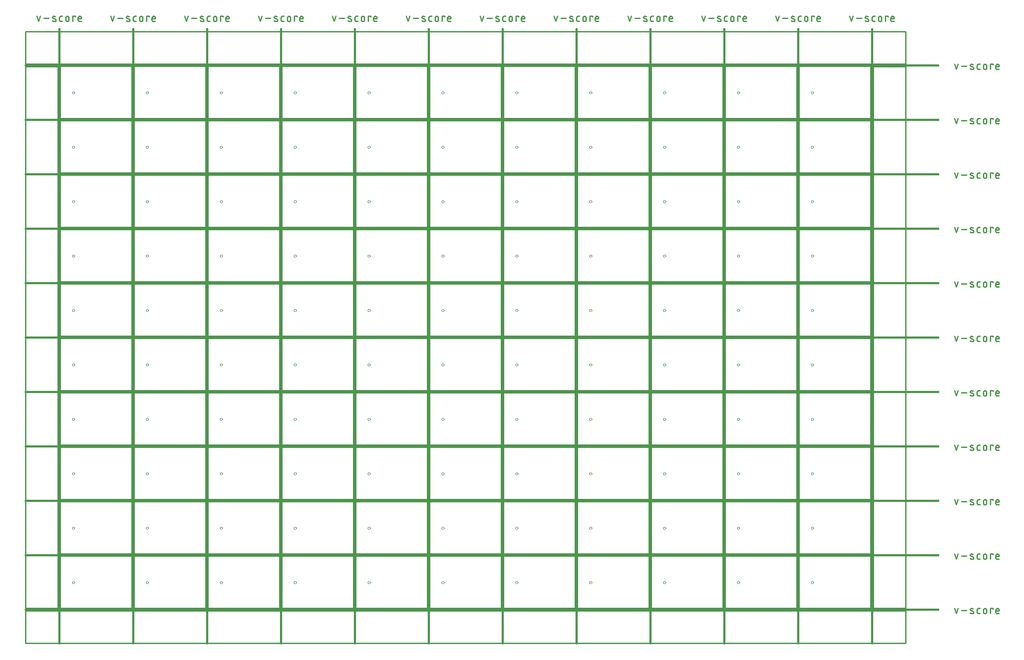
<source format=gko>
G04 EAGLE Gerber RS-274X export*
G75*
%MOMM*%
%FSLAX34Y34*%
%LPD*%
%IN*%
%IPPOS*%
%AMOC8*
5,1,8,0,0,1.08239X$1,22.5*%
G01*
%ADD10C,0.203200*%
%ADD11C,0.381000*%
%ADD12C,0.279400*%
%ADD13C,0.254000*%
%ADD14C,0.000000*%


D10*
X0Y0D02*
X139700Y0D01*
X139700Y101600D01*
X0Y101600D01*
X0Y0D01*
X144780Y0D02*
X284480Y0D01*
X284480Y101600D01*
X144780Y101600D01*
X144780Y0D01*
X289560Y0D02*
X429260Y0D01*
X429260Y101600D01*
X289560Y101600D01*
X289560Y0D01*
X434340Y0D02*
X574040Y0D01*
X574040Y101600D01*
X434340Y101600D01*
X434340Y0D01*
X579120Y0D02*
X718820Y0D01*
X718820Y101600D01*
X579120Y101600D01*
X579120Y0D01*
X723900Y0D02*
X863600Y0D01*
X863600Y101600D01*
X723900Y101600D01*
X723900Y0D01*
X868680Y0D02*
X1008380Y0D01*
X1008380Y101600D01*
X868680Y101600D01*
X868680Y0D01*
X1013460Y0D02*
X1153160Y0D01*
X1153160Y101600D01*
X1013460Y101600D01*
X1013460Y0D01*
X1158240Y0D02*
X1297940Y0D01*
X1297940Y101600D01*
X1158240Y101600D01*
X1158240Y0D01*
X1303020Y0D02*
X1442720Y0D01*
X1442720Y101600D01*
X1303020Y101600D01*
X1303020Y0D01*
X1447800Y0D02*
X1587500Y0D01*
X1587500Y101600D01*
X1447800Y101600D01*
X1447800Y0D01*
X139700Y106680D02*
X0Y106680D01*
X139700Y106680D02*
X139700Y208280D01*
X0Y208280D01*
X0Y106680D01*
X144780Y106680D02*
X284480Y106680D01*
X284480Y208280D01*
X144780Y208280D01*
X144780Y106680D01*
X289560Y106680D02*
X429260Y106680D01*
X429260Y208280D01*
X289560Y208280D01*
X289560Y106680D01*
X434340Y106680D02*
X574040Y106680D01*
X574040Y208280D01*
X434340Y208280D01*
X434340Y106680D01*
X579120Y106680D02*
X718820Y106680D01*
X718820Y208280D01*
X579120Y208280D01*
X579120Y106680D01*
X723900Y106680D02*
X863600Y106680D01*
X863600Y208280D01*
X723900Y208280D01*
X723900Y106680D01*
X868680Y106680D02*
X1008380Y106680D01*
X1008380Y208280D01*
X868680Y208280D01*
X868680Y106680D01*
X1013460Y106680D02*
X1153160Y106680D01*
X1153160Y208280D01*
X1013460Y208280D01*
X1013460Y106680D01*
X1158240Y106680D02*
X1297940Y106680D01*
X1297940Y208280D01*
X1158240Y208280D01*
X1158240Y106680D01*
X1303020Y106680D02*
X1442720Y106680D01*
X1442720Y208280D01*
X1303020Y208280D01*
X1303020Y106680D01*
X1447800Y106680D02*
X1587500Y106680D01*
X1587500Y208280D01*
X1447800Y208280D01*
X1447800Y106680D01*
X139700Y213360D02*
X0Y213360D01*
X139700Y213360D02*
X139700Y314960D01*
X0Y314960D01*
X0Y213360D01*
X144780Y213360D02*
X284480Y213360D01*
X284480Y314960D01*
X144780Y314960D01*
X144780Y213360D01*
X289560Y213360D02*
X429260Y213360D01*
X429260Y314960D01*
X289560Y314960D01*
X289560Y213360D01*
X434340Y213360D02*
X574040Y213360D01*
X574040Y314960D01*
X434340Y314960D01*
X434340Y213360D01*
X579120Y213360D02*
X718820Y213360D01*
X718820Y314960D01*
X579120Y314960D01*
X579120Y213360D01*
X723900Y213360D02*
X863600Y213360D01*
X863600Y314960D01*
X723900Y314960D01*
X723900Y213360D01*
X868680Y213360D02*
X1008380Y213360D01*
X1008380Y314960D01*
X868680Y314960D01*
X868680Y213360D01*
X1013460Y213360D02*
X1153160Y213360D01*
X1153160Y314960D01*
X1013460Y314960D01*
X1013460Y213360D01*
X1158240Y213360D02*
X1297940Y213360D01*
X1297940Y314960D01*
X1158240Y314960D01*
X1158240Y213360D01*
X1303020Y213360D02*
X1442720Y213360D01*
X1442720Y314960D01*
X1303020Y314960D01*
X1303020Y213360D01*
X1447800Y213360D02*
X1587500Y213360D01*
X1587500Y314960D01*
X1447800Y314960D01*
X1447800Y213360D01*
X139700Y320040D02*
X0Y320040D01*
X139700Y320040D02*
X139700Y421640D01*
X0Y421640D01*
X0Y320040D01*
X144780Y320040D02*
X284480Y320040D01*
X284480Y421640D01*
X144780Y421640D01*
X144780Y320040D01*
X289560Y320040D02*
X429260Y320040D01*
X429260Y421640D01*
X289560Y421640D01*
X289560Y320040D01*
X434340Y320040D02*
X574040Y320040D01*
X574040Y421640D01*
X434340Y421640D01*
X434340Y320040D01*
X579120Y320040D02*
X718820Y320040D01*
X718820Y421640D01*
X579120Y421640D01*
X579120Y320040D01*
X723900Y320040D02*
X863600Y320040D01*
X863600Y421640D01*
X723900Y421640D01*
X723900Y320040D01*
X868680Y320040D02*
X1008380Y320040D01*
X1008380Y421640D01*
X868680Y421640D01*
X868680Y320040D01*
X1013460Y320040D02*
X1153160Y320040D01*
X1153160Y421640D01*
X1013460Y421640D01*
X1013460Y320040D01*
X1158240Y320040D02*
X1297940Y320040D01*
X1297940Y421640D01*
X1158240Y421640D01*
X1158240Y320040D01*
X1303020Y320040D02*
X1442720Y320040D01*
X1442720Y421640D01*
X1303020Y421640D01*
X1303020Y320040D01*
X1447800Y320040D02*
X1587500Y320040D01*
X1587500Y421640D01*
X1447800Y421640D01*
X1447800Y320040D01*
X139700Y426720D02*
X0Y426720D01*
X139700Y426720D02*
X139700Y528320D01*
X0Y528320D01*
X0Y426720D01*
X144780Y426720D02*
X284480Y426720D01*
X284480Y528320D01*
X144780Y528320D01*
X144780Y426720D01*
X289560Y426720D02*
X429260Y426720D01*
X429260Y528320D01*
X289560Y528320D01*
X289560Y426720D01*
X434340Y426720D02*
X574040Y426720D01*
X574040Y528320D01*
X434340Y528320D01*
X434340Y426720D01*
X579120Y426720D02*
X718820Y426720D01*
X718820Y528320D01*
X579120Y528320D01*
X579120Y426720D01*
X723900Y426720D02*
X863600Y426720D01*
X863600Y528320D01*
X723900Y528320D01*
X723900Y426720D01*
X868680Y426720D02*
X1008380Y426720D01*
X1008380Y528320D01*
X868680Y528320D01*
X868680Y426720D01*
X1013460Y426720D02*
X1153160Y426720D01*
X1153160Y528320D01*
X1013460Y528320D01*
X1013460Y426720D01*
X1158240Y426720D02*
X1297940Y426720D01*
X1297940Y528320D01*
X1158240Y528320D01*
X1158240Y426720D01*
X1303020Y426720D02*
X1442720Y426720D01*
X1442720Y528320D01*
X1303020Y528320D01*
X1303020Y426720D01*
X1447800Y426720D02*
X1587500Y426720D01*
X1587500Y528320D01*
X1447800Y528320D01*
X1447800Y426720D01*
X139700Y533400D02*
X0Y533400D01*
X139700Y533400D02*
X139700Y635000D01*
X0Y635000D01*
X0Y533400D01*
X144780Y533400D02*
X284480Y533400D01*
X284480Y635000D01*
X144780Y635000D01*
X144780Y533400D01*
X289560Y533400D02*
X429260Y533400D01*
X429260Y635000D01*
X289560Y635000D01*
X289560Y533400D01*
X434340Y533400D02*
X574040Y533400D01*
X574040Y635000D01*
X434340Y635000D01*
X434340Y533400D01*
X579120Y533400D02*
X718820Y533400D01*
X718820Y635000D01*
X579120Y635000D01*
X579120Y533400D01*
X723900Y533400D02*
X863600Y533400D01*
X863600Y635000D01*
X723900Y635000D01*
X723900Y533400D01*
X868680Y533400D02*
X1008380Y533400D01*
X1008380Y635000D01*
X868680Y635000D01*
X868680Y533400D01*
X1013460Y533400D02*
X1153160Y533400D01*
X1153160Y635000D01*
X1013460Y635000D01*
X1013460Y533400D01*
X1158240Y533400D02*
X1297940Y533400D01*
X1297940Y635000D01*
X1158240Y635000D01*
X1158240Y533400D01*
X1303020Y533400D02*
X1442720Y533400D01*
X1442720Y635000D01*
X1303020Y635000D01*
X1303020Y533400D01*
X1447800Y533400D02*
X1587500Y533400D01*
X1587500Y635000D01*
X1447800Y635000D01*
X1447800Y533400D01*
X139700Y640080D02*
X0Y640080D01*
X139700Y640080D02*
X139700Y741680D01*
X0Y741680D01*
X0Y640080D01*
X144780Y640080D02*
X284480Y640080D01*
X284480Y741680D01*
X144780Y741680D01*
X144780Y640080D01*
X289560Y640080D02*
X429260Y640080D01*
X429260Y741680D01*
X289560Y741680D01*
X289560Y640080D01*
X434340Y640080D02*
X574040Y640080D01*
X574040Y741680D01*
X434340Y741680D01*
X434340Y640080D01*
X579120Y640080D02*
X718820Y640080D01*
X718820Y741680D01*
X579120Y741680D01*
X579120Y640080D01*
X723900Y640080D02*
X863600Y640080D01*
X863600Y741680D01*
X723900Y741680D01*
X723900Y640080D01*
X868680Y640080D02*
X1008380Y640080D01*
X1008380Y741680D01*
X868680Y741680D01*
X868680Y640080D01*
X1013460Y640080D02*
X1153160Y640080D01*
X1153160Y741680D01*
X1013460Y741680D01*
X1013460Y640080D01*
X1158240Y640080D02*
X1297940Y640080D01*
X1297940Y741680D01*
X1158240Y741680D01*
X1158240Y640080D01*
X1303020Y640080D02*
X1442720Y640080D01*
X1442720Y741680D01*
X1303020Y741680D01*
X1303020Y640080D01*
X1447800Y640080D02*
X1587500Y640080D01*
X1587500Y741680D01*
X1447800Y741680D01*
X1447800Y640080D01*
X139700Y746760D02*
X0Y746760D01*
X139700Y746760D02*
X139700Y848360D01*
X0Y848360D01*
X0Y746760D01*
X144780Y746760D02*
X284480Y746760D01*
X284480Y848360D01*
X144780Y848360D01*
X144780Y746760D01*
X289560Y746760D02*
X429260Y746760D01*
X429260Y848360D01*
X289560Y848360D01*
X289560Y746760D01*
X434340Y746760D02*
X574040Y746760D01*
X574040Y848360D01*
X434340Y848360D01*
X434340Y746760D01*
X579120Y746760D02*
X718820Y746760D01*
X718820Y848360D01*
X579120Y848360D01*
X579120Y746760D01*
X723900Y746760D02*
X863600Y746760D01*
X863600Y848360D01*
X723900Y848360D01*
X723900Y746760D01*
X868680Y746760D02*
X1008380Y746760D01*
X1008380Y848360D01*
X868680Y848360D01*
X868680Y746760D01*
X1013460Y746760D02*
X1153160Y746760D01*
X1153160Y848360D01*
X1013460Y848360D01*
X1013460Y746760D01*
X1158240Y746760D02*
X1297940Y746760D01*
X1297940Y848360D01*
X1158240Y848360D01*
X1158240Y746760D01*
X1303020Y746760D02*
X1442720Y746760D01*
X1442720Y848360D01*
X1303020Y848360D01*
X1303020Y746760D01*
X1447800Y746760D02*
X1587500Y746760D01*
X1587500Y848360D01*
X1447800Y848360D01*
X1447800Y746760D01*
X139700Y853440D02*
X0Y853440D01*
X139700Y853440D02*
X139700Y955040D01*
X0Y955040D01*
X0Y853440D01*
X144780Y853440D02*
X284480Y853440D01*
X284480Y955040D01*
X144780Y955040D01*
X144780Y853440D01*
X289560Y853440D02*
X429260Y853440D01*
X429260Y955040D01*
X289560Y955040D01*
X289560Y853440D01*
X434340Y853440D02*
X574040Y853440D01*
X574040Y955040D01*
X434340Y955040D01*
X434340Y853440D01*
X579120Y853440D02*
X718820Y853440D01*
X718820Y955040D01*
X579120Y955040D01*
X579120Y853440D01*
X723900Y853440D02*
X863600Y853440D01*
X863600Y955040D01*
X723900Y955040D01*
X723900Y853440D01*
X868680Y853440D02*
X1008380Y853440D01*
X1008380Y955040D01*
X868680Y955040D01*
X868680Y853440D01*
X1013460Y853440D02*
X1153160Y853440D01*
X1153160Y955040D01*
X1013460Y955040D01*
X1013460Y853440D01*
X1158240Y853440D02*
X1297940Y853440D01*
X1297940Y955040D01*
X1158240Y955040D01*
X1158240Y853440D01*
X1303020Y853440D02*
X1442720Y853440D01*
X1442720Y955040D01*
X1303020Y955040D01*
X1303020Y853440D01*
X1447800Y853440D02*
X1587500Y853440D01*
X1587500Y955040D01*
X1447800Y955040D01*
X1447800Y853440D01*
X139700Y960120D02*
X0Y960120D01*
X139700Y960120D02*
X139700Y1061720D01*
X0Y1061720D01*
X0Y960120D01*
X144780Y960120D02*
X284480Y960120D01*
X284480Y1061720D01*
X144780Y1061720D01*
X144780Y960120D01*
X289560Y960120D02*
X429260Y960120D01*
X429260Y1061720D01*
X289560Y1061720D01*
X289560Y960120D01*
X434340Y960120D02*
X574040Y960120D01*
X574040Y1061720D01*
X434340Y1061720D01*
X434340Y960120D01*
X579120Y960120D02*
X718820Y960120D01*
X718820Y1061720D01*
X579120Y1061720D01*
X579120Y960120D01*
X723900Y960120D02*
X863600Y960120D01*
X863600Y1061720D01*
X723900Y1061720D01*
X723900Y960120D01*
X868680Y960120D02*
X1008380Y960120D01*
X1008380Y1061720D01*
X868680Y1061720D01*
X868680Y960120D01*
X1013460Y960120D02*
X1153160Y960120D01*
X1153160Y1061720D01*
X1013460Y1061720D01*
X1013460Y960120D01*
X1158240Y960120D02*
X1297940Y960120D01*
X1297940Y1061720D01*
X1158240Y1061720D01*
X1158240Y960120D01*
X1303020Y960120D02*
X1442720Y960120D01*
X1442720Y1061720D01*
X1303020Y1061720D01*
X1303020Y960120D01*
X1447800Y960120D02*
X1587500Y960120D01*
X1587500Y1061720D01*
X1447800Y1061720D01*
X1447800Y960120D01*
D11*
X-2540Y1135380D02*
X-2540Y-68580D01*
D12*
X-42921Y1150747D02*
X-46251Y1160738D01*
X-39590Y1160738D02*
X-42921Y1150747D01*
X-32806Y1156575D02*
X-22815Y1156575D01*
X-14261Y1156575D02*
X-10098Y1154910D01*
X-14261Y1156574D02*
X-14346Y1156610D01*
X-14429Y1156650D01*
X-14510Y1156693D01*
X-14590Y1156740D01*
X-14667Y1156790D01*
X-14743Y1156843D01*
X-14816Y1156899D01*
X-14886Y1156959D01*
X-14954Y1157021D01*
X-15019Y1157086D01*
X-15081Y1157154D01*
X-15141Y1157225D01*
X-15197Y1157298D01*
X-15250Y1157373D01*
X-15300Y1157451D01*
X-15346Y1157530D01*
X-15389Y1157612D01*
X-15429Y1157695D01*
X-15465Y1157780D01*
X-15497Y1157866D01*
X-15526Y1157954D01*
X-15550Y1158043D01*
X-15571Y1158133D01*
X-15588Y1158223D01*
X-15602Y1158314D01*
X-15611Y1158406D01*
X-15616Y1158498D01*
X-15618Y1158590D01*
X-15616Y1158682D01*
X-15609Y1158774D01*
X-15599Y1158866D01*
X-15585Y1158957D01*
X-15567Y1159048D01*
X-15545Y1159137D01*
X-15519Y1159226D01*
X-15489Y1159313D01*
X-15456Y1159399D01*
X-15419Y1159483D01*
X-15379Y1159566D01*
X-15335Y1159647D01*
X-15288Y1159726D01*
X-15237Y1159803D01*
X-15183Y1159878D01*
X-15126Y1159951D01*
X-15066Y1160021D01*
X-15003Y1160088D01*
X-14937Y1160152D01*
X-14869Y1160214D01*
X-14798Y1160273D01*
X-14724Y1160328D01*
X-14648Y1160381D01*
X-14570Y1160430D01*
X-14490Y1160476D01*
X-14409Y1160518D01*
X-14325Y1160557D01*
X-14240Y1160592D01*
X-14153Y1160623D01*
X-14065Y1160651D01*
X-13976Y1160675D01*
X-13886Y1160695D01*
X-13796Y1160712D01*
X-13704Y1160724D01*
X-13612Y1160733D01*
X-13520Y1160737D01*
X-13428Y1160738D01*
X-13201Y1160732D01*
X-12974Y1160721D01*
X-12747Y1160704D01*
X-12521Y1160681D01*
X-12295Y1160654D01*
X-12070Y1160620D01*
X-11846Y1160582D01*
X-11623Y1160538D01*
X-11401Y1160489D01*
X-11180Y1160434D01*
X-10961Y1160374D01*
X-10743Y1160309D01*
X-10527Y1160238D01*
X-10313Y1160163D01*
X-10100Y1160082D01*
X-9890Y1159996D01*
X-9681Y1159905D01*
X-10098Y1154910D02*
X-10013Y1154874D01*
X-9930Y1154834D01*
X-9849Y1154791D01*
X-9769Y1154744D01*
X-9692Y1154694D01*
X-9616Y1154641D01*
X-9543Y1154585D01*
X-9473Y1154525D01*
X-9405Y1154463D01*
X-9340Y1154398D01*
X-9278Y1154330D01*
X-9218Y1154259D01*
X-9162Y1154186D01*
X-9109Y1154111D01*
X-9059Y1154033D01*
X-9013Y1153954D01*
X-8970Y1153872D01*
X-8930Y1153789D01*
X-8894Y1153704D01*
X-8862Y1153618D01*
X-8833Y1153530D01*
X-8809Y1153441D01*
X-8788Y1153351D01*
X-8771Y1153261D01*
X-8757Y1153170D01*
X-8748Y1153078D01*
X-8743Y1152986D01*
X-8741Y1152894D01*
X-8743Y1152802D01*
X-8750Y1152710D01*
X-8760Y1152618D01*
X-8774Y1152527D01*
X-8792Y1152436D01*
X-8814Y1152347D01*
X-8840Y1152258D01*
X-8870Y1152171D01*
X-8903Y1152085D01*
X-8940Y1152001D01*
X-8980Y1151918D01*
X-9024Y1151837D01*
X-9071Y1151758D01*
X-9122Y1151681D01*
X-9176Y1151606D01*
X-9233Y1151533D01*
X-9293Y1151463D01*
X-9356Y1151396D01*
X-9422Y1151332D01*
X-9490Y1151270D01*
X-9561Y1151211D01*
X-9635Y1151156D01*
X-9711Y1151103D01*
X-9789Y1151054D01*
X-9869Y1151008D01*
X-9950Y1150966D01*
X-10034Y1150927D01*
X-10119Y1150892D01*
X-10206Y1150861D01*
X-10294Y1150833D01*
X-10383Y1150809D01*
X-10473Y1150789D01*
X-10563Y1150772D01*
X-10655Y1150760D01*
X-10747Y1150751D01*
X-10839Y1150747D01*
X-10931Y1150746D01*
X-10931Y1150747D02*
X-11265Y1150756D01*
X-11598Y1150773D01*
X-11931Y1150797D01*
X-12264Y1150830D01*
X-12595Y1150870D01*
X-12926Y1150918D01*
X-13255Y1150974D01*
X-13583Y1151037D01*
X-13909Y1151109D01*
X-14233Y1151188D01*
X-14556Y1151274D01*
X-14876Y1151369D01*
X-15194Y1151471D01*
X-15510Y1151580D01*
X562Y1150747D02*
X3892Y1150747D01*
X562Y1150747D02*
X464Y1150749D01*
X366Y1150755D01*
X268Y1150764D01*
X171Y1150778D01*
X75Y1150795D01*
X-21Y1150816D01*
X-116Y1150841D01*
X-210Y1150869D01*
X-303Y1150901D01*
X-394Y1150937D01*
X-484Y1150976D01*
X-572Y1151019D01*
X-659Y1151066D01*
X-743Y1151115D01*
X-826Y1151168D01*
X-906Y1151224D01*
X-985Y1151283D01*
X-1060Y1151346D01*
X-1134Y1151411D01*
X-1204Y1151479D01*
X-1272Y1151549D01*
X-1338Y1151623D01*
X-1400Y1151699D01*
X-1459Y1151777D01*
X-1515Y1151857D01*
X-1568Y1151940D01*
X-1618Y1152024D01*
X-1664Y1152111D01*
X-1707Y1152199D01*
X-1746Y1152289D01*
X-1782Y1152380D01*
X-1814Y1152473D01*
X-1842Y1152567D01*
X-1867Y1152662D01*
X-1888Y1152758D01*
X-1905Y1152854D01*
X-1919Y1152951D01*
X-1928Y1153049D01*
X-1934Y1153147D01*
X-1936Y1153245D01*
X-1936Y1158240D01*
X-1934Y1158338D01*
X-1928Y1158436D01*
X-1919Y1158534D01*
X-1905Y1158631D01*
X-1888Y1158727D01*
X-1867Y1158823D01*
X-1842Y1158918D01*
X-1814Y1159012D01*
X-1782Y1159105D01*
X-1746Y1159196D01*
X-1707Y1159286D01*
X-1664Y1159374D01*
X-1617Y1159461D01*
X-1568Y1159545D01*
X-1515Y1159628D01*
X-1459Y1159708D01*
X-1400Y1159786D01*
X-1337Y1159862D01*
X-1272Y1159936D01*
X-1204Y1160006D01*
X-1134Y1160074D01*
X-1060Y1160139D01*
X-984Y1160202D01*
X-906Y1160261D01*
X-826Y1160317D01*
X-743Y1160370D01*
X-659Y1160419D01*
X-572Y1160466D01*
X-484Y1160509D01*
X-394Y1160548D01*
X-303Y1160584D01*
X-210Y1160616D01*
X-116Y1160644D01*
X-21Y1160669D01*
X75Y1160690D01*
X171Y1160707D01*
X268Y1160721D01*
X366Y1160730D01*
X464Y1160736D01*
X562Y1160738D01*
X3892Y1160738D01*
X10022Y1157407D02*
X10022Y1154077D01*
X10022Y1157407D02*
X10024Y1157521D01*
X10030Y1157634D01*
X10039Y1157748D01*
X10053Y1157860D01*
X10070Y1157973D01*
X10092Y1158085D01*
X10117Y1158195D01*
X10145Y1158305D01*
X10178Y1158414D01*
X10214Y1158522D01*
X10254Y1158629D01*
X10298Y1158734D01*
X10345Y1158837D01*
X10395Y1158939D01*
X10449Y1159039D01*
X10507Y1159137D01*
X10568Y1159233D01*
X10631Y1159327D01*
X10699Y1159419D01*
X10769Y1159509D01*
X10842Y1159595D01*
X10918Y1159680D01*
X10997Y1159762D01*
X11079Y1159841D01*
X11164Y1159917D01*
X11250Y1159990D01*
X11340Y1160060D01*
X11432Y1160128D01*
X11526Y1160191D01*
X11622Y1160252D01*
X11720Y1160310D01*
X11820Y1160364D01*
X11922Y1160414D01*
X12025Y1160461D01*
X12130Y1160505D01*
X12237Y1160545D01*
X12345Y1160581D01*
X12454Y1160614D01*
X12564Y1160642D01*
X12674Y1160667D01*
X12786Y1160689D01*
X12899Y1160706D01*
X13011Y1160720D01*
X13125Y1160729D01*
X13238Y1160735D01*
X13352Y1160737D01*
X13466Y1160735D01*
X13579Y1160729D01*
X13693Y1160720D01*
X13805Y1160706D01*
X13918Y1160689D01*
X14030Y1160667D01*
X14140Y1160642D01*
X14250Y1160614D01*
X14359Y1160581D01*
X14467Y1160545D01*
X14574Y1160505D01*
X14679Y1160461D01*
X14782Y1160414D01*
X14884Y1160364D01*
X14984Y1160310D01*
X15082Y1160252D01*
X15178Y1160191D01*
X15272Y1160128D01*
X15364Y1160060D01*
X15454Y1159990D01*
X15540Y1159917D01*
X15625Y1159841D01*
X15707Y1159762D01*
X15786Y1159680D01*
X15862Y1159595D01*
X15935Y1159509D01*
X16005Y1159419D01*
X16073Y1159327D01*
X16136Y1159233D01*
X16197Y1159137D01*
X16255Y1159039D01*
X16309Y1158939D01*
X16359Y1158837D01*
X16406Y1158734D01*
X16450Y1158629D01*
X16490Y1158522D01*
X16526Y1158414D01*
X16559Y1158305D01*
X16587Y1158195D01*
X16612Y1158085D01*
X16634Y1157973D01*
X16651Y1157860D01*
X16665Y1157748D01*
X16674Y1157634D01*
X16680Y1157521D01*
X16682Y1157407D01*
X16682Y1154077D01*
X16680Y1153963D01*
X16674Y1153850D01*
X16665Y1153736D01*
X16651Y1153624D01*
X16634Y1153511D01*
X16612Y1153399D01*
X16587Y1153289D01*
X16559Y1153179D01*
X16526Y1153070D01*
X16490Y1152962D01*
X16450Y1152855D01*
X16406Y1152750D01*
X16359Y1152647D01*
X16309Y1152545D01*
X16255Y1152445D01*
X16197Y1152347D01*
X16136Y1152251D01*
X16073Y1152157D01*
X16005Y1152065D01*
X15935Y1151975D01*
X15862Y1151889D01*
X15786Y1151804D01*
X15707Y1151722D01*
X15625Y1151643D01*
X15540Y1151567D01*
X15454Y1151494D01*
X15364Y1151424D01*
X15272Y1151356D01*
X15178Y1151293D01*
X15082Y1151232D01*
X14984Y1151174D01*
X14884Y1151120D01*
X14782Y1151070D01*
X14679Y1151023D01*
X14574Y1150979D01*
X14467Y1150939D01*
X14359Y1150903D01*
X14250Y1150870D01*
X14140Y1150842D01*
X14030Y1150817D01*
X13918Y1150795D01*
X13805Y1150778D01*
X13693Y1150764D01*
X13579Y1150755D01*
X13466Y1150749D01*
X13352Y1150747D01*
X13238Y1150749D01*
X13125Y1150755D01*
X13011Y1150764D01*
X12899Y1150778D01*
X12786Y1150795D01*
X12674Y1150817D01*
X12564Y1150842D01*
X12454Y1150870D01*
X12345Y1150903D01*
X12237Y1150939D01*
X12130Y1150979D01*
X12025Y1151023D01*
X11922Y1151070D01*
X11820Y1151120D01*
X11720Y1151174D01*
X11622Y1151232D01*
X11526Y1151293D01*
X11432Y1151356D01*
X11340Y1151424D01*
X11250Y1151494D01*
X11164Y1151567D01*
X11079Y1151643D01*
X10997Y1151722D01*
X10918Y1151804D01*
X10842Y1151889D01*
X10769Y1151975D01*
X10699Y1152065D01*
X10631Y1152157D01*
X10568Y1152251D01*
X10507Y1152347D01*
X10449Y1152445D01*
X10395Y1152545D01*
X10345Y1152647D01*
X10298Y1152750D01*
X10254Y1152855D01*
X10214Y1152962D01*
X10178Y1153070D01*
X10145Y1153179D01*
X10117Y1153289D01*
X10092Y1153399D01*
X10070Y1153511D01*
X10053Y1153624D01*
X10039Y1153736D01*
X10030Y1153850D01*
X10024Y1153963D01*
X10022Y1154077D01*
X24218Y1150747D02*
X24218Y1160738D01*
X29213Y1160738D01*
X29213Y1159073D01*
X37008Y1150747D02*
X41171Y1150747D01*
X37008Y1150747D02*
X36910Y1150749D01*
X36812Y1150755D01*
X36714Y1150764D01*
X36617Y1150778D01*
X36521Y1150795D01*
X36425Y1150816D01*
X36330Y1150841D01*
X36236Y1150869D01*
X36143Y1150901D01*
X36052Y1150937D01*
X35962Y1150976D01*
X35874Y1151019D01*
X35787Y1151066D01*
X35703Y1151115D01*
X35620Y1151168D01*
X35540Y1151224D01*
X35462Y1151283D01*
X35386Y1151346D01*
X35312Y1151411D01*
X35242Y1151479D01*
X35174Y1151549D01*
X35109Y1151623D01*
X35046Y1151699D01*
X34987Y1151777D01*
X34931Y1151857D01*
X34878Y1151940D01*
X34829Y1152024D01*
X34782Y1152111D01*
X34739Y1152199D01*
X34700Y1152289D01*
X34664Y1152380D01*
X34632Y1152473D01*
X34604Y1152567D01*
X34579Y1152662D01*
X34558Y1152758D01*
X34541Y1152854D01*
X34527Y1152951D01*
X34518Y1153049D01*
X34512Y1153147D01*
X34510Y1153245D01*
X34510Y1157407D01*
X34511Y1157407D02*
X34513Y1157521D01*
X34519Y1157634D01*
X34528Y1157748D01*
X34542Y1157860D01*
X34559Y1157973D01*
X34581Y1158085D01*
X34606Y1158195D01*
X34634Y1158305D01*
X34667Y1158414D01*
X34703Y1158522D01*
X34743Y1158629D01*
X34787Y1158734D01*
X34834Y1158837D01*
X34884Y1158939D01*
X34938Y1159039D01*
X34996Y1159137D01*
X35057Y1159233D01*
X35120Y1159327D01*
X35188Y1159419D01*
X35258Y1159509D01*
X35331Y1159595D01*
X35407Y1159680D01*
X35486Y1159762D01*
X35568Y1159841D01*
X35653Y1159917D01*
X35739Y1159990D01*
X35829Y1160060D01*
X35921Y1160128D01*
X36015Y1160191D01*
X36111Y1160252D01*
X36209Y1160310D01*
X36309Y1160364D01*
X36411Y1160414D01*
X36514Y1160461D01*
X36619Y1160505D01*
X36726Y1160545D01*
X36834Y1160581D01*
X36943Y1160614D01*
X37053Y1160642D01*
X37163Y1160667D01*
X37275Y1160689D01*
X37388Y1160706D01*
X37500Y1160720D01*
X37614Y1160729D01*
X37727Y1160735D01*
X37841Y1160737D01*
X37955Y1160735D01*
X38068Y1160729D01*
X38182Y1160720D01*
X38294Y1160706D01*
X38407Y1160689D01*
X38519Y1160667D01*
X38629Y1160642D01*
X38739Y1160614D01*
X38848Y1160581D01*
X38956Y1160545D01*
X39063Y1160505D01*
X39168Y1160461D01*
X39271Y1160414D01*
X39373Y1160364D01*
X39473Y1160310D01*
X39571Y1160252D01*
X39667Y1160191D01*
X39761Y1160128D01*
X39853Y1160060D01*
X39943Y1159990D01*
X40029Y1159917D01*
X40114Y1159841D01*
X40196Y1159762D01*
X40275Y1159680D01*
X40351Y1159595D01*
X40424Y1159509D01*
X40494Y1159419D01*
X40562Y1159327D01*
X40625Y1159233D01*
X40686Y1159137D01*
X40744Y1159039D01*
X40798Y1158939D01*
X40848Y1158837D01*
X40895Y1158734D01*
X40939Y1158629D01*
X40979Y1158522D01*
X41015Y1158414D01*
X41048Y1158305D01*
X41076Y1158195D01*
X41101Y1158085D01*
X41123Y1157973D01*
X41140Y1157860D01*
X41154Y1157748D01*
X41163Y1157634D01*
X41169Y1157521D01*
X41171Y1157407D01*
X41171Y1155742D01*
X34510Y1155742D01*
D11*
X142240Y1135380D02*
X142240Y-68580D01*
D12*
X101859Y1150747D02*
X98529Y1160738D01*
X105190Y1160738D02*
X101859Y1150747D01*
X111974Y1156575D02*
X121965Y1156575D01*
X130519Y1156575D02*
X134682Y1154910D01*
X130519Y1156574D02*
X130434Y1156610D01*
X130351Y1156650D01*
X130270Y1156693D01*
X130190Y1156740D01*
X130113Y1156790D01*
X130037Y1156843D01*
X129964Y1156899D01*
X129894Y1156959D01*
X129826Y1157021D01*
X129761Y1157086D01*
X129699Y1157154D01*
X129639Y1157225D01*
X129583Y1157298D01*
X129530Y1157373D01*
X129480Y1157451D01*
X129434Y1157530D01*
X129391Y1157612D01*
X129351Y1157695D01*
X129315Y1157780D01*
X129283Y1157866D01*
X129254Y1157954D01*
X129230Y1158043D01*
X129209Y1158133D01*
X129192Y1158223D01*
X129178Y1158314D01*
X129169Y1158406D01*
X129164Y1158498D01*
X129162Y1158590D01*
X129164Y1158682D01*
X129171Y1158774D01*
X129181Y1158866D01*
X129195Y1158957D01*
X129213Y1159048D01*
X129235Y1159137D01*
X129261Y1159226D01*
X129291Y1159313D01*
X129324Y1159399D01*
X129361Y1159483D01*
X129401Y1159566D01*
X129445Y1159647D01*
X129492Y1159726D01*
X129543Y1159803D01*
X129597Y1159878D01*
X129654Y1159951D01*
X129714Y1160021D01*
X129777Y1160088D01*
X129843Y1160152D01*
X129911Y1160214D01*
X129982Y1160273D01*
X130056Y1160328D01*
X130132Y1160381D01*
X130210Y1160430D01*
X130290Y1160476D01*
X130371Y1160518D01*
X130455Y1160557D01*
X130540Y1160592D01*
X130627Y1160623D01*
X130715Y1160651D01*
X130804Y1160675D01*
X130894Y1160695D01*
X130984Y1160712D01*
X131076Y1160724D01*
X131168Y1160733D01*
X131260Y1160737D01*
X131352Y1160738D01*
X131579Y1160732D01*
X131806Y1160721D01*
X132033Y1160704D01*
X132259Y1160681D01*
X132485Y1160654D01*
X132710Y1160620D01*
X132934Y1160582D01*
X133157Y1160538D01*
X133379Y1160489D01*
X133600Y1160434D01*
X133819Y1160374D01*
X134037Y1160309D01*
X134253Y1160238D01*
X134467Y1160163D01*
X134680Y1160082D01*
X134890Y1159996D01*
X135099Y1159905D01*
X134682Y1154910D02*
X134767Y1154874D01*
X134850Y1154834D01*
X134931Y1154791D01*
X135011Y1154744D01*
X135088Y1154694D01*
X135164Y1154641D01*
X135237Y1154585D01*
X135307Y1154525D01*
X135375Y1154463D01*
X135440Y1154398D01*
X135502Y1154330D01*
X135562Y1154259D01*
X135618Y1154186D01*
X135671Y1154111D01*
X135721Y1154033D01*
X135767Y1153954D01*
X135810Y1153872D01*
X135850Y1153789D01*
X135886Y1153704D01*
X135918Y1153618D01*
X135947Y1153530D01*
X135971Y1153441D01*
X135992Y1153351D01*
X136009Y1153261D01*
X136023Y1153170D01*
X136032Y1153078D01*
X136037Y1152986D01*
X136039Y1152894D01*
X136037Y1152802D01*
X136030Y1152710D01*
X136020Y1152618D01*
X136006Y1152527D01*
X135988Y1152436D01*
X135966Y1152347D01*
X135940Y1152258D01*
X135910Y1152171D01*
X135877Y1152085D01*
X135840Y1152001D01*
X135800Y1151918D01*
X135756Y1151837D01*
X135709Y1151758D01*
X135658Y1151681D01*
X135604Y1151606D01*
X135547Y1151533D01*
X135487Y1151463D01*
X135424Y1151396D01*
X135358Y1151332D01*
X135290Y1151270D01*
X135219Y1151211D01*
X135145Y1151156D01*
X135069Y1151103D01*
X134991Y1151054D01*
X134911Y1151008D01*
X134830Y1150966D01*
X134746Y1150927D01*
X134661Y1150892D01*
X134574Y1150861D01*
X134486Y1150833D01*
X134397Y1150809D01*
X134307Y1150789D01*
X134217Y1150772D01*
X134125Y1150760D01*
X134033Y1150751D01*
X133941Y1150747D01*
X133849Y1150746D01*
X133849Y1150747D02*
X133515Y1150756D01*
X133182Y1150773D01*
X132849Y1150797D01*
X132516Y1150830D01*
X132185Y1150870D01*
X131854Y1150918D01*
X131525Y1150974D01*
X131197Y1151037D01*
X130871Y1151109D01*
X130547Y1151188D01*
X130224Y1151274D01*
X129904Y1151369D01*
X129586Y1151471D01*
X129270Y1151580D01*
X145342Y1150747D02*
X148672Y1150747D01*
X145342Y1150747D02*
X145244Y1150749D01*
X145146Y1150755D01*
X145048Y1150764D01*
X144951Y1150778D01*
X144855Y1150795D01*
X144759Y1150816D01*
X144664Y1150841D01*
X144570Y1150869D01*
X144477Y1150901D01*
X144386Y1150937D01*
X144296Y1150976D01*
X144208Y1151019D01*
X144121Y1151066D01*
X144037Y1151115D01*
X143954Y1151168D01*
X143874Y1151224D01*
X143796Y1151283D01*
X143720Y1151346D01*
X143646Y1151411D01*
X143576Y1151479D01*
X143508Y1151549D01*
X143443Y1151623D01*
X143380Y1151699D01*
X143321Y1151777D01*
X143265Y1151857D01*
X143212Y1151940D01*
X143163Y1152024D01*
X143116Y1152111D01*
X143073Y1152199D01*
X143034Y1152289D01*
X142998Y1152380D01*
X142966Y1152473D01*
X142938Y1152567D01*
X142913Y1152662D01*
X142892Y1152758D01*
X142875Y1152854D01*
X142861Y1152951D01*
X142852Y1153049D01*
X142846Y1153147D01*
X142844Y1153245D01*
X142844Y1158240D01*
X142846Y1158338D01*
X142852Y1158436D01*
X142861Y1158534D01*
X142875Y1158631D01*
X142892Y1158727D01*
X142913Y1158823D01*
X142938Y1158918D01*
X142966Y1159012D01*
X142998Y1159105D01*
X143034Y1159196D01*
X143073Y1159286D01*
X143116Y1159374D01*
X143163Y1159461D01*
X143212Y1159545D01*
X143265Y1159628D01*
X143321Y1159708D01*
X143380Y1159787D01*
X143443Y1159862D01*
X143508Y1159936D01*
X143576Y1160006D01*
X143646Y1160074D01*
X143720Y1160140D01*
X143796Y1160202D01*
X143874Y1160261D01*
X143954Y1160317D01*
X144037Y1160370D01*
X144121Y1160420D01*
X144208Y1160466D01*
X144296Y1160509D01*
X144386Y1160548D01*
X144477Y1160584D01*
X144570Y1160616D01*
X144664Y1160644D01*
X144759Y1160669D01*
X144855Y1160690D01*
X144951Y1160707D01*
X145048Y1160721D01*
X145146Y1160730D01*
X145244Y1160736D01*
X145342Y1160738D01*
X148672Y1160738D01*
X154802Y1157407D02*
X154802Y1154077D01*
X154802Y1157407D02*
X154804Y1157521D01*
X154810Y1157634D01*
X154819Y1157748D01*
X154833Y1157860D01*
X154850Y1157973D01*
X154872Y1158085D01*
X154897Y1158195D01*
X154925Y1158305D01*
X154958Y1158414D01*
X154994Y1158522D01*
X155034Y1158629D01*
X155078Y1158734D01*
X155125Y1158837D01*
X155175Y1158939D01*
X155229Y1159039D01*
X155287Y1159137D01*
X155348Y1159233D01*
X155411Y1159327D01*
X155479Y1159419D01*
X155549Y1159509D01*
X155622Y1159595D01*
X155698Y1159680D01*
X155777Y1159762D01*
X155859Y1159841D01*
X155944Y1159917D01*
X156030Y1159990D01*
X156120Y1160060D01*
X156212Y1160128D01*
X156306Y1160191D01*
X156402Y1160252D01*
X156500Y1160310D01*
X156600Y1160364D01*
X156702Y1160414D01*
X156805Y1160461D01*
X156910Y1160505D01*
X157017Y1160545D01*
X157125Y1160581D01*
X157234Y1160614D01*
X157344Y1160642D01*
X157454Y1160667D01*
X157566Y1160689D01*
X157679Y1160706D01*
X157791Y1160720D01*
X157905Y1160729D01*
X158018Y1160735D01*
X158132Y1160737D01*
X158246Y1160735D01*
X158359Y1160729D01*
X158473Y1160720D01*
X158585Y1160706D01*
X158698Y1160689D01*
X158810Y1160667D01*
X158920Y1160642D01*
X159030Y1160614D01*
X159139Y1160581D01*
X159247Y1160545D01*
X159354Y1160505D01*
X159459Y1160461D01*
X159562Y1160414D01*
X159664Y1160364D01*
X159764Y1160310D01*
X159862Y1160252D01*
X159958Y1160191D01*
X160052Y1160128D01*
X160144Y1160060D01*
X160234Y1159990D01*
X160320Y1159917D01*
X160405Y1159841D01*
X160487Y1159762D01*
X160566Y1159680D01*
X160642Y1159595D01*
X160715Y1159509D01*
X160785Y1159419D01*
X160853Y1159327D01*
X160916Y1159233D01*
X160977Y1159137D01*
X161035Y1159039D01*
X161089Y1158939D01*
X161139Y1158837D01*
X161186Y1158734D01*
X161230Y1158629D01*
X161270Y1158522D01*
X161306Y1158414D01*
X161339Y1158305D01*
X161367Y1158195D01*
X161392Y1158085D01*
X161414Y1157973D01*
X161431Y1157860D01*
X161445Y1157748D01*
X161454Y1157634D01*
X161460Y1157521D01*
X161462Y1157407D01*
X161462Y1154077D01*
X161460Y1153963D01*
X161454Y1153850D01*
X161445Y1153736D01*
X161431Y1153624D01*
X161414Y1153511D01*
X161392Y1153399D01*
X161367Y1153289D01*
X161339Y1153179D01*
X161306Y1153070D01*
X161270Y1152962D01*
X161230Y1152855D01*
X161186Y1152750D01*
X161139Y1152647D01*
X161089Y1152545D01*
X161035Y1152445D01*
X160977Y1152347D01*
X160916Y1152251D01*
X160853Y1152157D01*
X160785Y1152065D01*
X160715Y1151975D01*
X160642Y1151889D01*
X160566Y1151804D01*
X160487Y1151722D01*
X160405Y1151643D01*
X160320Y1151567D01*
X160234Y1151494D01*
X160144Y1151424D01*
X160052Y1151356D01*
X159958Y1151293D01*
X159862Y1151232D01*
X159764Y1151174D01*
X159664Y1151120D01*
X159562Y1151070D01*
X159459Y1151023D01*
X159354Y1150979D01*
X159247Y1150939D01*
X159139Y1150903D01*
X159030Y1150870D01*
X158920Y1150842D01*
X158810Y1150817D01*
X158698Y1150795D01*
X158585Y1150778D01*
X158473Y1150764D01*
X158359Y1150755D01*
X158246Y1150749D01*
X158132Y1150747D01*
X158018Y1150749D01*
X157905Y1150755D01*
X157791Y1150764D01*
X157679Y1150778D01*
X157566Y1150795D01*
X157454Y1150817D01*
X157344Y1150842D01*
X157234Y1150870D01*
X157125Y1150903D01*
X157017Y1150939D01*
X156910Y1150979D01*
X156805Y1151023D01*
X156702Y1151070D01*
X156600Y1151120D01*
X156500Y1151174D01*
X156402Y1151232D01*
X156306Y1151293D01*
X156212Y1151356D01*
X156120Y1151424D01*
X156030Y1151494D01*
X155944Y1151567D01*
X155859Y1151643D01*
X155777Y1151722D01*
X155698Y1151804D01*
X155622Y1151889D01*
X155549Y1151975D01*
X155479Y1152065D01*
X155411Y1152157D01*
X155348Y1152251D01*
X155287Y1152347D01*
X155229Y1152445D01*
X155175Y1152545D01*
X155125Y1152647D01*
X155078Y1152750D01*
X155034Y1152855D01*
X154994Y1152962D01*
X154958Y1153070D01*
X154925Y1153179D01*
X154897Y1153289D01*
X154872Y1153399D01*
X154850Y1153511D01*
X154833Y1153624D01*
X154819Y1153736D01*
X154810Y1153850D01*
X154804Y1153963D01*
X154802Y1154077D01*
X168998Y1150747D02*
X168998Y1160738D01*
X173993Y1160738D01*
X173993Y1159073D01*
X181788Y1150747D02*
X185951Y1150747D01*
X181788Y1150747D02*
X181690Y1150749D01*
X181592Y1150755D01*
X181494Y1150764D01*
X181397Y1150778D01*
X181301Y1150795D01*
X181205Y1150816D01*
X181110Y1150841D01*
X181016Y1150869D01*
X180923Y1150901D01*
X180832Y1150937D01*
X180742Y1150976D01*
X180654Y1151019D01*
X180567Y1151066D01*
X180483Y1151115D01*
X180400Y1151168D01*
X180320Y1151224D01*
X180242Y1151283D01*
X180166Y1151346D01*
X180092Y1151411D01*
X180022Y1151479D01*
X179954Y1151549D01*
X179889Y1151623D01*
X179826Y1151699D01*
X179767Y1151777D01*
X179711Y1151857D01*
X179658Y1151940D01*
X179609Y1152024D01*
X179562Y1152111D01*
X179519Y1152199D01*
X179480Y1152289D01*
X179444Y1152380D01*
X179412Y1152473D01*
X179384Y1152567D01*
X179359Y1152662D01*
X179338Y1152758D01*
X179321Y1152854D01*
X179307Y1152951D01*
X179298Y1153049D01*
X179292Y1153147D01*
X179290Y1153245D01*
X179290Y1157407D01*
X179291Y1157407D02*
X179293Y1157521D01*
X179299Y1157634D01*
X179308Y1157748D01*
X179322Y1157860D01*
X179339Y1157973D01*
X179361Y1158085D01*
X179386Y1158195D01*
X179414Y1158305D01*
X179447Y1158414D01*
X179483Y1158522D01*
X179523Y1158629D01*
X179567Y1158734D01*
X179614Y1158837D01*
X179664Y1158939D01*
X179718Y1159039D01*
X179776Y1159137D01*
X179837Y1159233D01*
X179900Y1159327D01*
X179968Y1159419D01*
X180038Y1159509D01*
X180111Y1159595D01*
X180187Y1159680D01*
X180266Y1159762D01*
X180348Y1159841D01*
X180433Y1159917D01*
X180519Y1159990D01*
X180609Y1160060D01*
X180701Y1160128D01*
X180795Y1160191D01*
X180891Y1160252D01*
X180989Y1160310D01*
X181089Y1160364D01*
X181191Y1160414D01*
X181294Y1160461D01*
X181399Y1160505D01*
X181506Y1160545D01*
X181614Y1160581D01*
X181723Y1160614D01*
X181833Y1160642D01*
X181943Y1160667D01*
X182055Y1160689D01*
X182168Y1160706D01*
X182280Y1160720D01*
X182394Y1160729D01*
X182507Y1160735D01*
X182621Y1160737D01*
X182735Y1160735D01*
X182848Y1160729D01*
X182962Y1160720D01*
X183074Y1160706D01*
X183187Y1160689D01*
X183299Y1160667D01*
X183409Y1160642D01*
X183519Y1160614D01*
X183628Y1160581D01*
X183736Y1160545D01*
X183843Y1160505D01*
X183948Y1160461D01*
X184051Y1160414D01*
X184153Y1160364D01*
X184253Y1160310D01*
X184351Y1160252D01*
X184447Y1160191D01*
X184541Y1160128D01*
X184633Y1160060D01*
X184723Y1159990D01*
X184809Y1159917D01*
X184894Y1159841D01*
X184976Y1159762D01*
X185055Y1159680D01*
X185131Y1159595D01*
X185204Y1159509D01*
X185274Y1159419D01*
X185342Y1159327D01*
X185405Y1159233D01*
X185466Y1159137D01*
X185524Y1159039D01*
X185578Y1158939D01*
X185628Y1158837D01*
X185675Y1158734D01*
X185719Y1158629D01*
X185759Y1158522D01*
X185795Y1158414D01*
X185828Y1158305D01*
X185856Y1158195D01*
X185881Y1158085D01*
X185903Y1157973D01*
X185920Y1157860D01*
X185934Y1157748D01*
X185943Y1157634D01*
X185949Y1157521D01*
X185951Y1157407D01*
X185951Y1155742D01*
X179290Y1155742D01*
D11*
X287020Y1135380D02*
X287020Y-68580D01*
D12*
X246639Y1150747D02*
X243309Y1160738D01*
X249970Y1160738D02*
X246639Y1150747D01*
X256754Y1156575D02*
X266745Y1156575D01*
X275299Y1156575D02*
X279462Y1154910D01*
X275299Y1156574D02*
X275214Y1156610D01*
X275131Y1156650D01*
X275050Y1156693D01*
X274970Y1156740D01*
X274893Y1156790D01*
X274817Y1156843D01*
X274744Y1156899D01*
X274674Y1156959D01*
X274606Y1157021D01*
X274541Y1157086D01*
X274479Y1157154D01*
X274419Y1157225D01*
X274363Y1157298D01*
X274310Y1157373D01*
X274260Y1157451D01*
X274214Y1157530D01*
X274171Y1157612D01*
X274131Y1157695D01*
X274095Y1157780D01*
X274063Y1157866D01*
X274034Y1157954D01*
X274010Y1158043D01*
X273989Y1158133D01*
X273972Y1158223D01*
X273958Y1158314D01*
X273949Y1158406D01*
X273944Y1158498D01*
X273942Y1158590D01*
X273944Y1158682D01*
X273951Y1158774D01*
X273961Y1158866D01*
X273975Y1158957D01*
X273993Y1159048D01*
X274015Y1159137D01*
X274041Y1159226D01*
X274071Y1159313D01*
X274104Y1159399D01*
X274141Y1159483D01*
X274181Y1159566D01*
X274225Y1159647D01*
X274272Y1159726D01*
X274323Y1159803D01*
X274377Y1159878D01*
X274434Y1159951D01*
X274494Y1160021D01*
X274557Y1160088D01*
X274623Y1160152D01*
X274691Y1160214D01*
X274762Y1160273D01*
X274836Y1160328D01*
X274912Y1160381D01*
X274990Y1160430D01*
X275070Y1160476D01*
X275151Y1160518D01*
X275235Y1160557D01*
X275320Y1160592D01*
X275407Y1160623D01*
X275495Y1160651D01*
X275584Y1160675D01*
X275674Y1160695D01*
X275764Y1160712D01*
X275856Y1160724D01*
X275948Y1160733D01*
X276040Y1160737D01*
X276132Y1160738D01*
X276359Y1160732D01*
X276586Y1160721D01*
X276813Y1160704D01*
X277039Y1160681D01*
X277265Y1160654D01*
X277490Y1160620D01*
X277714Y1160582D01*
X277937Y1160538D01*
X278159Y1160489D01*
X278380Y1160434D01*
X278599Y1160374D01*
X278817Y1160309D01*
X279033Y1160238D01*
X279247Y1160163D01*
X279460Y1160082D01*
X279670Y1159996D01*
X279879Y1159905D01*
X279462Y1154910D02*
X279547Y1154874D01*
X279630Y1154834D01*
X279711Y1154791D01*
X279791Y1154744D01*
X279868Y1154694D01*
X279944Y1154641D01*
X280017Y1154585D01*
X280087Y1154525D01*
X280155Y1154463D01*
X280220Y1154398D01*
X280282Y1154330D01*
X280342Y1154259D01*
X280398Y1154186D01*
X280451Y1154111D01*
X280501Y1154033D01*
X280547Y1153954D01*
X280590Y1153872D01*
X280630Y1153789D01*
X280666Y1153704D01*
X280698Y1153618D01*
X280727Y1153530D01*
X280751Y1153441D01*
X280772Y1153351D01*
X280789Y1153261D01*
X280803Y1153170D01*
X280812Y1153078D01*
X280817Y1152986D01*
X280819Y1152894D01*
X280817Y1152802D01*
X280810Y1152710D01*
X280800Y1152618D01*
X280786Y1152527D01*
X280768Y1152436D01*
X280746Y1152347D01*
X280720Y1152258D01*
X280690Y1152171D01*
X280657Y1152085D01*
X280620Y1152001D01*
X280580Y1151918D01*
X280536Y1151837D01*
X280489Y1151758D01*
X280438Y1151681D01*
X280384Y1151606D01*
X280327Y1151533D01*
X280267Y1151463D01*
X280204Y1151396D01*
X280138Y1151332D01*
X280070Y1151270D01*
X279999Y1151211D01*
X279925Y1151156D01*
X279849Y1151103D01*
X279771Y1151054D01*
X279691Y1151008D01*
X279610Y1150966D01*
X279526Y1150927D01*
X279441Y1150892D01*
X279354Y1150861D01*
X279266Y1150833D01*
X279177Y1150809D01*
X279087Y1150789D01*
X278997Y1150772D01*
X278905Y1150760D01*
X278813Y1150751D01*
X278721Y1150747D01*
X278629Y1150746D01*
X278629Y1150747D02*
X278295Y1150756D01*
X277962Y1150773D01*
X277629Y1150797D01*
X277296Y1150830D01*
X276965Y1150870D01*
X276634Y1150918D01*
X276305Y1150974D01*
X275977Y1151037D01*
X275651Y1151109D01*
X275327Y1151188D01*
X275004Y1151274D01*
X274684Y1151369D01*
X274366Y1151471D01*
X274050Y1151580D01*
X290122Y1150747D02*
X293452Y1150747D01*
X290122Y1150747D02*
X290024Y1150749D01*
X289926Y1150755D01*
X289828Y1150764D01*
X289731Y1150778D01*
X289635Y1150795D01*
X289539Y1150816D01*
X289444Y1150841D01*
X289350Y1150869D01*
X289257Y1150901D01*
X289166Y1150937D01*
X289076Y1150976D01*
X288988Y1151019D01*
X288901Y1151066D01*
X288817Y1151115D01*
X288734Y1151168D01*
X288654Y1151224D01*
X288576Y1151283D01*
X288500Y1151346D01*
X288426Y1151411D01*
X288356Y1151479D01*
X288288Y1151549D01*
X288223Y1151623D01*
X288160Y1151699D01*
X288101Y1151777D01*
X288045Y1151857D01*
X287992Y1151940D01*
X287943Y1152024D01*
X287896Y1152111D01*
X287853Y1152199D01*
X287814Y1152289D01*
X287778Y1152380D01*
X287746Y1152473D01*
X287718Y1152567D01*
X287693Y1152662D01*
X287672Y1152758D01*
X287655Y1152854D01*
X287641Y1152951D01*
X287632Y1153049D01*
X287626Y1153147D01*
X287624Y1153245D01*
X287624Y1158240D01*
X287626Y1158338D01*
X287632Y1158436D01*
X287641Y1158534D01*
X287655Y1158631D01*
X287672Y1158727D01*
X287693Y1158823D01*
X287718Y1158918D01*
X287746Y1159012D01*
X287778Y1159105D01*
X287814Y1159196D01*
X287853Y1159286D01*
X287896Y1159374D01*
X287943Y1159461D01*
X287992Y1159545D01*
X288045Y1159628D01*
X288101Y1159708D01*
X288160Y1159787D01*
X288223Y1159862D01*
X288288Y1159936D01*
X288356Y1160006D01*
X288426Y1160074D01*
X288500Y1160140D01*
X288576Y1160202D01*
X288654Y1160261D01*
X288734Y1160317D01*
X288817Y1160370D01*
X288901Y1160420D01*
X288988Y1160466D01*
X289076Y1160509D01*
X289166Y1160548D01*
X289257Y1160584D01*
X289350Y1160616D01*
X289444Y1160644D01*
X289539Y1160669D01*
X289635Y1160690D01*
X289731Y1160707D01*
X289828Y1160721D01*
X289926Y1160730D01*
X290024Y1160736D01*
X290122Y1160738D01*
X293452Y1160738D01*
X299582Y1157407D02*
X299582Y1154077D01*
X299582Y1157407D02*
X299584Y1157521D01*
X299590Y1157634D01*
X299599Y1157748D01*
X299613Y1157860D01*
X299630Y1157973D01*
X299652Y1158085D01*
X299677Y1158195D01*
X299705Y1158305D01*
X299738Y1158414D01*
X299774Y1158522D01*
X299814Y1158629D01*
X299858Y1158734D01*
X299905Y1158837D01*
X299955Y1158939D01*
X300009Y1159039D01*
X300067Y1159137D01*
X300128Y1159233D01*
X300191Y1159327D01*
X300259Y1159419D01*
X300329Y1159509D01*
X300402Y1159595D01*
X300478Y1159680D01*
X300557Y1159762D01*
X300639Y1159841D01*
X300724Y1159917D01*
X300810Y1159990D01*
X300900Y1160060D01*
X300992Y1160128D01*
X301086Y1160191D01*
X301182Y1160252D01*
X301280Y1160310D01*
X301380Y1160364D01*
X301482Y1160414D01*
X301585Y1160461D01*
X301690Y1160505D01*
X301797Y1160545D01*
X301905Y1160581D01*
X302014Y1160614D01*
X302124Y1160642D01*
X302234Y1160667D01*
X302346Y1160689D01*
X302459Y1160706D01*
X302571Y1160720D01*
X302685Y1160729D01*
X302798Y1160735D01*
X302912Y1160737D01*
X303026Y1160735D01*
X303139Y1160729D01*
X303253Y1160720D01*
X303365Y1160706D01*
X303478Y1160689D01*
X303590Y1160667D01*
X303700Y1160642D01*
X303810Y1160614D01*
X303919Y1160581D01*
X304027Y1160545D01*
X304134Y1160505D01*
X304239Y1160461D01*
X304342Y1160414D01*
X304444Y1160364D01*
X304544Y1160310D01*
X304642Y1160252D01*
X304738Y1160191D01*
X304832Y1160128D01*
X304924Y1160060D01*
X305014Y1159990D01*
X305100Y1159917D01*
X305185Y1159841D01*
X305267Y1159762D01*
X305346Y1159680D01*
X305422Y1159595D01*
X305495Y1159509D01*
X305565Y1159419D01*
X305633Y1159327D01*
X305696Y1159233D01*
X305757Y1159137D01*
X305815Y1159039D01*
X305869Y1158939D01*
X305919Y1158837D01*
X305966Y1158734D01*
X306010Y1158629D01*
X306050Y1158522D01*
X306086Y1158414D01*
X306119Y1158305D01*
X306147Y1158195D01*
X306172Y1158085D01*
X306194Y1157973D01*
X306211Y1157860D01*
X306225Y1157748D01*
X306234Y1157634D01*
X306240Y1157521D01*
X306242Y1157407D01*
X306242Y1154077D01*
X306240Y1153963D01*
X306234Y1153850D01*
X306225Y1153736D01*
X306211Y1153624D01*
X306194Y1153511D01*
X306172Y1153399D01*
X306147Y1153289D01*
X306119Y1153179D01*
X306086Y1153070D01*
X306050Y1152962D01*
X306010Y1152855D01*
X305966Y1152750D01*
X305919Y1152647D01*
X305869Y1152545D01*
X305815Y1152445D01*
X305757Y1152347D01*
X305696Y1152251D01*
X305633Y1152157D01*
X305565Y1152065D01*
X305495Y1151975D01*
X305422Y1151889D01*
X305346Y1151804D01*
X305267Y1151722D01*
X305185Y1151643D01*
X305100Y1151567D01*
X305014Y1151494D01*
X304924Y1151424D01*
X304832Y1151356D01*
X304738Y1151293D01*
X304642Y1151232D01*
X304544Y1151174D01*
X304444Y1151120D01*
X304342Y1151070D01*
X304239Y1151023D01*
X304134Y1150979D01*
X304027Y1150939D01*
X303919Y1150903D01*
X303810Y1150870D01*
X303700Y1150842D01*
X303590Y1150817D01*
X303478Y1150795D01*
X303365Y1150778D01*
X303253Y1150764D01*
X303139Y1150755D01*
X303026Y1150749D01*
X302912Y1150747D01*
X302798Y1150749D01*
X302685Y1150755D01*
X302571Y1150764D01*
X302459Y1150778D01*
X302346Y1150795D01*
X302234Y1150817D01*
X302124Y1150842D01*
X302014Y1150870D01*
X301905Y1150903D01*
X301797Y1150939D01*
X301690Y1150979D01*
X301585Y1151023D01*
X301482Y1151070D01*
X301380Y1151120D01*
X301280Y1151174D01*
X301182Y1151232D01*
X301086Y1151293D01*
X300992Y1151356D01*
X300900Y1151424D01*
X300810Y1151494D01*
X300724Y1151567D01*
X300639Y1151643D01*
X300557Y1151722D01*
X300478Y1151804D01*
X300402Y1151889D01*
X300329Y1151975D01*
X300259Y1152065D01*
X300191Y1152157D01*
X300128Y1152251D01*
X300067Y1152347D01*
X300009Y1152445D01*
X299955Y1152545D01*
X299905Y1152647D01*
X299858Y1152750D01*
X299814Y1152855D01*
X299774Y1152962D01*
X299738Y1153070D01*
X299705Y1153179D01*
X299677Y1153289D01*
X299652Y1153399D01*
X299630Y1153511D01*
X299613Y1153624D01*
X299599Y1153736D01*
X299590Y1153850D01*
X299584Y1153963D01*
X299582Y1154077D01*
X313778Y1150747D02*
X313778Y1160738D01*
X318773Y1160738D01*
X318773Y1159073D01*
X326568Y1150747D02*
X330731Y1150747D01*
X326568Y1150747D02*
X326470Y1150749D01*
X326372Y1150755D01*
X326274Y1150764D01*
X326177Y1150778D01*
X326081Y1150795D01*
X325985Y1150816D01*
X325890Y1150841D01*
X325796Y1150869D01*
X325703Y1150901D01*
X325612Y1150937D01*
X325522Y1150976D01*
X325434Y1151019D01*
X325347Y1151066D01*
X325263Y1151115D01*
X325180Y1151168D01*
X325100Y1151224D01*
X325022Y1151283D01*
X324946Y1151346D01*
X324872Y1151411D01*
X324802Y1151479D01*
X324734Y1151549D01*
X324669Y1151623D01*
X324606Y1151699D01*
X324547Y1151777D01*
X324491Y1151857D01*
X324438Y1151940D01*
X324389Y1152024D01*
X324342Y1152111D01*
X324299Y1152199D01*
X324260Y1152289D01*
X324224Y1152380D01*
X324192Y1152473D01*
X324164Y1152567D01*
X324139Y1152662D01*
X324118Y1152758D01*
X324101Y1152854D01*
X324087Y1152951D01*
X324078Y1153049D01*
X324072Y1153147D01*
X324070Y1153245D01*
X324070Y1157407D01*
X324071Y1157407D02*
X324073Y1157521D01*
X324079Y1157634D01*
X324088Y1157748D01*
X324102Y1157860D01*
X324119Y1157973D01*
X324141Y1158085D01*
X324166Y1158195D01*
X324194Y1158305D01*
X324227Y1158414D01*
X324263Y1158522D01*
X324303Y1158629D01*
X324347Y1158734D01*
X324394Y1158837D01*
X324444Y1158939D01*
X324498Y1159039D01*
X324556Y1159137D01*
X324617Y1159233D01*
X324680Y1159327D01*
X324748Y1159419D01*
X324818Y1159509D01*
X324891Y1159595D01*
X324967Y1159680D01*
X325046Y1159762D01*
X325128Y1159841D01*
X325213Y1159917D01*
X325299Y1159990D01*
X325389Y1160060D01*
X325481Y1160128D01*
X325575Y1160191D01*
X325671Y1160252D01*
X325769Y1160310D01*
X325869Y1160364D01*
X325971Y1160414D01*
X326074Y1160461D01*
X326179Y1160505D01*
X326286Y1160545D01*
X326394Y1160581D01*
X326503Y1160614D01*
X326613Y1160642D01*
X326723Y1160667D01*
X326835Y1160689D01*
X326948Y1160706D01*
X327060Y1160720D01*
X327174Y1160729D01*
X327287Y1160735D01*
X327401Y1160737D01*
X327515Y1160735D01*
X327628Y1160729D01*
X327742Y1160720D01*
X327854Y1160706D01*
X327967Y1160689D01*
X328079Y1160667D01*
X328189Y1160642D01*
X328299Y1160614D01*
X328408Y1160581D01*
X328516Y1160545D01*
X328623Y1160505D01*
X328728Y1160461D01*
X328831Y1160414D01*
X328933Y1160364D01*
X329033Y1160310D01*
X329131Y1160252D01*
X329227Y1160191D01*
X329321Y1160128D01*
X329413Y1160060D01*
X329503Y1159990D01*
X329589Y1159917D01*
X329674Y1159841D01*
X329756Y1159762D01*
X329835Y1159680D01*
X329911Y1159595D01*
X329984Y1159509D01*
X330054Y1159419D01*
X330122Y1159327D01*
X330185Y1159233D01*
X330246Y1159137D01*
X330304Y1159039D01*
X330358Y1158939D01*
X330408Y1158837D01*
X330455Y1158734D01*
X330499Y1158629D01*
X330539Y1158522D01*
X330575Y1158414D01*
X330608Y1158305D01*
X330636Y1158195D01*
X330661Y1158085D01*
X330683Y1157973D01*
X330700Y1157860D01*
X330714Y1157748D01*
X330723Y1157634D01*
X330729Y1157521D01*
X330731Y1157407D01*
X330731Y1155742D01*
X324070Y1155742D01*
D11*
X431800Y1135380D02*
X431800Y-68580D01*
D12*
X391419Y1150747D02*
X388089Y1160738D01*
X394750Y1160738D02*
X391419Y1150747D01*
X401534Y1156575D02*
X411525Y1156575D01*
X420079Y1156575D02*
X424242Y1154910D01*
X420079Y1156574D02*
X419994Y1156610D01*
X419911Y1156650D01*
X419830Y1156693D01*
X419750Y1156740D01*
X419673Y1156790D01*
X419597Y1156843D01*
X419524Y1156899D01*
X419454Y1156959D01*
X419386Y1157021D01*
X419321Y1157086D01*
X419259Y1157154D01*
X419199Y1157225D01*
X419143Y1157298D01*
X419090Y1157373D01*
X419040Y1157451D01*
X418994Y1157530D01*
X418951Y1157612D01*
X418911Y1157695D01*
X418875Y1157780D01*
X418843Y1157866D01*
X418814Y1157954D01*
X418790Y1158043D01*
X418769Y1158133D01*
X418752Y1158223D01*
X418738Y1158314D01*
X418729Y1158406D01*
X418724Y1158498D01*
X418722Y1158590D01*
X418724Y1158682D01*
X418731Y1158774D01*
X418741Y1158866D01*
X418755Y1158957D01*
X418773Y1159048D01*
X418795Y1159137D01*
X418821Y1159226D01*
X418851Y1159313D01*
X418884Y1159399D01*
X418921Y1159483D01*
X418961Y1159566D01*
X419005Y1159647D01*
X419052Y1159726D01*
X419103Y1159803D01*
X419157Y1159878D01*
X419214Y1159951D01*
X419274Y1160021D01*
X419337Y1160088D01*
X419403Y1160152D01*
X419471Y1160214D01*
X419542Y1160273D01*
X419616Y1160328D01*
X419692Y1160381D01*
X419770Y1160430D01*
X419850Y1160476D01*
X419931Y1160518D01*
X420015Y1160557D01*
X420100Y1160592D01*
X420187Y1160623D01*
X420275Y1160651D01*
X420364Y1160675D01*
X420454Y1160695D01*
X420544Y1160712D01*
X420636Y1160724D01*
X420728Y1160733D01*
X420820Y1160737D01*
X420912Y1160738D01*
X421139Y1160732D01*
X421366Y1160721D01*
X421593Y1160704D01*
X421819Y1160681D01*
X422045Y1160654D01*
X422270Y1160620D01*
X422494Y1160582D01*
X422717Y1160538D01*
X422939Y1160489D01*
X423160Y1160434D01*
X423379Y1160374D01*
X423597Y1160309D01*
X423813Y1160238D01*
X424027Y1160163D01*
X424240Y1160082D01*
X424450Y1159996D01*
X424659Y1159905D01*
X424242Y1154910D02*
X424327Y1154874D01*
X424410Y1154834D01*
X424491Y1154791D01*
X424571Y1154744D01*
X424648Y1154694D01*
X424724Y1154641D01*
X424797Y1154585D01*
X424867Y1154525D01*
X424935Y1154463D01*
X425000Y1154398D01*
X425062Y1154330D01*
X425122Y1154259D01*
X425178Y1154186D01*
X425231Y1154111D01*
X425281Y1154033D01*
X425327Y1153954D01*
X425370Y1153872D01*
X425410Y1153789D01*
X425446Y1153704D01*
X425478Y1153618D01*
X425507Y1153530D01*
X425531Y1153441D01*
X425552Y1153351D01*
X425569Y1153261D01*
X425583Y1153170D01*
X425592Y1153078D01*
X425597Y1152986D01*
X425599Y1152894D01*
X425597Y1152802D01*
X425590Y1152710D01*
X425580Y1152618D01*
X425566Y1152527D01*
X425548Y1152436D01*
X425526Y1152347D01*
X425500Y1152258D01*
X425470Y1152171D01*
X425437Y1152085D01*
X425400Y1152001D01*
X425360Y1151918D01*
X425316Y1151837D01*
X425269Y1151758D01*
X425218Y1151681D01*
X425164Y1151606D01*
X425107Y1151533D01*
X425047Y1151463D01*
X424984Y1151396D01*
X424918Y1151332D01*
X424850Y1151270D01*
X424779Y1151211D01*
X424705Y1151156D01*
X424629Y1151103D01*
X424551Y1151054D01*
X424471Y1151008D01*
X424390Y1150966D01*
X424306Y1150927D01*
X424221Y1150892D01*
X424134Y1150861D01*
X424046Y1150833D01*
X423957Y1150809D01*
X423867Y1150789D01*
X423777Y1150772D01*
X423685Y1150760D01*
X423593Y1150751D01*
X423501Y1150747D01*
X423409Y1150746D01*
X423409Y1150747D02*
X423075Y1150756D01*
X422742Y1150773D01*
X422409Y1150797D01*
X422076Y1150830D01*
X421745Y1150870D01*
X421414Y1150918D01*
X421085Y1150974D01*
X420757Y1151037D01*
X420431Y1151109D01*
X420107Y1151188D01*
X419784Y1151274D01*
X419464Y1151369D01*
X419146Y1151471D01*
X418830Y1151580D01*
X434902Y1150747D02*
X438232Y1150747D01*
X434902Y1150747D02*
X434804Y1150749D01*
X434706Y1150755D01*
X434608Y1150764D01*
X434511Y1150778D01*
X434415Y1150795D01*
X434319Y1150816D01*
X434224Y1150841D01*
X434130Y1150869D01*
X434037Y1150901D01*
X433946Y1150937D01*
X433856Y1150976D01*
X433768Y1151019D01*
X433681Y1151066D01*
X433597Y1151115D01*
X433514Y1151168D01*
X433434Y1151224D01*
X433356Y1151283D01*
X433280Y1151346D01*
X433206Y1151411D01*
X433136Y1151479D01*
X433068Y1151549D01*
X433003Y1151623D01*
X432940Y1151699D01*
X432881Y1151777D01*
X432825Y1151857D01*
X432772Y1151940D01*
X432723Y1152024D01*
X432676Y1152111D01*
X432633Y1152199D01*
X432594Y1152289D01*
X432558Y1152380D01*
X432526Y1152473D01*
X432498Y1152567D01*
X432473Y1152662D01*
X432452Y1152758D01*
X432435Y1152854D01*
X432421Y1152951D01*
X432412Y1153049D01*
X432406Y1153147D01*
X432404Y1153245D01*
X432404Y1158240D01*
X432406Y1158338D01*
X432412Y1158436D01*
X432421Y1158534D01*
X432435Y1158631D01*
X432452Y1158727D01*
X432473Y1158823D01*
X432498Y1158918D01*
X432526Y1159012D01*
X432558Y1159105D01*
X432594Y1159196D01*
X432633Y1159286D01*
X432676Y1159374D01*
X432723Y1159461D01*
X432772Y1159545D01*
X432825Y1159628D01*
X432881Y1159708D01*
X432940Y1159787D01*
X433003Y1159862D01*
X433068Y1159936D01*
X433136Y1160006D01*
X433206Y1160074D01*
X433280Y1160140D01*
X433356Y1160202D01*
X433434Y1160261D01*
X433514Y1160317D01*
X433597Y1160370D01*
X433681Y1160420D01*
X433768Y1160466D01*
X433856Y1160509D01*
X433946Y1160548D01*
X434037Y1160584D01*
X434130Y1160616D01*
X434224Y1160644D01*
X434319Y1160669D01*
X434415Y1160690D01*
X434511Y1160707D01*
X434608Y1160721D01*
X434706Y1160730D01*
X434804Y1160736D01*
X434902Y1160738D01*
X438232Y1160738D01*
X444362Y1157407D02*
X444362Y1154077D01*
X444362Y1157407D02*
X444364Y1157521D01*
X444370Y1157634D01*
X444379Y1157748D01*
X444393Y1157860D01*
X444410Y1157973D01*
X444432Y1158085D01*
X444457Y1158195D01*
X444485Y1158305D01*
X444518Y1158414D01*
X444554Y1158522D01*
X444594Y1158629D01*
X444638Y1158734D01*
X444685Y1158837D01*
X444735Y1158939D01*
X444789Y1159039D01*
X444847Y1159137D01*
X444908Y1159233D01*
X444971Y1159327D01*
X445039Y1159419D01*
X445109Y1159509D01*
X445182Y1159595D01*
X445258Y1159680D01*
X445337Y1159762D01*
X445419Y1159841D01*
X445504Y1159917D01*
X445590Y1159990D01*
X445680Y1160060D01*
X445772Y1160128D01*
X445866Y1160191D01*
X445962Y1160252D01*
X446060Y1160310D01*
X446160Y1160364D01*
X446262Y1160414D01*
X446365Y1160461D01*
X446470Y1160505D01*
X446577Y1160545D01*
X446685Y1160581D01*
X446794Y1160614D01*
X446904Y1160642D01*
X447014Y1160667D01*
X447126Y1160689D01*
X447239Y1160706D01*
X447351Y1160720D01*
X447465Y1160729D01*
X447578Y1160735D01*
X447692Y1160737D01*
X447806Y1160735D01*
X447919Y1160729D01*
X448033Y1160720D01*
X448145Y1160706D01*
X448258Y1160689D01*
X448370Y1160667D01*
X448480Y1160642D01*
X448590Y1160614D01*
X448699Y1160581D01*
X448807Y1160545D01*
X448914Y1160505D01*
X449019Y1160461D01*
X449122Y1160414D01*
X449224Y1160364D01*
X449324Y1160310D01*
X449422Y1160252D01*
X449518Y1160191D01*
X449612Y1160128D01*
X449704Y1160060D01*
X449794Y1159990D01*
X449880Y1159917D01*
X449965Y1159841D01*
X450047Y1159762D01*
X450126Y1159680D01*
X450202Y1159595D01*
X450275Y1159509D01*
X450345Y1159419D01*
X450413Y1159327D01*
X450476Y1159233D01*
X450537Y1159137D01*
X450595Y1159039D01*
X450649Y1158939D01*
X450699Y1158837D01*
X450746Y1158734D01*
X450790Y1158629D01*
X450830Y1158522D01*
X450866Y1158414D01*
X450899Y1158305D01*
X450927Y1158195D01*
X450952Y1158085D01*
X450974Y1157973D01*
X450991Y1157860D01*
X451005Y1157748D01*
X451014Y1157634D01*
X451020Y1157521D01*
X451022Y1157407D01*
X451022Y1154077D01*
X451020Y1153963D01*
X451014Y1153850D01*
X451005Y1153736D01*
X450991Y1153624D01*
X450974Y1153511D01*
X450952Y1153399D01*
X450927Y1153289D01*
X450899Y1153179D01*
X450866Y1153070D01*
X450830Y1152962D01*
X450790Y1152855D01*
X450746Y1152750D01*
X450699Y1152647D01*
X450649Y1152545D01*
X450595Y1152445D01*
X450537Y1152347D01*
X450476Y1152251D01*
X450413Y1152157D01*
X450345Y1152065D01*
X450275Y1151975D01*
X450202Y1151889D01*
X450126Y1151804D01*
X450047Y1151722D01*
X449965Y1151643D01*
X449880Y1151567D01*
X449794Y1151494D01*
X449704Y1151424D01*
X449612Y1151356D01*
X449518Y1151293D01*
X449422Y1151232D01*
X449324Y1151174D01*
X449224Y1151120D01*
X449122Y1151070D01*
X449019Y1151023D01*
X448914Y1150979D01*
X448807Y1150939D01*
X448699Y1150903D01*
X448590Y1150870D01*
X448480Y1150842D01*
X448370Y1150817D01*
X448258Y1150795D01*
X448145Y1150778D01*
X448033Y1150764D01*
X447919Y1150755D01*
X447806Y1150749D01*
X447692Y1150747D01*
X447578Y1150749D01*
X447465Y1150755D01*
X447351Y1150764D01*
X447239Y1150778D01*
X447126Y1150795D01*
X447014Y1150817D01*
X446904Y1150842D01*
X446794Y1150870D01*
X446685Y1150903D01*
X446577Y1150939D01*
X446470Y1150979D01*
X446365Y1151023D01*
X446262Y1151070D01*
X446160Y1151120D01*
X446060Y1151174D01*
X445962Y1151232D01*
X445866Y1151293D01*
X445772Y1151356D01*
X445680Y1151424D01*
X445590Y1151494D01*
X445504Y1151567D01*
X445419Y1151643D01*
X445337Y1151722D01*
X445258Y1151804D01*
X445182Y1151889D01*
X445109Y1151975D01*
X445039Y1152065D01*
X444971Y1152157D01*
X444908Y1152251D01*
X444847Y1152347D01*
X444789Y1152445D01*
X444735Y1152545D01*
X444685Y1152647D01*
X444638Y1152750D01*
X444594Y1152855D01*
X444554Y1152962D01*
X444518Y1153070D01*
X444485Y1153179D01*
X444457Y1153289D01*
X444432Y1153399D01*
X444410Y1153511D01*
X444393Y1153624D01*
X444379Y1153736D01*
X444370Y1153850D01*
X444364Y1153963D01*
X444362Y1154077D01*
X458558Y1150747D02*
X458558Y1160738D01*
X463553Y1160738D01*
X463553Y1159073D01*
X471348Y1150747D02*
X475511Y1150747D01*
X471348Y1150747D02*
X471250Y1150749D01*
X471152Y1150755D01*
X471054Y1150764D01*
X470957Y1150778D01*
X470861Y1150795D01*
X470765Y1150816D01*
X470670Y1150841D01*
X470576Y1150869D01*
X470483Y1150901D01*
X470392Y1150937D01*
X470302Y1150976D01*
X470214Y1151019D01*
X470127Y1151066D01*
X470043Y1151115D01*
X469960Y1151168D01*
X469880Y1151224D01*
X469802Y1151283D01*
X469726Y1151346D01*
X469652Y1151411D01*
X469582Y1151479D01*
X469514Y1151549D01*
X469449Y1151623D01*
X469386Y1151699D01*
X469327Y1151777D01*
X469271Y1151857D01*
X469218Y1151940D01*
X469169Y1152024D01*
X469122Y1152111D01*
X469079Y1152199D01*
X469040Y1152289D01*
X469004Y1152380D01*
X468972Y1152473D01*
X468944Y1152567D01*
X468919Y1152662D01*
X468898Y1152758D01*
X468881Y1152854D01*
X468867Y1152951D01*
X468858Y1153049D01*
X468852Y1153147D01*
X468850Y1153245D01*
X468850Y1157407D01*
X468851Y1157407D02*
X468853Y1157521D01*
X468859Y1157634D01*
X468868Y1157748D01*
X468882Y1157860D01*
X468899Y1157973D01*
X468921Y1158085D01*
X468946Y1158195D01*
X468974Y1158305D01*
X469007Y1158414D01*
X469043Y1158522D01*
X469083Y1158629D01*
X469127Y1158734D01*
X469174Y1158837D01*
X469224Y1158939D01*
X469278Y1159039D01*
X469336Y1159137D01*
X469397Y1159233D01*
X469460Y1159327D01*
X469528Y1159419D01*
X469598Y1159509D01*
X469671Y1159595D01*
X469747Y1159680D01*
X469826Y1159762D01*
X469908Y1159841D01*
X469993Y1159917D01*
X470079Y1159990D01*
X470169Y1160060D01*
X470261Y1160128D01*
X470355Y1160191D01*
X470451Y1160252D01*
X470549Y1160310D01*
X470649Y1160364D01*
X470751Y1160414D01*
X470854Y1160461D01*
X470959Y1160505D01*
X471066Y1160545D01*
X471174Y1160581D01*
X471283Y1160614D01*
X471393Y1160642D01*
X471503Y1160667D01*
X471615Y1160689D01*
X471728Y1160706D01*
X471840Y1160720D01*
X471954Y1160729D01*
X472067Y1160735D01*
X472181Y1160737D01*
X472295Y1160735D01*
X472408Y1160729D01*
X472522Y1160720D01*
X472634Y1160706D01*
X472747Y1160689D01*
X472859Y1160667D01*
X472969Y1160642D01*
X473079Y1160614D01*
X473188Y1160581D01*
X473296Y1160545D01*
X473403Y1160505D01*
X473508Y1160461D01*
X473611Y1160414D01*
X473713Y1160364D01*
X473813Y1160310D01*
X473911Y1160252D01*
X474007Y1160191D01*
X474101Y1160128D01*
X474193Y1160060D01*
X474283Y1159990D01*
X474369Y1159917D01*
X474454Y1159841D01*
X474536Y1159762D01*
X474615Y1159680D01*
X474691Y1159595D01*
X474764Y1159509D01*
X474834Y1159419D01*
X474902Y1159327D01*
X474965Y1159233D01*
X475026Y1159137D01*
X475084Y1159039D01*
X475138Y1158939D01*
X475188Y1158837D01*
X475235Y1158734D01*
X475279Y1158629D01*
X475319Y1158522D01*
X475355Y1158414D01*
X475388Y1158305D01*
X475416Y1158195D01*
X475441Y1158085D01*
X475463Y1157973D01*
X475480Y1157860D01*
X475494Y1157748D01*
X475503Y1157634D01*
X475509Y1157521D01*
X475511Y1157407D01*
X475511Y1155742D01*
X468850Y1155742D01*
D11*
X576580Y1135380D02*
X576580Y-68580D01*
D12*
X536199Y1150747D02*
X532869Y1160738D01*
X539530Y1160738D02*
X536199Y1150747D01*
X546314Y1156575D02*
X556305Y1156575D01*
X564859Y1156575D02*
X569022Y1154910D01*
X564859Y1156574D02*
X564774Y1156610D01*
X564691Y1156650D01*
X564610Y1156693D01*
X564530Y1156740D01*
X564453Y1156790D01*
X564377Y1156843D01*
X564304Y1156899D01*
X564234Y1156959D01*
X564166Y1157021D01*
X564101Y1157086D01*
X564039Y1157154D01*
X563979Y1157225D01*
X563923Y1157298D01*
X563870Y1157373D01*
X563820Y1157451D01*
X563774Y1157530D01*
X563731Y1157612D01*
X563691Y1157695D01*
X563655Y1157780D01*
X563623Y1157866D01*
X563594Y1157954D01*
X563570Y1158043D01*
X563549Y1158133D01*
X563532Y1158223D01*
X563518Y1158314D01*
X563509Y1158406D01*
X563504Y1158498D01*
X563502Y1158590D01*
X563504Y1158682D01*
X563511Y1158774D01*
X563521Y1158866D01*
X563535Y1158957D01*
X563553Y1159048D01*
X563575Y1159137D01*
X563601Y1159226D01*
X563631Y1159313D01*
X563664Y1159399D01*
X563701Y1159483D01*
X563741Y1159566D01*
X563785Y1159647D01*
X563832Y1159726D01*
X563883Y1159803D01*
X563937Y1159878D01*
X563994Y1159951D01*
X564054Y1160021D01*
X564117Y1160088D01*
X564183Y1160152D01*
X564251Y1160214D01*
X564322Y1160273D01*
X564396Y1160328D01*
X564472Y1160381D01*
X564550Y1160430D01*
X564630Y1160476D01*
X564711Y1160518D01*
X564795Y1160557D01*
X564880Y1160592D01*
X564967Y1160623D01*
X565055Y1160651D01*
X565144Y1160675D01*
X565234Y1160695D01*
X565324Y1160712D01*
X565416Y1160724D01*
X565508Y1160733D01*
X565600Y1160737D01*
X565692Y1160738D01*
X565919Y1160732D01*
X566146Y1160721D01*
X566373Y1160704D01*
X566599Y1160681D01*
X566825Y1160654D01*
X567050Y1160620D01*
X567274Y1160582D01*
X567497Y1160538D01*
X567719Y1160489D01*
X567940Y1160434D01*
X568159Y1160374D01*
X568377Y1160309D01*
X568593Y1160238D01*
X568807Y1160163D01*
X569020Y1160082D01*
X569230Y1159996D01*
X569439Y1159905D01*
X569022Y1154910D02*
X569107Y1154874D01*
X569190Y1154834D01*
X569271Y1154791D01*
X569351Y1154744D01*
X569428Y1154694D01*
X569504Y1154641D01*
X569577Y1154585D01*
X569647Y1154525D01*
X569715Y1154463D01*
X569780Y1154398D01*
X569842Y1154330D01*
X569902Y1154259D01*
X569958Y1154186D01*
X570011Y1154111D01*
X570061Y1154033D01*
X570107Y1153954D01*
X570150Y1153872D01*
X570190Y1153789D01*
X570226Y1153704D01*
X570258Y1153618D01*
X570287Y1153530D01*
X570311Y1153441D01*
X570332Y1153351D01*
X570349Y1153261D01*
X570363Y1153170D01*
X570372Y1153078D01*
X570377Y1152986D01*
X570379Y1152894D01*
X570377Y1152802D01*
X570370Y1152710D01*
X570360Y1152618D01*
X570346Y1152527D01*
X570328Y1152436D01*
X570306Y1152347D01*
X570280Y1152258D01*
X570250Y1152171D01*
X570217Y1152085D01*
X570180Y1152001D01*
X570140Y1151918D01*
X570096Y1151837D01*
X570049Y1151758D01*
X569998Y1151681D01*
X569944Y1151606D01*
X569887Y1151533D01*
X569827Y1151463D01*
X569764Y1151396D01*
X569698Y1151332D01*
X569630Y1151270D01*
X569559Y1151211D01*
X569485Y1151156D01*
X569409Y1151103D01*
X569331Y1151054D01*
X569251Y1151008D01*
X569170Y1150966D01*
X569086Y1150927D01*
X569001Y1150892D01*
X568914Y1150861D01*
X568826Y1150833D01*
X568737Y1150809D01*
X568647Y1150789D01*
X568557Y1150772D01*
X568465Y1150760D01*
X568373Y1150751D01*
X568281Y1150747D01*
X568189Y1150746D01*
X568189Y1150747D02*
X567855Y1150756D01*
X567522Y1150773D01*
X567189Y1150797D01*
X566856Y1150830D01*
X566525Y1150870D01*
X566194Y1150918D01*
X565865Y1150974D01*
X565537Y1151037D01*
X565211Y1151109D01*
X564887Y1151188D01*
X564564Y1151274D01*
X564244Y1151369D01*
X563926Y1151471D01*
X563610Y1151580D01*
X579682Y1150747D02*
X583012Y1150747D01*
X579682Y1150747D02*
X579584Y1150749D01*
X579486Y1150755D01*
X579388Y1150764D01*
X579291Y1150778D01*
X579195Y1150795D01*
X579099Y1150816D01*
X579004Y1150841D01*
X578910Y1150869D01*
X578817Y1150901D01*
X578726Y1150937D01*
X578636Y1150976D01*
X578548Y1151019D01*
X578461Y1151066D01*
X578377Y1151115D01*
X578294Y1151168D01*
X578214Y1151224D01*
X578136Y1151283D01*
X578060Y1151346D01*
X577986Y1151411D01*
X577916Y1151479D01*
X577848Y1151549D01*
X577783Y1151623D01*
X577720Y1151699D01*
X577661Y1151777D01*
X577605Y1151857D01*
X577552Y1151940D01*
X577503Y1152024D01*
X577456Y1152111D01*
X577413Y1152199D01*
X577374Y1152289D01*
X577338Y1152380D01*
X577306Y1152473D01*
X577278Y1152567D01*
X577253Y1152662D01*
X577232Y1152758D01*
X577215Y1152854D01*
X577201Y1152951D01*
X577192Y1153049D01*
X577186Y1153147D01*
X577184Y1153245D01*
X577184Y1158240D01*
X577186Y1158338D01*
X577192Y1158436D01*
X577201Y1158534D01*
X577215Y1158631D01*
X577232Y1158727D01*
X577253Y1158823D01*
X577278Y1158918D01*
X577306Y1159012D01*
X577338Y1159105D01*
X577374Y1159196D01*
X577413Y1159286D01*
X577456Y1159374D01*
X577503Y1159461D01*
X577552Y1159545D01*
X577605Y1159628D01*
X577661Y1159708D01*
X577720Y1159787D01*
X577783Y1159862D01*
X577848Y1159936D01*
X577916Y1160006D01*
X577986Y1160074D01*
X578060Y1160140D01*
X578136Y1160202D01*
X578214Y1160261D01*
X578294Y1160317D01*
X578377Y1160370D01*
X578461Y1160420D01*
X578548Y1160466D01*
X578636Y1160509D01*
X578726Y1160548D01*
X578817Y1160584D01*
X578910Y1160616D01*
X579004Y1160644D01*
X579099Y1160669D01*
X579195Y1160690D01*
X579291Y1160707D01*
X579388Y1160721D01*
X579486Y1160730D01*
X579584Y1160736D01*
X579682Y1160738D01*
X583012Y1160738D01*
X589142Y1157407D02*
X589142Y1154077D01*
X589142Y1157407D02*
X589144Y1157521D01*
X589150Y1157634D01*
X589159Y1157748D01*
X589173Y1157860D01*
X589190Y1157973D01*
X589212Y1158085D01*
X589237Y1158195D01*
X589265Y1158305D01*
X589298Y1158414D01*
X589334Y1158522D01*
X589374Y1158629D01*
X589418Y1158734D01*
X589465Y1158837D01*
X589515Y1158939D01*
X589569Y1159039D01*
X589627Y1159137D01*
X589688Y1159233D01*
X589751Y1159327D01*
X589819Y1159419D01*
X589889Y1159509D01*
X589962Y1159595D01*
X590038Y1159680D01*
X590117Y1159762D01*
X590199Y1159841D01*
X590284Y1159917D01*
X590370Y1159990D01*
X590460Y1160060D01*
X590552Y1160128D01*
X590646Y1160191D01*
X590742Y1160252D01*
X590840Y1160310D01*
X590940Y1160364D01*
X591042Y1160414D01*
X591145Y1160461D01*
X591250Y1160505D01*
X591357Y1160545D01*
X591465Y1160581D01*
X591574Y1160614D01*
X591684Y1160642D01*
X591794Y1160667D01*
X591906Y1160689D01*
X592019Y1160706D01*
X592131Y1160720D01*
X592245Y1160729D01*
X592358Y1160735D01*
X592472Y1160737D01*
X592586Y1160735D01*
X592699Y1160729D01*
X592813Y1160720D01*
X592925Y1160706D01*
X593038Y1160689D01*
X593150Y1160667D01*
X593260Y1160642D01*
X593370Y1160614D01*
X593479Y1160581D01*
X593587Y1160545D01*
X593694Y1160505D01*
X593799Y1160461D01*
X593902Y1160414D01*
X594004Y1160364D01*
X594104Y1160310D01*
X594202Y1160252D01*
X594298Y1160191D01*
X594392Y1160128D01*
X594484Y1160060D01*
X594574Y1159990D01*
X594660Y1159917D01*
X594745Y1159841D01*
X594827Y1159762D01*
X594906Y1159680D01*
X594982Y1159595D01*
X595055Y1159509D01*
X595125Y1159419D01*
X595193Y1159327D01*
X595256Y1159233D01*
X595317Y1159137D01*
X595375Y1159039D01*
X595429Y1158939D01*
X595479Y1158837D01*
X595526Y1158734D01*
X595570Y1158629D01*
X595610Y1158522D01*
X595646Y1158414D01*
X595679Y1158305D01*
X595707Y1158195D01*
X595732Y1158085D01*
X595754Y1157973D01*
X595771Y1157860D01*
X595785Y1157748D01*
X595794Y1157634D01*
X595800Y1157521D01*
X595802Y1157407D01*
X595802Y1154077D01*
X595800Y1153963D01*
X595794Y1153850D01*
X595785Y1153736D01*
X595771Y1153624D01*
X595754Y1153511D01*
X595732Y1153399D01*
X595707Y1153289D01*
X595679Y1153179D01*
X595646Y1153070D01*
X595610Y1152962D01*
X595570Y1152855D01*
X595526Y1152750D01*
X595479Y1152647D01*
X595429Y1152545D01*
X595375Y1152445D01*
X595317Y1152347D01*
X595256Y1152251D01*
X595193Y1152157D01*
X595125Y1152065D01*
X595055Y1151975D01*
X594982Y1151889D01*
X594906Y1151804D01*
X594827Y1151722D01*
X594745Y1151643D01*
X594660Y1151567D01*
X594574Y1151494D01*
X594484Y1151424D01*
X594392Y1151356D01*
X594298Y1151293D01*
X594202Y1151232D01*
X594104Y1151174D01*
X594004Y1151120D01*
X593902Y1151070D01*
X593799Y1151023D01*
X593694Y1150979D01*
X593587Y1150939D01*
X593479Y1150903D01*
X593370Y1150870D01*
X593260Y1150842D01*
X593150Y1150817D01*
X593038Y1150795D01*
X592925Y1150778D01*
X592813Y1150764D01*
X592699Y1150755D01*
X592586Y1150749D01*
X592472Y1150747D01*
X592358Y1150749D01*
X592245Y1150755D01*
X592131Y1150764D01*
X592019Y1150778D01*
X591906Y1150795D01*
X591794Y1150817D01*
X591684Y1150842D01*
X591574Y1150870D01*
X591465Y1150903D01*
X591357Y1150939D01*
X591250Y1150979D01*
X591145Y1151023D01*
X591042Y1151070D01*
X590940Y1151120D01*
X590840Y1151174D01*
X590742Y1151232D01*
X590646Y1151293D01*
X590552Y1151356D01*
X590460Y1151424D01*
X590370Y1151494D01*
X590284Y1151567D01*
X590199Y1151643D01*
X590117Y1151722D01*
X590038Y1151804D01*
X589962Y1151889D01*
X589889Y1151975D01*
X589819Y1152065D01*
X589751Y1152157D01*
X589688Y1152251D01*
X589627Y1152347D01*
X589569Y1152445D01*
X589515Y1152545D01*
X589465Y1152647D01*
X589418Y1152750D01*
X589374Y1152855D01*
X589334Y1152962D01*
X589298Y1153070D01*
X589265Y1153179D01*
X589237Y1153289D01*
X589212Y1153399D01*
X589190Y1153511D01*
X589173Y1153624D01*
X589159Y1153736D01*
X589150Y1153850D01*
X589144Y1153963D01*
X589142Y1154077D01*
X603338Y1150747D02*
X603338Y1160738D01*
X608333Y1160738D01*
X608333Y1159073D01*
X616128Y1150747D02*
X620291Y1150747D01*
X616128Y1150747D02*
X616030Y1150749D01*
X615932Y1150755D01*
X615834Y1150764D01*
X615737Y1150778D01*
X615641Y1150795D01*
X615545Y1150816D01*
X615450Y1150841D01*
X615356Y1150869D01*
X615263Y1150901D01*
X615172Y1150937D01*
X615082Y1150976D01*
X614994Y1151019D01*
X614907Y1151066D01*
X614823Y1151115D01*
X614740Y1151168D01*
X614660Y1151224D01*
X614582Y1151283D01*
X614506Y1151346D01*
X614432Y1151411D01*
X614362Y1151479D01*
X614294Y1151549D01*
X614229Y1151623D01*
X614166Y1151699D01*
X614107Y1151777D01*
X614051Y1151857D01*
X613998Y1151940D01*
X613949Y1152024D01*
X613902Y1152111D01*
X613859Y1152199D01*
X613820Y1152289D01*
X613784Y1152380D01*
X613752Y1152473D01*
X613724Y1152567D01*
X613699Y1152662D01*
X613678Y1152758D01*
X613661Y1152854D01*
X613647Y1152951D01*
X613638Y1153049D01*
X613632Y1153147D01*
X613630Y1153245D01*
X613630Y1157407D01*
X613631Y1157407D02*
X613633Y1157521D01*
X613639Y1157634D01*
X613648Y1157748D01*
X613662Y1157860D01*
X613679Y1157973D01*
X613701Y1158085D01*
X613726Y1158195D01*
X613754Y1158305D01*
X613787Y1158414D01*
X613823Y1158522D01*
X613863Y1158629D01*
X613907Y1158734D01*
X613954Y1158837D01*
X614004Y1158939D01*
X614058Y1159039D01*
X614116Y1159137D01*
X614177Y1159233D01*
X614240Y1159327D01*
X614308Y1159419D01*
X614378Y1159509D01*
X614451Y1159595D01*
X614527Y1159680D01*
X614606Y1159762D01*
X614688Y1159841D01*
X614773Y1159917D01*
X614859Y1159990D01*
X614949Y1160060D01*
X615041Y1160128D01*
X615135Y1160191D01*
X615231Y1160252D01*
X615329Y1160310D01*
X615429Y1160364D01*
X615531Y1160414D01*
X615634Y1160461D01*
X615739Y1160505D01*
X615846Y1160545D01*
X615954Y1160581D01*
X616063Y1160614D01*
X616173Y1160642D01*
X616283Y1160667D01*
X616395Y1160689D01*
X616508Y1160706D01*
X616620Y1160720D01*
X616734Y1160729D01*
X616847Y1160735D01*
X616961Y1160737D01*
X617075Y1160735D01*
X617188Y1160729D01*
X617302Y1160720D01*
X617414Y1160706D01*
X617527Y1160689D01*
X617639Y1160667D01*
X617749Y1160642D01*
X617859Y1160614D01*
X617968Y1160581D01*
X618076Y1160545D01*
X618183Y1160505D01*
X618288Y1160461D01*
X618391Y1160414D01*
X618493Y1160364D01*
X618593Y1160310D01*
X618691Y1160252D01*
X618787Y1160191D01*
X618881Y1160128D01*
X618973Y1160060D01*
X619063Y1159990D01*
X619149Y1159917D01*
X619234Y1159841D01*
X619316Y1159762D01*
X619395Y1159680D01*
X619471Y1159595D01*
X619544Y1159509D01*
X619614Y1159419D01*
X619682Y1159327D01*
X619745Y1159233D01*
X619806Y1159137D01*
X619864Y1159039D01*
X619918Y1158939D01*
X619968Y1158837D01*
X620015Y1158734D01*
X620059Y1158629D01*
X620099Y1158522D01*
X620135Y1158414D01*
X620168Y1158305D01*
X620196Y1158195D01*
X620221Y1158085D01*
X620243Y1157973D01*
X620260Y1157860D01*
X620274Y1157748D01*
X620283Y1157634D01*
X620289Y1157521D01*
X620291Y1157407D01*
X620291Y1155742D01*
X613630Y1155742D01*
D11*
X721360Y1135380D02*
X721360Y-68580D01*
D12*
X680979Y1150747D02*
X677649Y1160738D01*
X684310Y1160738D02*
X680979Y1150747D01*
X691094Y1156575D02*
X701085Y1156575D01*
X709639Y1156575D02*
X713802Y1154910D01*
X709639Y1156574D02*
X709554Y1156610D01*
X709471Y1156650D01*
X709390Y1156693D01*
X709310Y1156740D01*
X709233Y1156790D01*
X709157Y1156843D01*
X709084Y1156899D01*
X709014Y1156959D01*
X708946Y1157021D01*
X708881Y1157086D01*
X708819Y1157154D01*
X708759Y1157225D01*
X708703Y1157298D01*
X708650Y1157373D01*
X708600Y1157451D01*
X708554Y1157530D01*
X708511Y1157612D01*
X708471Y1157695D01*
X708435Y1157780D01*
X708403Y1157866D01*
X708374Y1157954D01*
X708350Y1158043D01*
X708329Y1158133D01*
X708312Y1158223D01*
X708298Y1158314D01*
X708289Y1158406D01*
X708284Y1158498D01*
X708282Y1158590D01*
X708284Y1158682D01*
X708291Y1158774D01*
X708301Y1158866D01*
X708315Y1158957D01*
X708333Y1159048D01*
X708355Y1159137D01*
X708381Y1159226D01*
X708411Y1159313D01*
X708444Y1159399D01*
X708481Y1159483D01*
X708521Y1159566D01*
X708565Y1159647D01*
X708612Y1159726D01*
X708663Y1159803D01*
X708717Y1159878D01*
X708774Y1159951D01*
X708834Y1160021D01*
X708897Y1160088D01*
X708963Y1160152D01*
X709031Y1160214D01*
X709102Y1160273D01*
X709176Y1160328D01*
X709252Y1160381D01*
X709330Y1160430D01*
X709410Y1160476D01*
X709491Y1160518D01*
X709575Y1160557D01*
X709660Y1160592D01*
X709747Y1160623D01*
X709835Y1160651D01*
X709924Y1160675D01*
X710014Y1160695D01*
X710104Y1160712D01*
X710196Y1160724D01*
X710288Y1160733D01*
X710380Y1160737D01*
X710472Y1160738D01*
X710699Y1160732D01*
X710926Y1160721D01*
X711153Y1160704D01*
X711379Y1160681D01*
X711605Y1160654D01*
X711830Y1160620D01*
X712054Y1160582D01*
X712277Y1160538D01*
X712499Y1160489D01*
X712720Y1160434D01*
X712939Y1160374D01*
X713157Y1160309D01*
X713373Y1160238D01*
X713587Y1160163D01*
X713800Y1160082D01*
X714010Y1159996D01*
X714219Y1159905D01*
X713802Y1154910D02*
X713887Y1154874D01*
X713970Y1154834D01*
X714051Y1154791D01*
X714131Y1154744D01*
X714208Y1154694D01*
X714284Y1154641D01*
X714357Y1154585D01*
X714427Y1154525D01*
X714495Y1154463D01*
X714560Y1154398D01*
X714622Y1154330D01*
X714682Y1154259D01*
X714738Y1154186D01*
X714791Y1154111D01*
X714841Y1154033D01*
X714887Y1153954D01*
X714930Y1153872D01*
X714970Y1153789D01*
X715006Y1153704D01*
X715038Y1153618D01*
X715067Y1153530D01*
X715091Y1153441D01*
X715112Y1153351D01*
X715129Y1153261D01*
X715143Y1153170D01*
X715152Y1153078D01*
X715157Y1152986D01*
X715159Y1152894D01*
X715157Y1152802D01*
X715150Y1152710D01*
X715140Y1152618D01*
X715126Y1152527D01*
X715108Y1152436D01*
X715086Y1152347D01*
X715060Y1152258D01*
X715030Y1152171D01*
X714997Y1152085D01*
X714960Y1152001D01*
X714920Y1151918D01*
X714876Y1151837D01*
X714829Y1151758D01*
X714778Y1151681D01*
X714724Y1151606D01*
X714667Y1151533D01*
X714607Y1151463D01*
X714544Y1151396D01*
X714478Y1151332D01*
X714410Y1151270D01*
X714339Y1151211D01*
X714265Y1151156D01*
X714189Y1151103D01*
X714111Y1151054D01*
X714031Y1151008D01*
X713950Y1150966D01*
X713866Y1150927D01*
X713781Y1150892D01*
X713694Y1150861D01*
X713606Y1150833D01*
X713517Y1150809D01*
X713427Y1150789D01*
X713337Y1150772D01*
X713245Y1150760D01*
X713153Y1150751D01*
X713061Y1150747D01*
X712969Y1150746D01*
X712969Y1150747D02*
X712635Y1150756D01*
X712302Y1150773D01*
X711969Y1150797D01*
X711636Y1150830D01*
X711305Y1150870D01*
X710974Y1150918D01*
X710645Y1150974D01*
X710317Y1151037D01*
X709991Y1151109D01*
X709667Y1151188D01*
X709344Y1151274D01*
X709024Y1151369D01*
X708706Y1151471D01*
X708390Y1151580D01*
X724462Y1150747D02*
X727792Y1150747D01*
X724462Y1150747D02*
X724364Y1150749D01*
X724266Y1150755D01*
X724168Y1150764D01*
X724071Y1150778D01*
X723975Y1150795D01*
X723879Y1150816D01*
X723784Y1150841D01*
X723690Y1150869D01*
X723597Y1150901D01*
X723506Y1150937D01*
X723416Y1150976D01*
X723328Y1151019D01*
X723241Y1151066D01*
X723157Y1151115D01*
X723074Y1151168D01*
X722994Y1151224D01*
X722916Y1151283D01*
X722840Y1151346D01*
X722766Y1151411D01*
X722696Y1151479D01*
X722628Y1151549D01*
X722563Y1151623D01*
X722500Y1151699D01*
X722441Y1151777D01*
X722385Y1151857D01*
X722332Y1151940D01*
X722283Y1152024D01*
X722236Y1152111D01*
X722193Y1152199D01*
X722154Y1152289D01*
X722118Y1152380D01*
X722086Y1152473D01*
X722058Y1152567D01*
X722033Y1152662D01*
X722012Y1152758D01*
X721995Y1152854D01*
X721981Y1152951D01*
X721972Y1153049D01*
X721966Y1153147D01*
X721964Y1153245D01*
X721964Y1158240D01*
X721966Y1158338D01*
X721972Y1158436D01*
X721981Y1158534D01*
X721995Y1158631D01*
X722012Y1158727D01*
X722033Y1158823D01*
X722058Y1158918D01*
X722086Y1159012D01*
X722118Y1159105D01*
X722154Y1159196D01*
X722193Y1159286D01*
X722236Y1159374D01*
X722283Y1159461D01*
X722332Y1159545D01*
X722385Y1159628D01*
X722441Y1159708D01*
X722500Y1159787D01*
X722563Y1159862D01*
X722628Y1159936D01*
X722696Y1160006D01*
X722766Y1160074D01*
X722840Y1160140D01*
X722916Y1160202D01*
X722994Y1160261D01*
X723074Y1160317D01*
X723157Y1160370D01*
X723241Y1160420D01*
X723328Y1160466D01*
X723416Y1160509D01*
X723506Y1160548D01*
X723597Y1160584D01*
X723690Y1160616D01*
X723784Y1160644D01*
X723879Y1160669D01*
X723975Y1160690D01*
X724071Y1160707D01*
X724168Y1160721D01*
X724266Y1160730D01*
X724364Y1160736D01*
X724462Y1160738D01*
X727792Y1160738D01*
X733922Y1157407D02*
X733922Y1154077D01*
X733922Y1157407D02*
X733924Y1157521D01*
X733930Y1157634D01*
X733939Y1157748D01*
X733953Y1157860D01*
X733970Y1157973D01*
X733992Y1158085D01*
X734017Y1158195D01*
X734045Y1158305D01*
X734078Y1158414D01*
X734114Y1158522D01*
X734154Y1158629D01*
X734198Y1158734D01*
X734245Y1158837D01*
X734295Y1158939D01*
X734349Y1159039D01*
X734407Y1159137D01*
X734468Y1159233D01*
X734531Y1159327D01*
X734599Y1159419D01*
X734669Y1159509D01*
X734742Y1159595D01*
X734818Y1159680D01*
X734897Y1159762D01*
X734979Y1159841D01*
X735064Y1159917D01*
X735150Y1159990D01*
X735240Y1160060D01*
X735332Y1160128D01*
X735426Y1160191D01*
X735522Y1160252D01*
X735620Y1160310D01*
X735720Y1160364D01*
X735822Y1160414D01*
X735925Y1160461D01*
X736030Y1160505D01*
X736137Y1160545D01*
X736245Y1160581D01*
X736354Y1160614D01*
X736464Y1160642D01*
X736574Y1160667D01*
X736686Y1160689D01*
X736799Y1160706D01*
X736911Y1160720D01*
X737025Y1160729D01*
X737138Y1160735D01*
X737252Y1160737D01*
X737366Y1160735D01*
X737479Y1160729D01*
X737593Y1160720D01*
X737705Y1160706D01*
X737818Y1160689D01*
X737930Y1160667D01*
X738040Y1160642D01*
X738150Y1160614D01*
X738259Y1160581D01*
X738367Y1160545D01*
X738474Y1160505D01*
X738579Y1160461D01*
X738682Y1160414D01*
X738784Y1160364D01*
X738884Y1160310D01*
X738982Y1160252D01*
X739078Y1160191D01*
X739172Y1160128D01*
X739264Y1160060D01*
X739354Y1159990D01*
X739440Y1159917D01*
X739525Y1159841D01*
X739607Y1159762D01*
X739686Y1159680D01*
X739762Y1159595D01*
X739835Y1159509D01*
X739905Y1159419D01*
X739973Y1159327D01*
X740036Y1159233D01*
X740097Y1159137D01*
X740155Y1159039D01*
X740209Y1158939D01*
X740259Y1158837D01*
X740306Y1158734D01*
X740350Y1158629D01*
X740390Y1158522D01*
X740426Y1158414D01*
X740459Y1158305D01*
X740487Y1158195D01*
X740512Y1158085D01*
X740534Y1157973D01*
X740551Y1157860D01*
X740565Y1157748D01*
X740574Y1157634D01*
X740580Y1157521D01*
X740582Y1157407D01*
X740582Y1154077D01*
X740580Y1153963D01*
X740574Y1153850D01*
X740565Y1153736D01*
X740551Y1153624D01*
X740534Y1153511D01*
X740512Y1153399D01*
X740487Y1153289D01*
X740459Y1153179D01*
X740426Y1153070D01*
X740390Y1152962D01*
X740350Y1152855D01*
X740306Y1152750D01*
X740259Y1152647D01*
X740209Y1152545D01*
X740155Y1152445D01*
X740097Y1152347D01*
X740036Y1152251D01*
X739973Y1152157D01*
X739905Y1152065D01*
X739835Y1151975D01*
X739762Y1151889D01*
X739686Y1151804D01*
X739607Y1151722D01*
X739525Y1151643D01*
X739440Y1151567D01*
X739354Y1151494D01*
X739264Y1151424D01*
X739172Y1151356D01*
X739078Y1151293D01*
X738982Y1151232D01*
X738884Y1151174D01*
X738784Y1151120D01*
X738682Y1151070D01*
X738579Y1151023D01*
X738474Y1150979D01*
X738367Y1150939D01*
X738259Y1150903D01*
X738150Y1150870D01*
X738040Y1150842D01*
X737930Y1150817D01*
X737818Y1150795D01*
X737705Y1150778D01*
X737593Y1150764D01*
X737479Y1150755D01*
X737366Y1150749D01*
X737252Y1150747D01*
X737138Y1150749D01*
X737025Y1150755D01*
X736911Y1150764D01*
X736799Y1150778D01*
X736686Y1150795D01*
X736574Y1150817D01*
X736464Y1150842D01*
X736354Y1150870D01*
X736245Y1150903D01*
X736137Y1150939D01*
X736030Y1150979D01*
X735925Y1151023D01*
X735822Y1151070D01*
X735720Y1151120D01*
X735620Y1151174D01*
X735522Y1151232D01*
X735426Y1151293D01*
X735332Y1151356D01*
X735240Y1151424D01*
X735150Y1151494D01*
X735064Y1151567D01*
X734979Y1151643D01*
X734897Y1151722D01*
X734818Y1151804D01*
X734742Y1151889D01*
X734669Y1151975D01*
X734599Y1152065D01*
X734531Y1152157D01*
X734468Y1152251D01*
X734407Y1152347D01*
X734349Y1152445D01*
X734295Y1152545D01*
X734245Y1152647D01*
X734198Y1152750D01*
X734154Y1152855D01*
X734114Y1152962D01*
X734078Y1153070D01*
X734045Y1153179D01*
X734017Y1153289D01*
X733992Y1153399D01*
X733970Y1153511D01*
X733953Y1153624D01*
X733939Y1153736D01*
X733930Y1153850D01*
X733924Y1153963D01*
X733922Y1154077D01*
X748118Y1150747D02*
X748118Y1160738D01*
X753113Y1160738D01*
X753113Y1159073D01*
X760908Y1150747D02*
X765071Y1150747D01*
X760908Y1150747D02*
X760810Y1150749D01*
X760712Y1150755D01*
X760614Y1150764D01*
X760517Y1150778D01*
X760421Y1150795D01*
X760325Y1150816D01*
X760230Y1150841D01*
X760136Y1150869D01*
X760043Y1150901D01*
X759952Y1150937D01*
X759862Y1150976D01*
X759774Y1151019D01*
X759687Y1151066D01*
X759603Y1151115D01*
X759520Y1151168D01*
X759440Y1151224D01*
X759362Y1151283D01*
X759286Y1151346D01*
X759212Y1151411D01*
X759142Y1151479D01*
X759074Y1151549D01*
X759009Y1151623D01*
X758946Y1151699D01*
X758887Y1151777D01*
X758831Y1151857D01*
X758778Y1151940D01*
X758729Y1152024D01*
X758682Y1152111D01*
X758639Y1152199D01*
X758600Y1152289D01*
X758564Y1152380D01*
X758532Y1152473D01*
X758504Y1152567D01*
X758479Y1152662D01*
X758458Y1152758D01*
X758441Y1152854D01*
X758427Y1152951D01*
X758418Y1153049D01*
X758412Y1153147D01*
X758410Y1153245D01*
X758410Y1157407D01*
X758411Y1157407D02*
X758413Y1157521D01*
X758419Y1157634D01*
X758428Y1157748D01*
X758442Y1157860D01*
X758459Y1157973D01*
X758481Y1158085D01*
X758506Y1158195D01*
X758534Y1158305D01*
X758567Y1158414D01*
X758603Y1158522D01*
X758643Y1158629D01*
X758687Y1158734D01*
X758734Y1158837D01*
X758784Y1158939D01*
X758838Y1159039D01*
X758896Y1159137D01*
X758957Y1159233D01*
X759020Y1159327D01*
X759088Y1159419D01*
X759158Y1159509D01*
X759231Y1159595D01*
X759307Y1159680D01*
X759386Y1159762D01*
X759468Y1159841D01*
X759553Y1159917D01*
X759639Y1159990D01*
X759729Y1160060D01*
X759821Y1160128D01*
X759915Y1160191D01*
X760011Y1160252D01*
X760109Y1160310D01*
X760209Y1160364D01*
X760311Y1160414D01*
X760414Y1160461D01*
X760519Y1160505D01*
X760626Y1160545D01*
X760734Y1160581D01*
X760843Y1160614D01*
X760953Y1160642D01*
X761063Y1160667D01*
X761175Y1160689D01*
X761288Y1160706D01*
X761400Y1160720D01*
X761514Y1160729D01*
X761627Y1160735D01*
X761741Y1160737D01*
X761855Y1160735D01*
X761968Y1160729D01*
X762082Y1160720D01*
X762194Y1160706D01*
X762307Y1160689D01*
X762419Y1160667D01*
X762529Y1160642D01*
X762639Y1160614D01*
X762748Y1160581D01*
X762856Y1160545D01*
X762963Y1160505D01*
X763068Y1160461D01*
X763171Y1160414D01*
X763273Y1160364D01*
X763373Y1160310D01*
X763471Y1160252D01*
X763567Y1160191D01*
X763661Y1160128D01*
X763753Y1160060D01*
X763843Y1159990D01*
X763929Y1159917D01*
X764014Y1159841D01*
X764096Y1159762D01*
X764175Y1159680D01*
X764251Y1159595D01*
X764324Y1159509D01*
X764394Y1159419D01*
X764462Y1159327D01*
X764525Y1159233D01*
X764586Y1159137D01*
X764644Y1159039D01*
X764698Y1158939D01*
X764748Y1158837D01*
X764795Y1158734D01*
X764839Y1158629D01*
X764879Y1158522D01*
X764915Y1158414D01*
X764948Y1158305D01*
X764976Y1158195D01*
X765001Y1158085D01*
X765023Y1157973D01*
X765040Y1157860D01*
X765054Y1157748D01*
X765063Y1157634D01*
X765069Y1157521D01*
X765071Y1157407D01*
X765071Y1155742D01*
X758410Y1155742D01*
D11*
X866140Y1135380D02*
X866140Y-68580D01*
D12*
X825759Y1150747D02*
X822429Y1160738D01*
X829090Y1160738D02*
X825759Y1150747D01*
X835874Y1156575D02*
X845865Y1156575D01*
X854419Y1156575D02*
X858582Y1154910D01*
X854419Y1156574D02*
X854334Y1156610D01*
X854251Y1156650D01*
X854170Y1156693D01*
X854090Y1156740D01*
X854013Y1156790D01*
X853937Y1156843D01*
X853864Y1156899D01*
X853794Y1156959D01*
X853726Y1157021D01*
X853661Y1157086D01*
X853599Y1157154D01*
X853539Y1157225D01*
X853483Y1157298D01*
X853430Y1157373D01*
X853380Y1157451D01*
X853334Y1157530D01*
X853291Y1157612D01*
X853251Y1157695D01*
X853215Y1157780D01*
X853183Y1157866D01*
X853154Y1157954D01*
X853130Y1158043D01*
X853109Y1158133D01*
X853092Y1158223D01*
X853078Y1158314D01*
X853069Y1158406D01*
X853064Y1158498D01*
X853062Y1158590D01*
X853064Y1158682D01*
X853071Y1158774D01*
X853081Y1158866D01*
X853095Y1158957D01*
X853113Y1159048D01*
X853135Y1159137D01*
X853161Y1159226D01*
X853191Y1159313D01*
X853224Y1159399D01*
X853261Y1159483D01*
X853301Y1159566D01*
X853345Y1159647D01*
X853392Y1159726D01*
X853443Y1159803D01*
X853497Y1159878D01*
X853554Y1159951D01*
X853614Y1160021D01*
X853677Y1160088D01*
X853743Y1160152D01*
X853811Y1160214D01*
X853882Y1160273D01*
X853956Y1160328D01*
X854032Y1160381D01*
X854110Y1160430D01*
X854190Y1160476D01*
X854271Y1160518D01*
X854355Y1160557D01*
X854440Y1160592D01*
X854527Y1160623D01*
X854615Y1160651D01*
X854704Y1160675D01*
X854794Y1160695D01*
X854884Y1160712D01*
X854976Y1160724D01*
X855068Y1160733D01*
X855160Y1160737D01*
X855252Y1160738D01*
X855479Y1160732D01*
X855706Y1160721D01*
X855933Y1160704D01*
X856159Y1160681D01*
X856385Y1160654D01*
X856610Y1160620D01*
X856834Y1160582D01*
X857057Y1160538D01*
X857279Y1160489D01*
X857500Y1160434D01*
X857719Y1160374D01*
X857937Y1160309D01*
X858153Y1160238D01*
X858367Y1160163D01*
X858580Y1160082D01*
X858790Y1159996D01*
X858999Y1159905D01*
X858582Y1154910D02*
X858667Y1154874D01*
X858750Y1154834D01*
X858831Y1154791D01*
X858911Y1154744D01*
X858988Y1154694D01*
X859064Y1154641D01*
X859137Y1154585D01*
X859207Y1154525D01*
X859275Y1154463D01*
X859340Y1154398D01*
X859402Y1154330D01*
X859462Y1154259D01*
X859518Y1154186D01*
X859571Y1154111D01*
X859621Y1154033D01*
X859667Y1153954D01*
X859710Y1153872D01*
X859750Y1153789D01*
X859786Y1153704D01*
X859818Y1153618D01*
X859847Y1153530D01*
X859871Y1153441D01*
X859892Y1153351D01*
X859909Y1153261D01*
X859923Y1153170D01*
X859932Y1153078D01*
X859937Y1152986D01*
X859939Y1152894D01*
X859937Y1152802D01*
X859930Y1152710D01*
X859920Y1152618D01*
X859906Y1152527D01*
X859888Y1152436D01*
X859866Y1152347D01*
X859840Y1152258D01*
X859810Y1152171D01*
X859777Y1152085D01*
X859740Y1152001D01*
X859700Y1151918D01*
X859656Y1151837D01*
X859609Y1151758D01*
X859558Y1151681D01*
X859504Y1151606D01*
X859447Y1151533D01*
X859387Y1151463D01*
X859324Y1151396D01*
X859258Y1151332D01*
X859190Y1151270D01*
X859119Y1151211D01*
X859045Y1151156D01*
X858969Y1151103D01*
X858891Y1151054D01*
X858811Y1151008D01*
X858730Y1150966D01*
X858646Y1150927D01*
X858561Y1150892D01*
X858474Y1150861D01*
X858386Y1150833D01*
X858297Y1150809D01*
X858207Y1150789D01*
X858117Y1150772D01*
X858025Y1150760D01*
X857933Y1150751D01*
X857841Y1150747D01*
X857749Y1150746D01*
X857749Y1150747D02*
X857415Y1150756D01*
X857082Y1150773D01*
X856749Y1150797D01*
X856416Y1150830D01*
X856085Y1150870D01*
X855754Y1150918D01*
X855425Y1150974D01*
X855097Y1151037D01*
X854771Y1151109D01*
X854447Y1151188D01*
X854124Y1151274D01*
X853804Y1151369D01*
X853486Y1151471D01*
X853170Y1151580D01*
X869242Y1150747D02*
X872572Y1150747D01*
X869242Y1150747D02*
X869144Y1150749D01*
X869046Y1150755D01*
X868948Y1150764D01*
X868851Y1150778D01*
X868755Y1150795D01*
X868659Y1150816D01*
X868564Y1150841D01*
X868470Y1150869D01*
X868377Y1150901D01*
X868286Y1150937D01*
X868196Y1150976D01*
X868108Y1151019D01*
X868021Y1151066D01*
X867937Y1151115D01*
X867854Y1151168D01*
X867774Y1151224D01*
X867696Y1151283D01*
X867620Y1151346D01*
X867546Y1151411D01*
X867476Y1151479D01*
X867408Y1151549D01*
X867343Y1151623D01*
X867280Y1151699D01*
X867221Y1151777D01*
X867165Y1151857D01*
X867112Y1151940D01*
X867063Y1152024D01*
X867016Y1152111D01*
X866973Y1152199D01*
X866934Y1152289D01*
X866898Y1152380D01*
X866866Y1152473D01*
X866838Y1152567D01*
X866813Y1152662D01*
X866792Y1152758D01*
X866775Y1152854D01*
X866761Y1152951D01*
X866752Y1153049D01*
X866746Y1153147D01*
X866744Y1153245D01*
X866744Y1158240D01*
X866746Y1158338D01*
X866752Y1158436D01*
X866761Y1158534D01*
X866775Y1158631D01*
X866792Y1158727D01*
X866813Y1158823D01*
X866838Y1158918D01*
X866866Y1159012D01*
X866898Y1159105D01*
X866934Y1159196D01*
X866973Y1159286D01*
X867016Y1159374D01*
X867063Y1159461D01*
X867112Y1159545D01*
X867165Y1159628D01*
X867221Y1159708D01*
X867280Y1159787D01*
X867343Y1159862D01*
X867408Y1159936D01*
X867476Y1160006D01*
X867546Y1160074D01*
X867620Y1160140D01*
X867696Y1160202D01*
X867774Y1160261D01*
X867854Y1160317D01*
X867937Y1160370D01*
X868021Y1160420D01*
X868108Y1160466D01*
X868196Y1160509D01*
X868286Y1160548D01*
X868377Y1160584D01*
X868470Y1160616D01*
X868564Y1160644D01*
X868659Y1160669D01*
X868755Y1160690D01*
X868851Y1160707D01*
X868948Y1160721D01*
X869046Y1160730D01*
X869144Y1160736D01*
X869242Y1160738D01*
X872572Y1160738D01*
X878702Y1157407D02*
X878702Y1154077D01*
X878702Y1157407D02*
X878704Y1157521D01*
X878710Y1157634D01*
X878719Y1157748D01*
X878733Y1157860D01*
X878750Y1157973D01*
X878772Y1158085D01*
X878797Y1158195D01*
X878825Y1158305D01*
X878858Y1158414D01*
X878894Y1158522D01*
X878934Y1158629D01*
X878978Y1158734D01*
X879025Y1158837D01*
X879075Y1158939D01*
X879129Y1159039D01*
X879187Y1159137D01*
X879248Y1159233D01*
X879311Y1159327D01*
X879379Y1159419D01*
X879449Y1159509D01*
X879522Y1159595D01*
X879598Y1159680D01*
X879677Y1159762D01*
X879759Y1159841D01*
X879844Y1159917D01*
X879930Y1159990D01*
X880020Y1160060D01*
X880112Y1160128D01*
X880206Y1160191D01*
X880302Y1160252D01*
X880400Y1160310D01*
X880500Y1160364D01*
X880602Y1160414D01*
X880705Y1160461D01*
X880810Y1160505D01*
X880917Y1160545D01*
X881025Y1160581D01*
X881134Y1160614D01*
X881244Y1160642D01*
X881354Y1160667D01*
X881466Y1160689D01*
X881579Y1160706D01*
X881691Y1160720D01*
X881805Y1160729D01*
X881918Y1160735D01*
X882032Y1160737D01*
X882146Y1160735D01*
X882259Y1160729D01*
X882373Y1160720D01*
X882485Y1160706D01*
X882598Y1160689D01*
X882710Y1160667D01*
X882820Y1160642D01*
X882930Y1160614D01*
X883039Y1160581D01*
X883147Y1160545D01*
X883254Y1160505D01*
X883359Y1160461D01*
X883462Y1160414D01*
X883564Y1160364D01*
X883664Y1160310D01*
X883762Y1160252D01*
X883858Y1160191D01*
X883952Y1160128D01*
X884044Y1160060D01*
X884134Y1159990D01*
X884220Y1159917D01*
X884305Y1159841D01*
X884387Y1159762D01*
X884466Y1159680D01*
X884542Y1159595D01*
X884615Y1159509D01*
X884685Y1159419D01*
X884753Y1159327D01*
X884816Y1159233D01*
X884877Y1159137D01*
X884935Y1159039D01*
X884989Y1158939D01*
X885039Y1158837D01*
X885086Y1158734D01*
X885130Y1158629D01*
X885170Y1158522D01*
X885206Y1158414D01*
X885239Y1158305D01*
X885267Y1158195D01*
X885292Y1158085D01*
X885314Y1157973D01*
X885331Y1157860D01*
X885345Y1157748D01*
X885354Y1157634D01*
X885360Y1157521D01*
X885362Y1157407D01*
X885362Y1154077D01*
X885360Y1153963D01*
X885354Y1153850D01*
X885345Y1153736D01*
X885331Y1153624D01*
X885314Y1153511D01*
X885292Y1153399D01*
X885267Y1153289D01*
X885239Y1153179D01*
X885206Y1153070D01*
X885170Y1152962D01*
X885130Y1152855D01*
X885086Y1152750D01*
X885039Y1152647D01*
X884989Y1152545D01*
X884935Y1152445D01*
X884877Y1152347D01*
X884816Y1152251D01*
X884753Y1152157D01*
X884685Y1152065D01*
X884615Y1151975D01*
X884542Y1151889D01*
X884466Y1151804D01*
X884387Y1151722D01*
X884305Y1151643D01*
X884220Y1151567D01*
X884134Y1151494D01*
X884044Y1151424D01*
X883952Y1151356D01*
X883858Y1151293D01*
X883762Y1151232D01*
X883664Y1151174D01*
X883564Y1151120D01*
X883462Y1151070D01*
X883359Y1151023D01*
X883254Y1150979D01*
X883147Y1150939D01*
X883039Y1150903D01*
X882930Y1150870D01*
X882820Y1150842D01*
X882710Y1150817D01*
X882598Y1150795D01*
X882485Y1150778D01*
X882373Y1150764D01*
X882259Y1150755D01*
X882146Y1150749D01*
X882032Y1150747D01*
X881918Y1150749D01*
X881805Y1150755D01*
X881691Y1150764D01*
X881579Y1150778D01*
X881466Y1150795D01*
X881354Y1150817D01*
X881244Y1150842D01*
X881134Y1150870D01*
X881025Y1150903D01*
X880917Y1150939D01*
X880810Y1150979D01*
X880705Y1151023D01*
X880602Y1151070D01*
X880500Y1151120D01*
X880400Y1151174D01*
X880302Y1151232D01*
X880206Y1151293D01*
X880112Y1151356D01*
X880020Y1151424D01*
X879930Y1151494D01*
X879844Y1151567D01*
X879759Y1151643D01*
X879677Y1151722D01*
X879598Y1151804D01*
X879522Y1151889D01*
X879449Y1151975D01*
X879379Y1152065D01*
X879311Y1152157D01*
X879248Y1152251D01*
X879187Y1152347D01*
X879129Y1152445D01*
X879075Y1152545D01*
X879025Y1152647D01*
X878978Y1152750D01*
X878934Y1152855D01*
X878894Y1152962D01*
X878858Y1153070D01*
X878825Y1153179D01*
X878797Y1153289D01*
X878772Y1153399D01*
X878750Y1153511D01*
X878733Y1153624D01*
X878719Y1153736D01*
X878710Y1153850D01*
X878704Y1153963D01*
X878702Y1154077D01*
X892898Y1150747D02*
X892898Y1160738D01*
X897893Y1160738D01*
X897893Y1159073D01*
X905688Y1150747D02*
X909851Y1150747D01*
X905688Y1150747D02*
X905590Y1150749D01*
X905492Y1150755D01*
X905394Y1150764D01*
X905297Y1150778D01*
X905201Y1150795D01*
X905105Y1150816D01*
X905010Y1150841D01*
X904916Y1150869D01*
X904823Y1150901D01*
X904732Y1150937D01*
X904642Y1150976D01*
X904554Y1151019D01*
X904467Y1151066D01*
X904383Y1151115D01*
X904300Y1151168D01*
X904220Y1151224D01*
X904142Y1151283D01*
X904066Y1151346D01*
X903992Y1151411D01*
X903922Y1151479D01*
X903854Y1151549D01*
X903789Y1151623D01*
X903726Y1151699D01*
X903667Y1151777D01*
X903611Y1151857D01*
X903558Y1151940D01*
X903509Y1152024D01*
X903462Y1152111D01*
X903419Y1152199D01*
X903380Y1152289D01*
X903344Y1152380D01*
X903312Y1152473D01*
X903284Y1152567D01*
X903259Y1152662D01*
X903238Y1152758D01*
X903221Y1152854D01*
X903207Y1152951D01*
X903198Y1153049D01*
X903192Y1153147D01*
X903190Y1153245D01*
X903190Y1157407D01*
X903191Y1157407D02*
X903193Y1157521D01*
X903199Y1157634D01*
X903208Y1157748D01*
X903222Y1157860D01*
X903239Y1157973D01*
X903261Y1158085D01*
X903286Y1158195D01*
X903314Y1158305D01*
X903347Y1158414D01*
X903383Y1158522D01*
X903423Y1158629D01*
X903467Y1158734D01*
X903514Y1158837D01*
X903564Y1158939D01*
X903618Y1159039D01*
X903676Y1159137D01*
X903737Y1159233D01*
X903800Y1159327D01*
X903868Y1159419D01*
X903938Y1159509D01*
X904011Y1159595D01*
X904087Y1159680D01*
X904166Y1159762D01*
X904248Y1159841D01*
X904333Y1159917D01*
X904419Y1159990D01*
X904509Y1160060D01*
X904601Y1160128D01*
X904695Y1160191D01*
X904791Y1160252D01*
X904889Y1160310D01*
X904989Y1160364D01*
X905091Y1160414D01*
X905194Y1160461D01*
X905299Y1160505D01*
X905406Y1160545D01*
X905514Y1160581D01*
X905623Y1160614D01*
X905733Y1160642D01*
X905843Y1160667D01*
X905955Y1160689D01*
X906068Y1160706D01*
X906180Y1160720D01*
X906294Y1160729D01*
X906407Y1160735D01*
X906521Y1160737D01*
X906635Y1160735D01*
X906748Y1160729D01*
X906862Y1160720D01*
X906974Y1160706D01*
X907087Y1160689D01*
X907199Y1160667D01*
X907309Y1160642D01*
X907419Y1160614D01*
X907528Y1160581D01*
X907636Y1160545D01*
X907743Y1160505D01*
X907848Y1160461D01*
X907951Y1160414D01*
X908053Y1160364D01*
X908153Y1160310D01*
X908251Y1160252D01*
X908347Y1160191D01*
X908441Y1160128D01*
X908533Y1160060D01*
X908623Y1159990D01*
X908709Y1159917D01*
X908794Y1159841D01*
X908876Y1159762D01*
X908955Y1159680D01*
X909031Y1159595D01*
X909104Y1159509D01*
X909174Y1159419D01*
X909242Y1159327D01*
X909305Y1159233D01*
X909366Y1159137D01*
X909424Y1159039D01*
X909478Y1158939D01*
X909528Y1158837D01*
X909575Y1158734D01*
X909619Y1158629D01*
X909659Y1158522D01*
X909695Y1158414D01*
X909728Y1158305D01*
X909756Y1158195D01*
X909781Y1158085D01*
X909803Y1157973D01*
X909820Y1157860D01*
X909834Y1157748D01*
X909843Y1157634D01*
X909849Y1157521D01*
X909851Y1157407D01*
X909851Y1155742D01*
X903190Y1155742D01*
D11*
X1010920Y1135380D02*
X1010920Y-68580D01*
D12*
X970539Y1150747D02*
X967209Y1160738D01*
X973870Y1160738D02*
X970539Y1150747D01*
X980654Y1156575D02*
X990645Y1156575D01*
X999199Y1156575D02*
X1003362Y1154910D01*
X999199Y1156574D02*
X999114Y1156610D01*
X999031Y1156650D01*
X998950Y1156693D01*
X998870Y1156740D01*
X998793Y1156790D01*
X998717Y1156843D01*
X998644Y1156899D01*
X998574Y1156959D01*
X998506Y1157021D01*
X998441Y1157086D01*
X998379Y1157154D01*
X998319Y1157225D01*
X998263Y1157298D01*
X998210Y1157373D01*
X998160Y1157451D01*
X998114Y1157530D01*
X998071Y1157612D01*
X998031Y1157695D01*
X997995Y1157780D01*
X997963Y1157866D01*
X997934Y1157954D01*
X997910Y1158043D01*
X997889Y1158133D01*
X997872Y1158223D01*
X997858Y1158314D01*
X997849Y1158406D01*
X997844Y1158498D01*
X997842Y1158590D01*
X997844Y1158682D01*
X997851Y1158774D01*
X997861Y1158866D01*
X997875Y1158957D01*
X997893Y1159048D01*
X997915Y1159137D01*
X997941Y1159226D01*
X997971Y1159313D01*
X998004Y1159399D01*
X998041Y1159483D01*
X998081Y1159566D01*
X998125Y1159647D01*
X998172Y1159726D01*
X998223Y1159803D01*
X998277Y1159878D01*
X998334Y1159951D01*
X998394Y1160021D01*
X998457Y1160088D01*
X998523Y1160152D01*
X998591Y1160214D01*
X998662Y1160273D01*
X998736Y1160328D01*
X998812Y1160381D01*
X998890Y1160430D01*
X998970Y1160476D01*
X999051Y1160518D01*
X999135Y1160557D01*
X999220Y1160592D01*
X999307Y1160623D01*
X999395Y1160651D01*
X999484Y1160675D01*
X999574Y1160695D01*
X999664Y1160712D01*
X999756Y1160724D01*
X999848Y1160733D01*
X999940Y1160737D01*
X1000032Y1160738D01*
X1000259Y1160732D01*
X1000486Y1160721D01*
X1000713Y1160704D01*
X1000939Y1160681D01*
X1001165Y1160654D01*
X1001390Y1160620D01*
X1001614Y1160582D01*
X1001837Y1160538D01*
X1002059Y1160489D01*
X1002280Y1160434D01*
X1002499Y1160374D01*
X1002717Y1160309D01*
X1002933Y1160238D01*
X1003147Y1160163D01*
X1003360Y1160082D01*
X1003570Y1159996D01*
X1003779Y1159905D01*
X1003362Y1154910D02*
X1003447Y1154874D01*
X1003530Y1154834D01*
X1003611Y1154791D01*
X1003691Y1154744D01*
X1003768Y1154694D01*
X1003844Y1154641D01*
X1003917Y1154585D01*
X1003987Y1154525D01*
X1004055Y1154463D01*
X1004120Y1154398D01*
X1004182Y1154330D01*
X1004242Y1154259D01*
X1004298Y1154186D01*
X1004351Y1154111D01*
X1004401Y1154033D01*
X1004447Y1153954D01*
X1004490Y1153872D01*
X1004530Y1153789D01*
X1004566Y1153704D01*
X1004598Y1153618D01*
X1004627Y1153530D01*
X1004651Y1153441D01*
X1004672Y1153351D01*
X1004689Y1153261D01*
X1004703Y1153170D01*
X1004712Y1153078D01*
X1004717Y1152986D01*
X1004719Y1152894D01*
X1004717Y1152802D01*
X1004710Y1152710D01*
X1004700Y1152618D01*
X1004686Y1152527D01*
X1004668Y1152436D01*
X1004646Y1152347D01*
X1004620Y1152258D01*
X1004590Y1152171D01*
X1004557Y1152085D01*
X1004520Y1152001D01*
X1004480Y1151918D01*
X1004436Y1151837D01*
X1004389Y1151758D01*
X1004338Y1151681D01*
X1004284Y1151606D01*
X1004227Y1151533D01*
X1004167Y1151463D01*
X1004104Y1151396D01*
X1004038Y1151332D01*
X1003970Y1151270D01*
X1003899Y1151211D01*
X1003825Y1151156D01*
X1003749Y1151103D01*
X1003671Y1151054D01*
X1003591Y1151008D01*
X1003510Y1150966D01*
X1003426Y1150927D01*
X1003341Y1150892D01*
X1003254Y1150861D01*
X1003166Y1150833D01*
X1003077Y1150809D01*
X1002987Y1150789D01*
X1002897Y1150772D01*
X1002805Y1150760D01*
X1002713Y1150751D01*
X1002621Y1150747D01*
X1002529Y1150746D01*
X1002529Y1150747D02*
X1002195Y1150756D01*
X1001862Y1150773D01*
X1001529Y1150797D01*
X1001196Y1150830D01*
X1000865Y1150870D01*
X1000534Y1150918D01*
X1000205Y1150974D01*
X999877Y1151037D01*
X999551Y1151109D01*
X999227Y1151188D01*
X998904Y1151274D01*
X998584Y1151369D01*
X998266Y1151471D01*
X997950Y1151580D01*
X1014022Y1150747D02*
X1017352Y1150747D01*
X1014022Y1150747D02*
X1013924Y1150749D01*
X1013826Y1150755D01*
X1013728Y1150764D01*
X1013631Y1150778D01*
X1013535Y1150795D01*
X1013439Y1150816D01*
X1013344Y1150841D01*
X1013250Y1150869D01*
X1013157Y1150901D01*
X1013066Y1150937D01*
X1012976Y1150976D01*
X1012888Y1151019D01*
X1012801Y1151066D01*
X1012717Y1151115D01*
X1012634Y1151168D01*
X1012554Y1151224D01*
X1012476Y1151283D01*
X1012400Y1151346D01*
X1012326Y1151411D01*
X1012256Y1151479D01*
X1012188Y1151549D01*
X1012123Y1151623D01*
X1012060Y1151699D01*
X1012001Y1151777D01*
X1011945Y1151857D01*
X1011892Y1151940D01*
X1011843Y1152024D01*
X1011796Y1152111D01*
X1011753Y1152199D01*
X1011714Y1152289D01*
X1011678Y1152380D01*
X1011646Y1152473D01*
X1011618Y1152567D01*
X1011593Y1152662D01*
X1011572Y1152758D01*
X1011555Y1152854D01*
X1011541Y1152951D01*
X1011532Y1153049D01*
X1011526Y1153147D01*
X1011524Y1153245D01*
X1011524Y1158240D01*
X1011526Y1158338D01*
X1011532Y1158436D01*
X1011541Y1158534D01*
X1011555Y1158631D01*
X1011572Y1158727D01*
X1011593Y1158823D01*
X1011618Y1158918D01*
X1011646Y1159012D01*
X1011678Y1159105D01*
X1011714Y1159196D01*
X1011753Y1159286D01*
X1011796Y1159374D01*
X1011843Y1159461D01*
X1011892Y1159545D01*
X1011945Y1159628D01*
X1012001Y1159708D01*
X1012060Y1159787D01*
X1012123Y1159862D01*
X1012188Y1159936D01*
X1012256Y1160006D01*
X1012326Y1160074D01*
X1012400Y1160140D01*
X1012476Y1160202D01*
X1012554Y1160261D01*
X1012634Y1160317D01*
X1012717Y1160370D01*
X1012801Y1160420D01*
X1012888Y1160466D01*
X1012976Y1160509D01*
X1013066Y1160548D01*
X1013157Y1160584D01*
X1013250Y1160616D01*
X1013344Y1160644D01*
X1013439Y1160669D01*
X1013535Y1160690D01*
X1013631Y1160707D01*
X1013728Y1160721D01*
X1013826Y1160730D01*
X1013924Y1160736D01*
X1014022Y1160738D01*
X1017352Y1160738D01*
X1023482Y1157407D02*
X1023482Y1154077D01*
X1023482Y1157407D02*
X1023484Y1157521D01*
X1023490Y1157634D01*
X1023499Y1157748D01*
X1023513Y1157860D01*
X1023530Y1157973D01*
X1023552Y1158085D01*
X1023577Y1158195D01*
X1023605Y1158305D01*
X1023638Y1158414D01*
X1023674Y1158522D01*
X1023714Y1158629D01*
X1023758Y1158734D01*
X1023805Y1158837D01*
X1023855Y1158939D01*
X1023909Y1159039D01*
X1023967Y1159137D01*
X1024028Y1159233D01*
X1024091Y1159327D01*
X1024159Y1159419D01*
X1024229Y1159509D01*
X1024302Y1159595D01*
X1024378Y1159680D01*
X1024457Y1159762D01*
X1024539Y1159841D01*
X1024624Y1159917D01*
X1024710Y1159990D01*
X1024800Y1160060D01*
X1024892Y1160128D01*
X1024986Y1160191D01*
X1025082Y1160252D01*
X1025180Y1160310D01*
X1025280Y1160364D01*
X1025382Y1160414D01*
X1025485Y1160461D01*
X1025590Y1160505D01*
X1025697Y1160545D01*
X1025805Y1160581D01*
X1025914Y1160614D01*
X1026024Y1160642D01*
X1026134Y1160667D01*
X1026246Y1160689D01*
X1026359Y1160706D01*
X1026471Y1160720D01*
X1026585Y1160729D01*
X1026698Y1160735D01*
X1026812Y1160737D01*
X1026926Y1160735D01*
X1027039Y1160729D01*
X1027153Y1160720D01*
X1027265Y1160706D01*
X1027378Y1160689D01*
X1027490Y1160667D01*
X1027600Y1160642D01*
X1027710Y1160614D01*
X1027819Y1160581D01*
X1027927Y1160545D01*
X1028034Y1160505D01*
X1028139Y1160461D01*
X1028242Y1160414D01*
X1028344Y1160364D01*
X1028444Y1160310D01*
X1028542Y1160252D01*
X1028638Y1160191D01*
X1028732Y1160128D01*
X1028824Y1160060D01*
X1028914Y1159990D01*
X1029000Y1159917D01*
X1029085Y1159841D01*
X1029167Y1159762D01*
X1029246Y1159680D01*
X1029322Y1159595D01*
X1029395Y1159509D01*
X1029465Y1159419D01*
X1029533Y1159327D01*
X1029596Y1159233D01*
X1029657Y1159137D01*
X1029715Y1159039D01*
X1029769Y1158939D01*
X1029819Y1158837D01*
X1029866Y1158734D01*
X1029910Y1158629D01*
X1029950Y1158522D01*
X1029986Y1158414D01*
X1030019Y1158305D01*
X1030047Y1158195D01*
X1030072Y1158085D01*
X1030094Y1157973D01*
X1030111Y1157860D01*
X1030125Y1157748D01*
X1030134Y1157634D01*
X1030140Y1157521D01*
X1030142Y1157407D01*
X1030142Y1154077D01*
X1030140Y1153963D01*
X1030134Y1153850D01*
X1030125Y1153736D01*
X1030111Y1153624D01*
X1030094Y1153511D01*
X1030072Y1153399D01*
X1030047Y1153289D01*
X1030019Y1153179D01*
X1029986Y1153070D01*
X1029950Y1152962D01*
X1029910Y1152855D01*
X1029866Y1152750D01*
X1029819Y1152647D01*
X1029769Y1152545D01*
X1029715Y1152445D01*
X1029657Y1152347D01*
X1029596Y1152251D01*
X1029533Y1152157D01*
X1029465Y1152065D01*
X1029395Y1151975D01*
X1029322Y1151889D01*
X1029246Y1151804D01*
X1029167Y1151722D01*
X1029085Y1151643D01*
X1029000Y1151567D01*
X1028914Y1151494D01*
X1028824Y1151424D01*
X1028732Y1151356D01*
X1028638Y1151293D01*
X1028542Y1151232D01*
X1028444Y1151174D01*
X1028344Y1151120D01*
X1028242Y1151070D01*
X1028139Y1151023D01*
X1028034Y1150979D01*
X1027927Y1150939D01*
X1027819Y1150903D01*
X1027710Y1150870D01*
X1027600Y1150842D01*
X1027490Y1150817D01*
X1027378Y1150795D01*
X1027265Y1150778D01*
X1027153Y1150764D01*
X1027039Y1150755D01*
X1026926Y1150749D01*
X1026812Y1150747D01*
X1026698Y1150749D01*
X1026585Y1150755D01*
X1026471Y1150764D01*
X1026359Y1150778D01*
X1026246Y1150795D01*
X1026134Y1150817D01*
X1026024Y1150842D01*
X1025914Y1150870D01*
X1025805Y1150903D01*
X1025697Y1150939D01*
X1025590Y1150979D01*
X1025485Y1151023D01*
X1025382Y1151070D01*
X1025280Y1151120D01*
X1025180Y1151174D01*
X1025082Y1151232D01*
X1024986Y1151293D01*
X1024892Y1151356D01*
X1024800Y1151424D01*
X1024710Y1151494D01*
X1024624Y1151567D01*
X1024539Y1151643D01*
X1024457Y1151722D01*
X1024378Y1151804D01*
X1024302Y1151889D01*
X1024229Y1151975D01*
X1024159Y1152065D01*
X1024091Y1152157D01*
X1024028Y1152251D01*
X1023967Y1152347D01*
X1023909Y1152445D01*
X1023855Y1152545D01*
X1023805Y1152647D01*
X1023758Y1152750D01*
X1023714Y1152855D01*
X1023674Y1152962D01*
X1023638Y1153070D01*
X1023605Y1153179D01*
X1023577Y1153289D01*
X1023552Y1153399D01*
X1023530Y1153511D01*
X1023513Y1153624D01*
X1023499Y1153736D01*
X1023490Y1153850D01*
X1023484Y1153963D01*
X1023482Y1154077D01*
X1037678Y1150747D02*
X1037678Y1160738D01*
X1042673Y1160738D01*
X1042673Y1159073D01*
X1050468Y1150747D02*
X1054631Y1150747D01*
X1050468Y1150747D02*
X1050370Y1150749D01*
X1050272Y1150755D01*
X1050174Y1150764D01*
X1050077Y1150778D01*
X1049981Y1150795D01*
X1049885Y1150816D01*
X1049790Y1150841D01*
X1049696Y1150869D01*
X1049603Y1150901D01*
X1049512Y1150937D01*
X1049422Y1150976D01*
X1049334Y1151019D01*
X1049247Y1151066D01*
X1049163Y1151115D01*
X1049080Y1151168D01*
X1049000Y1151224D01*
X1048922Y1151283D01*
X1048846Y1151346D01*
X1048772Y1151411D01*
X1048702Y1151479D01*
X1048634Y1151549D01*
X1048569Y1151623D01*
X1048506Y1151699D01*
X1048447Y1151777D01*
X1048391Y1151857D01*
X1048338Y1151940D01*
X1048289Y1152024D01*
X1048242Y1152111D01*
X1048199Y1152199D01*
X1048160Y1152289D01*
X1048124Y1152380D01*
X1048092Y1152473D01*
X1048064Y1152567D01*
X1048039Y1152662D01*
X1048018Y1152758D01*
X1048001Y1152854D01*
X1047987Y1152951D01*
X1047978Y1153049D01*
X1047972Y1153147D01*
X1047970Y1153245D01*
X1047970Y1157407D01*
X1047971Y1157407D02*
X1047973Y1157521D01*
X1047979Y1157634D01*
X1047988Y1157748D01*
X1048002Y1157860D01*
X1048019Y1157973D01*
X1048041Y1158085D01*
X1048066Y1158195D01*
X1048094Y1158305D01*
X1048127Y1158414D01*
X1048163Y1158522D01*
X1048203Y1158629D01*
X1048247Y1158734D01*
X1048294Y1158837D01*
X1048344Y1158939D01*
X1048398Y1159039D01*
X1048456Y1159137D01*
X1048517Y1159233D01*
X1048580Y1159327D01*
X1048648Y1159419D01*
X1048718Y1159509D01*
X1048791Y1159595D01*
X1048867Y1159680D01*
X1048946Y1159762D01*
X1049028Y1159841D01*
X1049113Y1159917D01*
X1049199Y1159990D01*
X1049289Y1160060D01*
X1049381Y1160128D01*
X1049475Y1160191D01*
X1049571Y1160252D01*
X1049669Y1160310D01*
X1049769Y1160364D01*
X1049871Y1160414D01*
X1049974Y1160461D01*
X1050079Y1160505D01*
X1050186Y1160545D01*
X1050294Y1160581D01*
X1050403Y1160614D01*
X1050513Y1160642D01*
X1050623Y1160667D01*
X1050735Y1160689D01*
X1050848Y1160706D01*
X1050960Y1160720D01*
X1051074Y1160729D01*
X1051187Y1160735D01*
X1051301Y1160737D01*
X1051415Y1160735D01*
X1051528Y1160729D01*
X1051642Y1160720D01*
X1051754Y1160706D01*
X1051867Y1160689D01*
X1051979Y1160667D01*
X1052089Y1160642D01*
X1052199Y1160614D01*
X1052308Y1160581D01*
X1052416Y1160545D01*
X1052523Y1160505D01*
X1052628Y1160461D01*
X1052731Y1160414D01*
X1052833Y1160364D01*
X1052933Y1160310D01*
X1053031Y1160252D01*
X1053127Y1160191D01*
X1053221Y1160128D01*
X1053313Y1160060D01*
X1053403Y1159990D01*
X1053489Y1159917D01*
X1053574Y1159841D01*
X1053656Y1159762D01*
X1053735Y1159680D01*
X1053811Y1159595D01*
X1053884Y1159509D01*
X1053954Y1159419D01*
X1054022Y1159327D01*
X1054085Y1159233D01*
X1054146Y1159137D01*
X1054204Y1159039D01*
X1054258Y1158939D01*
X1054308Y1158837D01*
X1054355Y1158734D01*
X1054399Y1158629D01*
X1054439Y1158522D01*
X1054475Y1158414D01*
X1054508Y1158305D01*
X1054536Y1158195D01*
X1054561Y1158085D01*
X1054583Y1157973D01*
X1054600Y1157860D01*
X1054614Y1157748D01*
X1054623Y1157634D01*
X1054629Y1157521D01*
X1054631Y1157407D01*
X1054631Y1155742D01*
X1047970Y1155742D01*
D11*
X1155700Y1135380D02*
X1155700Y-68580D01*
D12*
X1115319Y1150747D02*
X1111989Y1160738D01*
X1118650Y1160738D02*
X1115319Y1150747D01*
X1125434Y1156575D02*
X1135425Y1156575D01*
X1143979Y1156575D02*
X1148142Y1154910D01*
X1143979Y1156574D02*
X1143894Y1156610D01*
X1143811Y1156650D01*
X1143730Y1156693D01*
X1143650Y1156740D01*
X1143573Y1156790D01*
X1143497Y1156843D01*
X1143424Y1156899D01*
X1143354Y1156959D01*
X1143286Y1157021D01*
X1143221Y1157086D01*
X1143159Y1157154D01*
X1143099Y1157225D01*
X1143043Y1157298D01*
X1142990Y1157373D01*
X1142940Y1157451D01*
X1142894Y1157530D01*
X1142851Y1157612D01*
X1142811Y1157695D01*
X1142775Y1157780D01*
X1142743Y1157866D01*
X1142714Y1157954D01*
X1142690Y1158043D01*
X1142669Y1158133D01*
X1142652Y1158223D01*
X1142638Y1158314D01*
X1142629Y1158406D01*
X1142624Y1158498D01*
X1142622Y1158590D01*
X1142624Y1158682D01*
X1142631Y1158774D01*
X1142641Y1158866D01*
X1142655Y1158957D01*
X1142673Y1159048D01*
X1142695Y1159137D01*
X1142721Y1159226D01*
X1142751Y1159313D01*
X1142784Y1159399D01*
X1142821Y1159483D01*
X1142861Y1159566D01*
X1142905Y1159647D01*
X1142952Y1159726D01*
X1143003Y1159803D01*
X1143057Y1159878D01*
X1143114Y1159951D01*
X1143174Y1160021D01*
X1143237Y1160088D01*
X1143303Y1160152D01*
X1143371Y1160214D01*
X1143442Y1160273D01*
X1143516Y1160328D01*
X1143592Y1160381D01*
X1143670Y1160430D01*
X1143750Y1160476D01*
X1143831Y1160518D01*
X1143915Y1160557D01*
X1144000Y1160592D01*
X1144087Y1160623D01*
X1144175Y1160651D01*
X1144264Y1160675D01*
X1144354Y1160695D01*
X1144444Y1160712D01*
X1144536Y1160724D01*
X1144628Y1160733D01*
X1144720Y1160737D01*
X1144812Y1160738D01*
X1145039Y1160732D01*
X1145266Y1160721D01*
X1145493Y1160704D01*
X1145719Y1160681D01*
X1145945Y1160654D01*
X1146170Y1160620D01*
X1146394Y1160582D01*
X1146617Y1160538D01*
X1146839Y1160489D01*
X1147060Y1160434D01*
X1147279Y1160374D01*
X1147497Y1160309D01*
X1147713Y1160238D01*
X1147927Y1160163D01*
X1148140Y1160082D01*
X1148350Y1159996D01*
X1148559Y1159905D01*
X1148142Y1154910D02*
X1148227Y1154874D01*
X1148310Y1154834D01*
X1148391Y1154791D01*
X1148471Y1154744D01*
X1148548Y1154694D01*
X1148624Y1154641D01*
X1148697Y1154585D01*
X1148767Y1154525D01*
X1148835Y1154463D01*
X1148900Y1154398D01*
X1148962Y1154330D01*
X1149022Y1154259D01*
X1149078Y1154186D01*
X1149131Y1154111D01*
X1149181Y1154033D01*
X1149227Y1153954D01*
X1149270Y1153872D01*
X1149310Y1153789D01*
X1149346Y1153704D01*
X1149378Y1153618D01*
X1149407Y1153530D01*
X1149431Y1153441D01*
X1149452Y1153351D01*
X1149469Y1153261D01*
X1149483Y1153170D01*
X1149492Y1153078D01*
X1149497Y1152986D01*
X1149499Y1152894D01*
X1149497Y1152802D01*
X1149490Y1152710D01*
X1149480Y1152618D01*
X1149466Y1152527D01*
X1149448Y1152436D01*
X1149426Y1152347D01*
X1149400Y1152258D01*
X1149370Y1152171D01*
X1149337Y1152085D01*
X1149300Y1152001D01*
X1149260Y1151918D01*
X1149216Y1151837D01*
X1149169Y1151758D01*
X1149118Y1151681D01*
X1149064Y1151606D01*
X1149007Y1151533D01*
X1148947Y1151463D01*
X1148884Y1151396D01*
X1148818Y1151332D01*
X1148750Y1151270D01*
X1148679Y1151211D01*
X1148605Y1151156D01*
X1148529Y1151103D01*
X1148451Y1151054D01*
X1148371Y1151008D01*
X1148290Y1150966D01*
X1148206Y1150927D01*
X1148121Y1150892D01*
X1148034Y1150861D01*
X1147946Y1150833D01*
X1147857Y1150809D01*
X1147767Y1150789D01*
X1147677Y1150772D01*
X1147585Y1150760D01*
X1147493Y1150751D01*
X1147401Y1150747D01*
X1147309Y1150746D01*
X1147309Y1150747D02*
X1146975Y1150756D01*
X1146642Y1150773D01*
X1146309Y1150797D01*
X1145976Y1150830D01*
X1145645Y1150870D01*
X1145314Y1150918D01*
X1144985Y1150974D01*
X1144657Y1151037D01*
X1144331Y1151109D01*
X1144007Y1151188D01*
X1143684Y1151274D01*
X1143364Y1151369D01*
X1143046Y1151471D01*
X1142730Y1151580D01*
X1158802Y1150747D02*
X1162132Y1150747D01*
X1158802Y1150747D02*
X1158704Y1150749D01*
X1158606Y1150755D01*
X1158508Y1150764D01*
X1158411Y1150778D01*
X1158315Y1150795D01*
X1158219Y1150816D01*
X1158124Y1150841D01*
X1158030Y1150869D01*
X1157937Y1150901D01*
X1157846Y1150937D01*
X1157756Y1150976D01*
X1157668Y1151019D01*
X1157581Y1151066D01*
X1157497Y1151115D01*
X1157414Y1151168D01*
X1157334Y1151224D01*
X1157256Y1151283D01*
X1157180Y1151346D01*
X1157106Y1151411D01*
X1157036Y1151479D01*
X1156968Y1151549D01*
X1156903Y1151623D01*
X1156840Y1151699D01*
X1156781Y1151777D01*
X1156725Y1151857D01*
X1156672Y1151940D01*
X1156623Y1152024D01*
X1156576Y1152111D01*
X1156533Y1152199D01*
X1156494Y1152289D01*
X1156458Y1152380D01*
X1156426Y1152473D01*
X1156398Y1152567D01*
X1156373Y1152662D01*
X1156352Y1152758D01*
X1156335Y1152854D01*
X1156321Y1152951D01*
X1156312Y1153049D01*
X1156306Y1153147D01*
X1156304Y1153245D01*
X1156304Y1158240D01*
X1156306Y1158338D01*
X1156312Y1158436D01*
X1156321Y1158534D01*
X1156335Y1158631D01*
X1156352Y1158727D01*
X1156373Y1158823D01*
X1156398Y1158918D01*
X1156426Y1159012D01*
X1156458Y1159105D01*
X1156494Y1159196D01*
X1156533Y1159286D01*
X1156576Y1159374D01*
X1156623Y1159461D01*
X1156672Y1159545D01*
X1156725Y1159628D01*
X1156781Y1159708D01*
X1156840Y1159787D01*
X1156903Y1159862D01*
X1156968Y1159936D01*
X1157036Y1160006D01*
X1157106Y1160074D01*
X1157180Y1160140D01*
X1157256Y1160202D01*
X1157334Y1160261D01*
X1157414Y1160317D01*
X1157497Y1160370D01*
X1157581Y1160420D01*
X1157668Y1160466D01*
X1157756Y1160509D01*
X1157846Y1160548D01*
X1157937Y1160584D01*
X1158030Y1160616D01*
X1158124Y1160644D01*
X1158219Y1160669D01*
X1158315Y1160690D01*
X1158411Y1160707D01*
X1158508Y1160721D01*
X1158606Y1160730D01*
X1158704Y1160736D01*
X1158802Y1160738D01*
X1162132Y1160738D01*
X1168262Y1157407D02*
X1168262Y1154077D01*
X1168262Y1157407D02*
X1168264Y1157521D01*
X1168270Y1157634D01*
X1168279Y1157748D01*
X1168293Y1157860D01*
X1168310Y1157973D01*
X1168332Y1158085D01*
X1168357Y1158195D01*
X1168385Y1158305D01*
X1168418Y1158414D01*
X1168454Y1158522D01*
X1168494Y1158629D01*
X1168538Y1158734D01*
X1168585Y1158837D01*
X1168635Y1158939D01*
X1168689Y1159039D01*
X1168747Y1159137D01*
X1168808Y1159233D01*
X1168871Y1159327D01*
X1168939Y1159419D01*
X1169009Y1159509D01*
X1169082Y1159595D01*
X1169158Y1159680D01*
X1169237Y1159762D01*
X1169319Y1159841D01*
X1169404Y1159917D01*
X1169490Y1159990D01*
X1169580Y1160060D01*
X1169672Y1160128D01*
X1169766Y1160191D01*
X1169862Y1160252D01*
X1169960Y1160310D01*
X1170060Y1160364D01*
X1170162Y1160414D01*
X1170265Y1160461D01*
X1170370Y1160505D01*
X1170477Y1160545D01*
X1170585Y1160581D01*
X1170694Y1160614D01*
X1170804Y1160642D01*
X1170914Y1160667D01*
X1171026Y1160689D01*
X1171139Y1160706D01*
X1171251Y1160720D01*
X1171365Y1160729D01*
X1171478Y1160735D01*
X1171592Y1160737D01*
X1171706Y1160735D01*
X1171819Y1160729D01*
X1171933Y1160720D01*
X1172045Y1160706D01*
X1172158Y1160689D01*
X1172270Y1160667D01*
X1172380Y1160642D01*
X1172490Y1160614D01*
X1172599Y1160581D01*
X1172707Y1160545D01*
X1172814Y1160505D01*
X1172919Y1160461D01*
X1173022Y1160414D01*
X1173124Y1160364D01*
X1173224Y1160310D01*
X1173322Y1160252D01*
X1173418Y1160191D01*
X1173512Y1160128D01*
X1173604Y1160060D01*
X1173694Y1159990D01*
X1173780Y1159917D01*
X1173865Y1159841D01*
X1173947Y1159762D01*
X1174026Y1159680D01*
X1174102Y1159595D01*
X1174175Y1159509D01*
X1174245Y1159419D01*
X1174313Y1159327D01*
X1174376Y1159233D01*
X1174437Y1159137D01*
X1174495Y1159039D01*
X1174549Y1158939D01*
X1174599Y1158837D01*
X1174646Y1158734D01*
X1174690Y1158629D01*
X1174730Y1158522D01*
X1174766Y1158414D01*
X1174799Y1158305D01*
X1174827Y1158195D01*
X1174852Y1158085D01*
X1174874Y1157973D01*
X1174891Y1157860D01*
X1174905Y1157748D01*
X1174914Y1157634D01*
X1174920Y1157521D01*
X1174922Y1157407D01*
X1174922Y1154077D01*
X1174920Y1153963D01*
X1174914Y1153850D01*
X1174905Y1153736D01*
X1174891Y1153624D01*
X1174874Y1153511D01*
X1174852Y1153399D01*
X1174827Y1153289D01*
X1174799Y1153179D01*
X1174766Y1153070D01*
X1174730Y1152962D01*
X1174690Y1152855D01*
X1174646Y1152750D01*
X1174599Y1152647D01*
X1174549Y1152545D01*
X1174495Y1152445D01*
X1174437Y1152347D01*
X1174376Y1152251D01*
X1174313Y1152157D01*
X1174245Y1152065D01*
X1174175Y1151975D01*
X1174102Y1151889D01*
X1174026Y1151804D01*
X1173947Y1151722D01*
X1173865Y1151643D01*
X1173780Y1151567D01*
X1173694Y1151494D01*
X1173604Y1151424D01*
X1173512Y1151356D01*
X1173418Y1151293D01*
X1173322Y1151232D01*
X1173224Y1151174D01*
X1173124Y1151120D01*
X1173022Y1151070D01*
X1172919Y1151023D01*
X1172814Y1150979D01*
X1172707Y1150939D01*
X1172599Y1150903D01*
X1172490Y1150870D01*
X1172380Y1150842D01*
X1172270Y1150817D01*
X1172158Y1150795D01*
X1172045Y1150778D01*
X1171933Y1150764D01*
X1171819Y1150755D01*
X1171706Y1150749D01*
X1171592Y1150747D01*
X1171478Y1150749D01*
X1171365Y1150755D01*
X1171251Y1150764D01*
X1171139Y1150778D01*
X1171026Y1150795D01*
X1170914Y1150817D01*
X1170804Y1150842D01*
X1170694Y1150870D01*
X1170585Y1150903D01*
X1170477Y1150939D01*
X1170370Y1150979D01*
X1170265Y1151023D01*
X1170162Y1151070D01*
X1170060Y1151120D01*
X1169960Y1151174D01*
X1169862Y1151232D01*
X1169766Y1151293D01*
X1169672Y1151356D01*
X1169580Y1151424D01*
X1169490Y1151494D01*
X1169404Y1151567D01*
X1169319Y1151643D01*
X1169237Y1151722D01*
X1169158Y1151804D01*
X1169082Y1151889D01*
X1169009Y1151975D01*
X1168939Y1152065D01*
X1168871Y1152157D01*
X1168808Y1152251D01*
X1168747Y1152347D01*
X1168689Y1152445D01*
X1168635Y1152545D01*
X1168585Y1152647D01*
X1168538Y1152750D01*
X1168494Y1152855D01*
X1168454Y1152962D01*
X1168418Y1153070D01*
X1168385Y1153179D01*
X1168357Y1153289D01*
X1168332Y1153399D01*
X1168310Y1153511D01*
X1168293Y1153624D01*
X1168279Y1153736D01*
X1168270Y1153850D01*
X1168264Y1153963D01*
X1168262Y1154077D01*
X1182458Y1150747D02*
X1182458Y1160738D01*
X1187453Y1160738D01*
X1187453Y1159073D01*
X1195248Y1150747D02*
X1199411Y1150747D01*
X1195248Y1150747D02*
X1195150Y1150749D01*
X1195052Y1150755D01*
X1194954Y1150764D01*
X1194857Y1150778D01*
X1194761Y1150795D01*
X1194665Y1150816D01*
X1194570Y1150841D01*
X1194476Y1150869D01*
X1194383Y1150901D01*
X1194292Y1150937D01*
X1194202Y1150976D01*
X1194114Y1151019D01*
X1194027Y1151066D01*
X1193943Y1151115D01*
X1193860Y1151168D01*
X1193780Y1151224D01*
X1193702Y1151283D01*
X1193626Y1151346D01*
X1193552Y1151411D01*
X1193482Y1151479D01*
X1193414Y1151549D01*
X1193349Y1151623D01*
X1193286Y1151699D01*
X1193227Y1151777D01*
X1193171Y1151857D01*
X1193118Y1151940D01*
X1193069Y1152024D01*
X1193022Y1152111D01*
X1192979Y1152199D01*
X1192940Y1152289D01*
X1192904Y1152380D01*
X1192872Y1152473D01*
X1192844Y1152567D01*
X1192819Y1152662D01*
X1192798Y1152758D01*
X1192781Y1152854D01*
X1192767Y1152951D01*
X1192758Y1153049D01*
X1192752Y1153147D01*
X1192750Y1153245D01*
X1192750Y1157407D01*
X1192751Y1157407D02*
X1192753Y1157521D01*
X1192759Y1157634D01*
X1192768Y1157748D01*
X1192782Y1157860D01*
X1192799Y1157973D01*
X1192821Y1158085D01*
X1192846Y1158195D01*
X1192874Y1158305D01*
X1192907Y1158414D01*
X1192943Y1158522D01*
X1192983Y1158629D01*
X1193027Y1158734D01*
X1193074Y1158837D01*
X1193124Y1158939D01*
X1193178Y1159039D01*
X1193236Y1159137D01*
X1193297Y1159233D01*
X1193360Y1159327D01*
X1193428Y1159419D01*
X1193498Y1159509D01*
X1193571Y1159595D01*
X1193647Y1159680D01*
X1193726Y1159762D01*
X1193808Y1159841D01*
X1193893Y1159917D01*
X1193979Y1159990D01*
X1194069Y1160060D01*
X1194161Y1160128D01*
X1194255Y1160191D01*
X1194351Y1160252D01*
X1194449Y1160310D01*
X1194549Y1160364D01*
X1194651Y1160414D01*
X1194754Y1160461D01*
X1194859Y1160505D01*
X1194966Y1160545D01*
X1195074Y1160581D01*
X1195183Y1160614D01*
X1195293Y1160642D01*
X1195403Y1160667D01*
X1195515Y1160689D01*
X1195628Y1160706D01*
X1195740Y1160720D01*
X1195854Y1160729D01*
X1195967Y1160735D01*
X1196081Y1160737D01*
X1196195Y1160735D01*
X1196308Y1160729D01*
X1196422Y1160720D01*
X1196534Y1160706D01*
X1196647Y1160689D01*
X1196759Y1160667D01*
X1196869Y1160642D01*
X1196979Y1160614D01*
X1197088Y1160581D01*
X1197196Y1160545D01*
X1197303Y1160505D01*
X1197408Y1160461D01*
X1197511Y1160414D01*
X1197613Y1160364D01*
X1197713Y1160310D01*
X1197811Y1160252D01*
X1197907Y1160191D01*
X1198001Y1160128D01*
X1198093Y1160060D01*
X1198183Y1159990D01*
X1198269Y1159917D01*
X1198354Y1159841D01*
X1198436Y1159762D01*
X1198515Y1159680D01*
X1198591Y1159595D01*
X1198664Y1159509D01*
X1198734Y1159419D01*
X1198802Y1159327D01*
X1198865Y1159233D01*
X1198926Y1159137D01*
X1198984Y1159039D01*
X1199038Y1158939D01*
X1199088Y1158837D01*
X1199135Y1158734D01*
X1199179Y1158629D01*
X1199219Y1158522D01*
X1199255Y1158414D01*
X1199288Y1158305D01*
X1199316Y1158195D01*
X1199341Y1158085D01*
X1199363Y1157973D01*
X1199380Y1157860D01*
X1199394Y1157748D01*
X1199403Y1157634D01*
X1199409Y1157521D01*
X1199411Y1157407D01*
X1199411Y1155742D01*
X1192750Y1155742D01*
D11*
X1300480Y1135380D02*
X1300480Y-68580D01*
D12*
X1260099Y1150747D02*
X1256769Y1160738D01*
X1263430Y1160738D02*
X1260099Y1150747D01*
X1270214Y1156575D02*
X1280205Y1156575D01*
X1288759Y1156575D02*
X1292922Y1154910D01*
X1288759Y1156574D02*
X1288674Y1156610D01*
X1288591Y1156650D01*
X1288510Y1156693D01*
X1288430Y1156740D01*
X1288353Y1156790D01*
X1288277Y1156843D01*
X1288204Y1156899D01*
X1288134Y1156959D01*
X1288066Y1157021D01*
X1288001Y1157086D01*
X1287939Y1157154D01*
X1287879Y1157225D01*
X1287823Y1157298D01*
X1287770Y1157373D01*
X1287720Y1157451D01*
X1287674Y1157530D01*
X1287631Y1157612D01*
X1287591Y1157695D01*
X1287555Y1157780D01*
X1287523Y1157866D01*
X1287494Y1157954D01*
X1287470Y1158043D01*
X1287449Y1158133D01*
X1287432Y1158223D01*
X1287418Y1158314D01*
X1287409Y1158406D01*
X1287404Y1158498D01*
X1287402Y1158590D01*
X1287404Y1158682D01*
X1287411Y1158774D01*
X1287421Y1158866D01*
X1287435Y1158957D01*
X1287453Y1159048D01*
X1287475Y1159137D01*
X1287501Y1159226D01*
X1287531Y1159313D01*
X1287564Y1159399D01*
X1287601Y1159483D01*
X1287641Y1159566D01*
X1287685Y1159647D01*
X1287732Y1159726D01*
X1287783Y1159803D01*
X1287837Y1159878D01*
X1287894Y1159951D01*
X1287954Y1160021D01*
X1288017Y1160088D01*
X1288083Y1160152D01*
X1288151Y1160214D01*
X1288222Y1160273D01*
X1288296Y1160328D01*
X1288372Y1160381D01*
X1288450Y1160430D01*
X1288530Y1160476D01*
X1288611Y1160518D01*
X1288695Y1160557D01*
X1288780Y1160592D01*
X1288867Y1160623D01*
X1288955Y1160651D01*
X1289044Y1160675D01*
X1289134Y1160695D01*
X1289224Y1160712D01*
X1289316Y1160724D01*
X1289408Y1160733D01*
X1289500Y1160737D01*
X1289592Y1160738D01*
X1289819Y1160732D01*
X1290046Y1160721D01*
X1290273Y1160704D01*
X1290499Y1160681D01*
X1290725Y1160654D01*
X1290950Y1160620D01*
X1291174Y1160582D01*
X1291397Y1160538D01*
X1291619Y1160489D01*
X1291840Y1160434D01*
X1292059Y1160374D01*
X1292277Y1160309D01*
X1292493Y1160238D01*
X1292707Y1160163D01*
X1292920Y1160082D01*
X1293130Y1159996D01*
X1293339Y1159905D01*
X1292922Y1154910D02*
X1293007Y1154874D01*
X1293090Y1154834D01*
X1293171Y1154791D01*
X1293251Y1154744D01*
X1293328Y1154694D01*
X1293404Y1154641D01*
X1293477Y1154585D01*
X1293547Y1154525D01*
X1293615Y1154463D01*
X1293680Y1154398D01*
X1293742Y1154330D01*
X1293802Y1154259D01*
X1293858Y1154186D01*
X1293911Y1154111D01*
X1293961Y1154033D01*
X1294007Y1153954D01*
X1294050Y1153872D01*
X1294090Y1153789D01*
X1294126Y1153704D01*
X1294158Y1153618D01*
X1294187Y1153530D01*
X1294211Y1153441D01*
X1294232Y1153351D01*
X1294249Y1153261D01*
X1294263Y1153170D01*
X1294272Y1153078D01*
X1294277Y1152986D01*
X1294279Y1152894D01*
X1294277Y1152802D01*
X1294270Y1152710D01*
X1294260Y1152618D01*
X1294246Y1152527D01*
X1294228Y1152436D01*
X1294206Y1152347D01*
X1294180Y1152258D01*
X1294150Y1152171D01*
X1294117Y1152085D01*
X1294080Y1152001D01*
X1294040Y1151918D01*
X1293996Y1151837D01*
X1293949Y1151758D01*
X1293898Y1151681D01*
X1293844Y1151606D01*
X1293787Y1151533D01*
X1293727Y1151463D01*
X1293664Y1151396D01*
X1293598Y1151332D01*
X1293530Y1151270D01*
X1293459Y1151211D01*
X1293385Y1151156D01*
X1293309Y1151103D01*
X1293231Y1151054D01*
X1293151Y1151008D01*
X1293070Y1150966D01*
X1292986Y1150927D01*
X1292901Y1150892D01*
X1292814Y1150861D01*
X1292726Y1150833D01*
X1292637Y1150809D01*
X1292547Y1150789D01*
X1292457Y1150772D01*
X1292365Y1150760D01*
X1292273Y1150751D01*
X1292181Y1150747D01*
X1292089Y1150746D01*
X1292089Y1150747D02*
X1291755Y1150756D01*
X1291422Y1150773D01*
X1291089Y1150797D01*
X1290756Y1150830D01*
X1290425Y1150870D01*
X1290094Y1150918D01*
X1289765Y1150974D01*
X1289437Y1151037D01*
X1289111Y1151109D01*
X1288787Y1151188D01*
X1288464Y1151274D01*
X1288144Y1151369D01*
X1287826Y1151471D01*
X1287510Y1151580D01*
X1303582Y1150747D02*
X1306912Y1150747D01*
X1303582Y1150747D02*
X1303484Y1150749D01*
X1303386Y1150755D01*
X1303288Y1150764D01*
X1303191Y1150778D01*
X1303095Y1150795D01*
X1302999Y1150816D01*
X1302904Y1150841D01*
X1302810Y1150869D01*
X1302717Y1150901D01*
X1302626Y1150937D01*
X1302536Y1150976D01*
X1302448Y1151019D01*
X1302361Y1151066D01*
X1302277Y1151115D01*
X1302194Y1151168D01*
X1302114Y1151224D01*
X1302036Y1151283D01*
X1301960Y1151346D01*
X1301886Y1151411D01*
X1301816Y1151479D01*
X1301748Y1151549D01*
X1301683Y1151623D01*
X1301620Y1151699D01*
X1301561Y1151777D01*
X1301505Y1151857D01*
X1301452Y1151940D01*
X1301403Y1152024D01*
X1301356Y1152111D01*
X1301313Y1152199D01*
X1301274Y1152289D01*
X1301238Y1152380D01*
X1301206Y1152473D01*
X1301178Y1152567D01*
X1301153Y1152662D01*
X1301132Y1152758D01*
X1301115Y1152854D01*
X1301101Y1152951D01*
X1301092Y1153049D01*
X1301086Y1153147D01*
X1301084Y1153245D01*
X1301084Y1158240D01*
X1301086Y1158338D01*
X1301092Y1158436D01*
X1301101Y1158534D01*
X1301115Y1158631D01*
X1301132Y1158727D01*
X1301153Y1158823D01*
X1301178Y1158918D01*
X1301206Y1159012D01*
X1301238Y1159105D01*
X1301274Y1159196D01*
X1301313Y1159286D01*
X1301356Y1159374D01*
X1301403Y1159461D01*
X1301452Y1159545D01*
X1301505Y1159628D01*
X1301561Y1159708D01*
X1301620Y1159787D01*
X1301683Y1159862D01*
X1301748Y1159936D01*
X1301816Y1160006D01*
X1301886Y1160074D01*
X1301960Y1160140D01*
X1302036Y1160202D01*
X1302114Y1160261D01*
X1302194Y1160317D01*
X1302277Y1160370D01*
X1302361Y1160420D01*
X1302448Y1160466D01*
X1302536Y1160509D01*
X1302626Y1160548D01*
X1302717Y1160584D01*
X1302810Y1160616D01*
X1302904Y1160644D01*
X1302999Y1160669D01*
X1303095Y1160690D01*
X1303191Y1160707D01*
X1303288Y1160721D01*
X1303386Y1160730D01*
X1303484Y1160736D01*
X1303582Y1160738D01*
X1306912Y1160738D01*
X1313042Y1157407D02*
X1313042Y1154077D01*
X1313042Y1157407D02*
X1313044Y1157521D01*
X1313050Y1157634D01*
X1313059Y1157748D01*
X1313073Y1157860D01*
X1313090Y1157973D01*
X1313112Y1158085D01*
X1313137Y1158195D01*
X1313165Y1158305D01*
X1313198Y1158414D01*
X1313234Y1158522D01*
X1313274Y1158629D01*
X1313318Y1158734D01*
X1313365Y1158837D01*
X1313415Y1158939D01*
X1313469Y1159039D01*
X1313527Y1159137D01*
X1313588Y1159233D01*
X1313651Y1159327D01*
X1313719Y1159419D01*
X1313789Y1159509D01*
X1313862Y1159595D01*
X1313938Y1159680D01*
X1314017Y1159762D01*
X1314099Y1159841D01*
X1314184Y1159917D01*
X1314270Y1159990D01*
X1314360Y1160060D01*
X1314452Y1160128D01*
X1314546Y1160191D01*
X1314642Y1160252D01*
X1314740Y1160310D01*
X1314840Y1160364D01*
X1314942Y1160414D01*
X1315045Y1160461D01*
X1315150Y1160505D01*
X1315257Y1160545D01*
X1315365Y1160581D01*
X1315474Y1160614D01*
X1315584Y1160642D01*
X1315694Y1160667D01*
X1315806Y1160689D01*
X1315919Y1160706D01*
X1316031Y1160720D01*
X1316145Y1160729D01*
X1316258Y1160735D01*
X1316372Y1160737D01*
X1316486Y1160735D01*
X1316599Y1160729D01*
X1316713Y1160720D01*
X1316825Y1160706D01*
X1316938Y1160689D01*
X1317050Y1160667D01*
X1317160Y1160642D01*
X1317270Y1160614D01*
X1317379Y1160581D01*
X1317487Y1160545D01*
X1317594Y1160505D01*
X1317699Y1160461D01*
X1317802Y1160414D01*
X1317904Y1160364D01*
X1318004Y1160310D01*
X1318102Y1160252D01*
X1318198Y1160191D01*
X1318292Y1160128D01*
X1318384Y1160060D01*
X1318474Y1159990D01*
X1318560Y1159917D01*
X1318645Y1159841D01*
X1318727Y1159762D01*
X1318806Y1159680D01*
X1318882Y1159595D01*
X1318955Y1159509D01*
X1319025Y1159419D01*
X1319093Y1159327D01*
X1319156Y1159233D01*
X1319217Y1159137D01*
X1319275Y1159039D01*
X1319329Y1158939D01*
X1319379Y1158837D01*
X1319426Y1158734D01*
X1319470Y1158629D01*
X1319510Y1158522D01*
X1319546Y1158414D01*
X1319579Y1158305D01*
X1319607Y1158195D01*
X1319632Y1158085D01*
X1319654Y1157973D01*
X1319671Y1157860D01*
X1319685Y1157748D01*
X1319694Y1157634D01*
X1319700Y1157521D01*
X1319702Y1157407D01*
X1319702Y1154077D01*
X1319700Y1153963D01*
X1319694Y1153850D01*
X1319685Y1153736D01*
X1319671Y1153624D01*
X1319654Y1153511D01*
X1319632Y1153399D01*
X1319607Y1153289D01*
X1319579Y1153179D01*
X1319546Y1153070D01*
X1319510Y1152962D01*
X1319470Y1152855D01*
X1319426Y1152750D01*
X1319379Y1152647D01*
X1319329Y1152545D01*
X1319275Y1152445D01*
X1319217Y1152347D01*
X1319156Y1152251D01*
X1319093Y1152157D01*
X1319025Y1152065D01*
X1318955Y1151975D01*
X1318882Y1151889D01*
X1318806Y1151804D01*
X1318727Y1151722D01*
X1318645Y1151643D01*
X1318560Y1151567D01*
X1318474Y1151494D01*
X1318384Y1151424D01*
X1318292Y1151356D01*
X1318198Y1151293D01*
X1318102Y1151232D01*
X1318004Y1151174D01*
X1317904Y1151120D01*
X1317802Y1151070D01*
X1317699Y1151023D01*
X1317594Y1150979D01*
X1317487Y1150939D01*
X1317379Y1150903D01*
X1317270Y1150870D01*
X1317160Y1150842D01*
X1317050Y1150817D01*
X1316938Y1150795D01*
X1316825Y1150778D01*
X1316713Y1150764D01*
X1316599Y1150755D01*
X1316486Y1150749D01*
X1316372Y1150747D01*
X1316258Y1150749D01*
X1316145Y1150755D01*
X1316031Y1150764D01*
X1315919Y1150778D01*
X1315806Y1150795D01*
X1315694Y1150817D01*
X1315584Y1150842D01*
X1315474Y1150870D01*
X1315365Y1150903D01*
X1315257Y1150939D01*
X1315150Y1150979D01*
X1315045Y1151023D01*
X1314942Y1151070D01*
X1314840Y1151120D01*
X1314740Y1151174D01*
X1314642Y1151232D01*
X1314546Y1151293D01*
X1314452Y1151356D01*
X1314360Y1151424D01*
X1314270Y1151494D01*
X1314184Y1151567D01*
X1314099Y1151643D01*
X1314017Y1151722D01*
X1313938Y1151804D01*
X1313862Y1151889D01*
X1313789Y1151975D01*
X1313719Y1152065D01*
X1313651Y1152157D01*
X1313588Y1152251D01*
X1313527Y1152347D01*
X1313469Y1152445D01*
X1313415Y1152545D01*
X1313365Y1152647D01*
X1313318Y1152750D01*
X1313274Y1152855D01*
X1313234Y1152962D01*
X1313198Y1153070D01*
X1313165Y1153179D01*
X1313137Y1153289D01*
X1313112Y1153399D01*
X1313090Y1153511D01*
X1313073Y1153624D01*
X1313059Y1153736D01*
X1313050Y1153850D01*
X1313044Y1153963D01*
X1313042Y1154077D01*
X1327238Y1150747D02*
X1327238Y1160738D01*
X1332233Y1160738D01*
X1332233Y1159073D01*
X1340028Y1150747D02*
X1344191Y1150747D01*
X1340028Y1150747D02*
X1339930Y1150749D01*
X1339832Y1150755D01*
X1339734Y1150764D01*
X1339637Y1150778D01*
X1339541Y1150795D01*
X1339445Y1150816D01*
X1339350Y1150841D01*
X1339256Y1150869D01*
X1339163Y1150901D01*
X1339072Y1150937D01*
X1338982Y1150976D01*
X1338894Y1151019D01*
X1338807Y1151066D01*
X1338723Y1151115D01*
X1338640Y1151168D01*
X1338560Y1151224D01*
X1338482Y1151283D01*
X1338406Y1151346D01*
X1338332Y1151411D01*
X1338262Y1151479D01*
X1338194Y1151549D01*
X1338129Y1151623D01*
X1338066Y1151699D01*
X1338007Y1151777D01*
X1337951Y1151857D01*
X1337898Y1151940D01*
X1337849Y1152024D01*
X1337802Y1152111D01*
X1337759Y1152199D01*
X1337720Y1152289D01*
X1337684Y1152380D01*
X1337652Y1152473D01*
X1337624Y1152567D01*
X1337599Y1152662D01*
X1337578Y1152758D01*
X1337561Y1152854D01*
X1337547Y1152951D01*
X1337538Y1153049D01*
X1337532Y1153147D01*
X1337530Y1153245D01*
X1337530Y1157407D01*
X1337531Y1157407D02*
X1337533Y1157521D01*
X1337539Y1157634D01*
X1337548Y1157748D01*
X1337562Y1157860D01*
X1337579Y1157973D01*
X1337601Y1158085D01*
X1337626Y1158195D01*
X1337654Y1158305D01*
X1337687Y1158414D01*
X1337723Y1158522D01*
X1337763Y1158629D01*
X1337807Y1158734D01*
X1337854Y1158837D01*
X1337904Y1158939D01*
X1337958Y1159039D01*
X1338016Y1159137D01*
X1338077Y1159233D01*
X1338140Y1159327D01*
X1338208Y1159419D01*
X1338278Y1159509D01*
X1338351Y1159595D01*
X1338427Y1159680D01*
X1338506Y1159762D01*
X1338588Y1159841D01*
X1338673Y1159917D01*
X1338759Y1159990D01*
X1338849Y1160060D01*
X1338941Y1160128D01*
X1339035Y1160191D01*
X1339131Y1160252D01*
X1339229Y1160310D01*
X1339329Y1160364D01*
X1339431Y1160414D01*
X1339534Y1160461D01*
X1339639Y1160505D01*
X1339746Y1160545D01*
X1339854Y1160581D01*
X1339963Y1160614D01*
X1340073Y1160642D01*
X1340183Y1160667D01*
X1340295Y1160689D01*
X1340408Y1160706D01*
X1340520Y1160720D01*
X1340634Y1160729D01*
X1340747Y1160735D01*
X1340861Y1160737D01*
X1340975Y1160735D01*
X1341088Y1160729D01*
X1341202Y1160720D01*
X1341314Y1160706D01*
X1341427Y1160689D01*
X1341539Y1160667D01*
X1341649Y1160642D01*
X1341759Y1160614D01*
X1341868Y1160581D01*
X1341976Y1160545D01*
X1342083Y1160505D01*
X1342188Y1160461D01*
X1342291Y1160414D01*
X1342393Y1160364D01*
X1342493Y1160310D01*
X1342591Y1160252D01*
X1342687Y1160191D01*
X1342781Y1160128D01*
X1342873Y1160060D01*
X1342963Y1159990D01*
X1343049Y1159917D01*
X1343134Y1159841D01*
X1343216Y1159762D01*
X1343295Y1159680D01*
X1343371Y1159595D01*
X1343444Y1159509D01*
X1343514Y1159419D01*
X1343582Y1159327D01*
X1343645Y1159233D01*
X1343706Y1159137D01*
X1343764Y1159039D01*
X1343818Y1158939D01*
X1343868Y1158837D01*
X1343915Y1158734D01*
X1343959Y1158629D01*
X1343999Y1158522D01*
X1344035Y1158414D01*
X1344068Y1158305D01*
X1344096Y1158195D01*
X1344121Y1158085D01*
X1344143Y1157973D01*
X1344160Y1157860D01*
X1344174Y1157748D01*
X1344183Y1157634D01*
X1344189Y1157521D01*
X1344191Y1157407D01*
X1344191Y1155742D01*
X1337530Y1155742D01*
D11*
X1445260Y1135380D02*
X1445260Y-68580D01*
D12*
X1404879Y1150747D02*
X1401549Y1160738D01*
X1408210Y1160738D02*
X1404879Y1150747D01*
X1414994Y1156575D02*
X1424985Y1156575D01*
X1433539Y1156575D02*
X1437702Y1154910D01*
X1433539Y1156574D02*
X1433454Y1156610D01*
X1433371Y1156650D01*
X1433290Y1156693D01*
X1433210Y1156740D01*
X1433133Y1156790D01*
X1433057Y1156843D01*
X1432984Y1156899D01*
X1432914Y1156959D01*
X1432846Y1157021D01*
X1432781Y1157086D01*
X1432719Y1157154D01*
X1432659Y1157225D01*
X1432603Y1157298D01*
X1432550Y1157373D01*
X1432500Y1157451D01*
X1432454Y1157530D01*
X1432411Y1157612D01*
X1432371Y1157695D01*
X1432335Y1157780D01*
X1432303Y1157866D01*
X1432274Y1157954D01*
X1432250Y1158043D01*
X1432229Y1158133D01*
X1432212Y1158223D01*
X1432198Y1158314D01*
X1432189Y1158406D01*
X1432184Y1158498D01*
X1432182Y1158590D01*
X1432184Y1158682D01*
X1432191Y1158774D01*
X1432201Y1158866D01*
X1432215Y1158957D01*
X1432233Y1159048D01*
X1432255Y1159137D01*
X1432281Y1159226D01*
X1432311Y1159313D01*
X1432344Y1159399D01*
X1432381Y1159483D01*
X1432421Y1159566D01*
X1432465Y1159647D01*
X1432512Y1159726D01*
X1432563Y1159803D01*
X1432617Y1159878D01*
X1432674Y1159951D01*
X1432734Y1160021D01*
X1432797Y1160088D01*
X1432863Y1160152D01*
X1432931Y1160214D01*
X1433002Y1160273D01*
X1433076Y1160328D01*
X1433152Y1160381D01*
X1433230Y1160430D01*
X1433310Y1160476D01*
X1433391Y1160518D01*
X1433475Y1160557D01*
X1433560Y1160592D01*
X1433647Y1160623D01*
X1433735Y1160651D01*
X1433824Y1160675D01*
X1433914Y1160695D01*
X1434004Y1160712D01*
X1434096Y1160724D01*
X1434188Y1160733D01*
X1434280Y1160737D01*
X1434372Y1160738D01*
X1434599Y1160732D01*
X1434826Y1160721D01*
X1435053Y1160704D01*
X1435279Y1160681D01*
X1435505Y1160654D01*
X1435730Y1160620D01*
X1435954Y1160582D01*
X1436177Y1160538D01*
X1436399Y1160489D01*
X1436620Y1160434D01*
X1436839Y1160374D01*
X1437057Y1160309D01*
X1437273Y1160238D01*
X1437487Y1160163D01*
X1437700Y1160082D01*
X1437910Y1159996D01*
X1438119Y1159905D01*
X1437702Y1154910D02*
X1437787Y1154874D01*
X1437870Y1154834D01*
X1437951Y1154791D01*
X1438031Y1154744D01*
X1438108Y1154694D01*
X1438184Y1154641D01*
X1438257Y1154585D01*
X1438327Y1154525D01*
X1438395Y1154463D01*
X1438460Y1154398D01*
X1438522Y1154330D01*
X1438582Y1154259D01*
X1438638Y1154186D01*
X1438691Y1154111D01*
X1438741Y1154033D01*
X1438787Y1153954D01*
X1438830Y1153872D01*
X1438870Y1153789D01*
X1438906Y1153704D01*
X1438938Y1153618D01*
X1438967Y1153530D01*
X1438991Y1153441D01*
X1439012Y1153351D01*
X1439029Y1153261D01*
X1439043Y1153170D01*
X1439052Y1153078D01*
X1439057Y1152986D01*
X1439059Y1152894D01*
X1439057Y1152802D01*
X1439050Y1152710D01*
X1439040Y1152618D01*
X1439026Y1152527D01*
X1439008Y1152436D01*
X1438986Y1152347D01*
X1438960Y1152258D01*
X1438930Y1152171D01*
X1438897Y1152085D01*
X1438860Y1152001D01*
X1438820Y1151918D01*
X1438776Y1151837D01*
X1438729Y1151758D01*
X1438678Y1151681D01*
X1438624Y1151606D01*
X1438567Y1151533D01*
X1438507Y1151463D01*
X1438444Y1151396D01*
X1438378Y1151332D01*
X1438310Y1151270D01*
X1438239Y1151211D01*
X1438165Y1151156D01*
X1438089Y1151103D01*
X1438011Y1151054D01*
X1437931Y1151008D01*
X1437850Y1150966D01*
X1437766Y1150927D01*
X1437681Y1150892D01*
X1437594Y1150861D01*
X1437506Y1150833D01*
X1437417Y1150809D01*
X1437327Y1150789D01*
X1437237Y1150772D01*
X1437145Y1150760D01*
X1437053Y1150751D01*
X1436961Y1150747D01*
X1436869Y1150746D01*
X1436869Y1150747D02*
X1436535Y1150756D01*
X1436202Y1150773D01*
X1435869Y1150797D01*
X1435536Y1150830D01*
X1435205Y1150870D01*
X1434874Y1150918D01*
X1434545Y1150974D01*
X1434217Y1151037D01*
X1433891Y1151109D01*
X1433567Y1151188D01*
X1433244Y1151274D01*
X1432924Y1151369D01*
X1432606Y1151471D01*
X1432290Y1151580D01*
X1448362Y1150747D02*
X1451692Y1150747D01*
X1448362Y1150747D02*
X1448264Y1150749D01*
X1448166Y1150755D01*
X1448068Y1150764D01*
X1447971Y1150778D01*
X1447875Y1150795D01*
X1447779Y1150816D01*
X1447684Y1150841D01*
X1447590Y1150869D01*
X1447497Y1150901D01*
X1447406Y1150937D01*
X1447316Y1150976D01*
X1447228Y1151019D01*
X1447141Y1151066D01*
X1447057Y1151115D01*
X1446974Y1151168D01*
X1446894Y1151224D01*
X1446816Y1151283D01*
X1446740Y1151346D01*
X1446666Y1151411D01*
X1446596Y1151479D01*
X1446528Y1151549D01*
X1446463Y1151623D01*
X1446400Y1151699D01*
X1446341Y1151777D01*
X1446285Y1151857D01*
X1446232Y1151940D01*
X1446183Y1152024D01*
X1446136Y1152111D01*
X1446093Y1152199D01*
X1446054Y1152289D01*
X1446018Y1152380D01*
X1445986Y1152473D01*
X1445958Y1152567D01*
X1445933Y1152662D01*
X1445912Y1152758D01*
X1445895Y1152854D01*
X1445881Y1152951D01*
X1445872Y1153049D01*
X1445866Y1153147D01*
X1445864Y1153245D01*
X1445864Y1158240D01*
X1445866Y1158338D01*
X1445872Y1158436D01*
X1445881Y1158534D01*
X1445895Y1158631D01*
X1445912Y1158727D01*
X1445933Y1158823D01*
X1445958Y1158918D01*
X1445986Y1159012D01*
X1446018Y1159105D01*
X1446054Y1159196D01*
X1446093Y1159286D01*
X1446136Y1159374D01*
X1446183Y1159461D01*
X1446232Y1159545D01*
X1446285Y1159628D01*
X1446341Y1159708D01*
X1446400Y1159787D01*
X1446463Y1159862D01*
X1446528Y1159936D01*
X1446596Y1160006D01*
X1446666Y1160074D01*
X1446740Y1160140D01*
X1446816Y1160202D01*
X1446894Y1160261D01*
X1446974Y1160317D01*
X1447057Y1160370D01*
X1447141Y1160420D01*
X1447228Y1160466D01*
X1447316Y1160509D01*
X1447406Y1160548D01*
X1447497Y1160584D01*
X1447590Y1160616D01*
X1447684Y1160644D01*
X1447779Y1160669D01*
X1447875Y1160690D01*
X1447971Y1160707D01*
X1448068Y1160721D01*
X1448166Y1160730D01*
X1448264Y1160736D01*
X1448362Y1160738D01*
X1451692Y1160738D01*
X1457822Y1157407D02*
X1457822Y1154077D01*
X1457822Y1157407D02*
X1457824Y1157521D01*
X1457830Y1157634D01*
X1457839Y1157748D01*
X1457853Y1157860D01*
X1457870Y1157973D01*
X1457892Y1158085D01*
X1457917Y1158195D01*
X1457945Y1158305D01*
X1457978Y1158414D01*
X1458014Y1158522D01*
X1458054Y1158629D01*
X1458098Y1158734D01*
X1458145Y1158837D01*
X1458195Y1158939D01*
X1458249Y1159039D01*
X1458307Y1159137D01*
X1458368Y1159233D01*
X1458431Y1159327D01*
X1458499Y1159419D01*
X1458569Y1159509D01*
X1458642Y1159595D01*
X1458718Y1159680D01*
X1458797Y1159762D01*
X1458879Y1159841D01*
X1458964Y1159917D01*
X1459050Y1159990D01*
X1459140Y1160060D01*
X1459232Y1160128D01*
X1459326Y1160191D01*
X1459422Y1160252D01*
X1459520Y1160310D01*
X1459620Y1160364D01*
X1459722Y1160414D01*
X1459825Y1160461D01*
X1459930Y1160505D01*
X1460037Y1160545D01*
X1460145Y1160581D01*
X1460254Y1160614D01*
X1460364Y1160642D01*
X1460474Y1160667D01*
X1460586Y1160689D01*
X1460699Y1160706D01*
X1460811Y1160720D01*
X1460925Y1160729D01*
X1461038Y1160735D01*
X1461152Y1160737D01*
X1461266Y1160735D01*
X1461379Y1160729D01*
X1461493Y1160720D01*
X1461605Y1160706D01*
X1461718Y1160689D01*
X1461830Y1160667D01*
X1461940Y1160642D01*
X1462050Y1160614D01*
X1462159Y1160581D01*
X1462267Y1160545D01*
X1462374Y1160505D01*
X1462479Y1160461D01*
X1462582Y1160414D01*
X1462684Y1160364D01*
X1462784Y1160310D01*
X1462882Y1160252D01*
X1462978Y1160191D01*
X1463072Y1160128D01*
X1463164Y1160060D01*
X1463254Y1159990D01*
X1463340Y1159917D01*
X1463425Y1159841D01*
X1463507Y1159762D01*
X1463586Y1159680D01*
X1463662Y1159595D01*
X1463735Y1159509D01*
X1463805Y1159419D01*
X1463873Y1159327D01*
X1463936Y1159233D01*
X1463997Y1159137D01*
X1464055Y1159039D01*
X1464109Y1158939D01*
X1464159Y1158837D01*
X1464206Y1158734D01*
X1464250Y1158629D01*
X1464290Y1158522D01*
X1464326Y1158414D01*
X1464359Y1158305D01*
X1464387Y1158195D01*
X1464412Y1158085D01*
X1464434Y1157973D01*
X1464451Y1157860D01*
X1464465Y1157748D01*
X1464474Y1157634D01*
X1464480Y1157521D01*
X1464482Y1157407D01*
X1464482Y1154077D01*
X1464480Y1153963D01*
X1464474Y1153850D01*
X1464465Y1153736D01*
X1464451Y1153624D01*
X1464434Y1153511D01*
X1464412Y1153399D01*
X1464387Y1153289D01*
X1464359Y1153179D01*
X1464326Y1153070D01*
X1464290Y1152962D01*
X1464250Y1152855D01*
X1464206Y1152750D01*
X1464159Y1152647D01*
X1464109Y1152545D01*
X1464055Y1152445D01*
X1463997Y1152347D01*
X1463936Y1152251D01*
X1463873Y1152157D01*
X1463805Y1152065D01*
X1463735Y1151975D01*
X1463662Y1151889D01*
X1463586Y1151804D01*
X1463507Y1151722D01*
X1463425Y1151643D01*
X1463340Y1151567D01*
X1463254Y1151494D01*
X1463164Y1151424D01*
X1463072Y1151356D01*
X1462978Y1151293D01*
X1462882Y1151232D01*
X1462784Y1151174D01*
X1462684Y1151120D01*
X1462582Y1151070D01*
X1462479Y1151023D01*
X1462374Y1150979D01*
X1462267Y1150939D01*
X1462159Y1150903D01*
X1462050Y1150870D01*
X1461940Y1150842D01*
X1461830Y1150817D01*
X1461718Y1150795D01*
X1461605Y1150778D01*
X1461493Y1150764D01*
X1461379Y1150755D01*
X1461266Y1150749D01*
X1461152Y1150747D01*
X1461038Y1150749D01*
X1460925Y1150755D01*
X1460811Y1150764D01*
X1460699Y1150778D01*
X1460586Y1150795D01*
X1460474Y1150817D01*
X1460364Y1150842D01*
X1460254Y1150870D01*
X1460145Y1150903D01*
X1460037Y1150939D01*
X1459930Y1150979D01*
X1459825Y1151023D01*
X1459722Y1151070D01*
X1459620Y1151120D01*
X1459520Y1151174D01*
X1459422Y1151232D01*
X1459326Y1151293D01*
X1459232Y1151356D01*
X1459140Y1151424D01*
X1459050Y1151494D01*
X1458964Y1151567D01*
X1458879Y1151643D01*
X1458797Y1151722D01*
X1458718Y1151804D01*
X1458642Y1151889D01*
X1458569Y1151975D01*
X1458499Y1152065D01*
X1458431Y1152157D01*
X1458368Y1152251D01*
X1458307Y1152347D01*
X1458249Y1152445D01*
X1458195Y1152545D01*
X1458145Y1152647D01*
X1458098Y1152750D01*
X1458054Y1152855D01*
X1458014Y1152962D01*
X1457978Y1153070D01*
X1457945Y1153179D01*
X1457917Y1153289D01*
X1457892Y1153399D01*
X1457870Y1153511D01*
X1457853Y1153624D01*
X1457839Y1153736D01*
X1457830Y1153850D01*
X1457824Y1153963D01*
X1457822Y1154077D01*
X1472018Y1150747D02*
X1472018Y1160738D01*
X1477013Y1160738D01*
X1477013Y1159073D01*
X1484808Y1150747D02*
X1488971Y1150747D01*
X1484808Y1150747D02*
X1484710Y1150749D01*
X1484612Y1150755D01*
X1484514Y1150764D01*
X1484417Y1150778D01*
X1484321Y1150795D01*
X1484225Y1150816D01*
X1484130Y1150841D01*
X1484036Y1150869D01*
X1483943Y1150901D01*
X1483852Y1150937D01*
X1483762Y1150976D01*
X1483674Y1151019D01*
X1483587Y1151066D01*
X1483503Y1151115D01*
X1483420Y1151168D01*
X1483340Y1151224D01*
X1483262Y1151283D01*
X1483186Y1151346D01*
X1483112Y1151411D01*
X1483042Y1151479D01*
X1482974Y1151549D01*
X1482909Y1151623D01*
X1482846Y1151699D01*
X1482787Y1151777D01*
X1482731Y1151857D01*
X1482678Y1151940D01*
X1482629Y1152024D01*
X1482582Y1152111D01*
X1482539Y1152199D01*
X1482500Y1152289D01*
X1482464Y1152380D01*
X1482432Y1152473D01*
X1482404Y1152567D01*
X1482379Y1152662D01*
X1482358Y1152758D01*
X1482341Y1152854D01*
X1482327Y1152951D01*
X1482318Y1153049D01*
X1482312Y1153147D01*
X1482310Y1153245D01*
X1482310Y1157407D01*
X1482311Y1157407D02*
X1482313Y1157521D01*
X1482319Y1157634D01*
X1482328Y1157748D01*
X1482342Y1157860D01*
X1482359Y1157973D01*
X1482381Y1158085D01*
X1482406Y1158195D01*
X1482434Y1158305D01*
X1482467Y1158414D01*
X1482503Y1158522D01*
X1482543Y1158629D01*
X1482587Y1158734D01*
X1482634Y1158837D01*
X1482684Y1158939D01*
X1482738Y1159039D01*
X1482796Y1159137D01*
X1482857Y1159233D01*
X1482920Y1159327D01*
X1482988Y1159419D01*
X1483058Y1159509D01*
X1483131Y1159595D01*
X1483207Y1159680D01*
X1483286Y1159762D01*
X1483368Y1159841D01*
X1483453Y1159917D01*
X1483539Y1159990D01*
X1483629Y1160060D01*
X1483721Y1160128D01*
X1483815Y1160191D01*
X1483911Y1160252D01*
X1484009Y1160310D01*
X1484109Y1160364D01*
X1484211Y1160414D01*
X1484314Y1160461D01*
X1484419Y1160505D01*
X1484526Y1160545D01*
X1484634Y1160581D01*
X1484743Y1160614D01*
X1484853Y1160642D01*
X1484963Y1160667D01*
X1485075Y1160689D01*
X1485188Y1160706D01*
X1485300Y1160720D01*
X1485414Y1160729D01*
X1485527Y1160735D01*
X1485641Y1160737D01*
X1485755Y1160735D01*
X1485868Y1160729D01*
X1485982Y1160720D01*
X1486094Y1160706D01*
X1486207Y1160689D01*
X1486319Y1160667D01*
X1486429Y1160642D01*
X1486539Y1160614D01*
X1486648Y1160581D01*
X1486756Y1160545D01*
X1486863Y1160505D01*
X1486968Y1160461D01*
X1487071Y1160414D01*
X1487173Y1160364D01*
X1487273Y1160310D01*
X1487371Y1160252D01*
X1487467Y1160191D01*
X1487561Y1160128D01*
X1487653Y1160060D01*
X1487743Y1159990D01*
X1487829Y1159917D01*
X1487914Y1159841D01*
X1487996Y1159762D01*
X1488075Y1159680D01*
X1488151Y1159595D01*
X1488224Y1159509D01*
X1488294Y1159419D01*
X1488362Y1159327D01*
X1488425Y1159233D01*
X1488486Y1159137D01*
X1488544Y1159039D01*
X1488598Y1158939D01*
X1488648Y1158837D01*
X1488695Y1158734D01*
X1488739Y1158629D01*
X1488779Y1158522D01*
X1488815Y1158414D01*
X1488848Y1158305D01*
X1488876Y1158195D01*
X1488901Y1158085D01*
X1488923Y1157973D01*
X1488940Y1157860D01*
X1488954Y1157748D01*
X1488963Y1157634D01*
X1488969Y1157521D01*
X1488971Y1157407D01*
X1488971Y1155742D01*
X1482310Y1155742D01*
D11*
X1590040Y1135380D02*
X1590040Y-68580D01*
D12*
X1549659Y1150747D02*
X1546329Y1160738D01*
X1552990Y1160738D02*
X1549659Y1150747D01*
X1559774Y1156575D02*
X1569765Y1156575D01*
X1578319Y1156575D02*
X1582482Y1154910D01*
X1578319Y1156574D02*
X1578234Y1156610D01*
X1578151Y1156650D01*
X1578070Y1156693D01*
X1577990Y1156740D01*
X1577913Y1156790D01*
X1577837Y1156843D01*
X1577764Y1156899D01*
X1577694Y1156959D01*
X1577626Y1157021D01*
X1577561Y1157086D01*
X1577499Y1157154D01*
X1577439Y1157225D01*
X1577383Y1157298D01*
X1577330Y1157373D01*
X1577280Y1157451D01*
X1577234Y1157530D01*
X1577191Y1157612D01*
X1577151Y1157695D01*
X1577115Y1157780D01*
X1577083Y1157866D01*
X1577054Y1157954D01*
X1577030Y1158043D01*
X1577009Y1158133D01*
X1576992Y1158223D01*
X1576978Y1158314D01*
X1576969Y1158406D01*
X1576964Y1158498D01*
X1576962Y1158590D01*
X1576964Y1158682D01*
X1576971Y1158774D01*
X1576981Y1158866D01*
X1576995Y1158957D01*
X1577013Y1159048D01*
X1577035Y1159137D01*
X1577061Y1159226D01*
X1577091Y1159313D01*
X1577124Y1159399D01*
X1577161Y1159483D01*
X1577201Y1159566D01*
X1577245Y1159647D01*
X1577292Y1159726D01*
X1577343Y1159803D01*
X1577397Y1159878D01*
X1577454Y1159951D01*
X1577514Y1160021D01*
X1577577Y1160088D01*
X1577643Y1160152D01*
X1577711Y1160214D01*
X1577782Y1160273D01*
X1577856Y1160328D01*
X1577932Y1160381D01*
X1578010Y1160430D01*
X1578090Y1160476D01*
X1578171Y1160518D01*
X1578255Y1160557D01*
X1578340Y1160592D01*
X1578427Y1160623D01*
X1578515Y1160651D01*
X1578604Y1160675D01*
X1578694Y1160695D01*
X1578784Y1160712D01*
X1578876Y1160724D01*
X1578968Y1160733D01*
X1579060Y1160737D01*
X1579152Y1160738D01*
X1579379Y1160732D01*
X1579606Y1160721D01*
X1579833Y1160704D01*
X1580059Y1160681D01*
X1580285Y1160654D01*
X1580510Y1160620D01*
X1580734Y1160582D01*
X1580957Y1160538D01*
X1581179Y1160489D01*
X1581400Y1160434D01*
X1581619Y1160374D01*
X1581837Y1160309D01*
X1582053Y1160238D01*
X1582267Y1160163D01*
X1582480Y1160082D01*
X1582690Y1159996D01*
X1582899Y1159905D01*
X1582482Y1154910D02*
X1582567Y1154874D01*
X1582650Y1154834D01*
X1582731Y1154791D01*
X1582811Y1154744D01*
X1582888Y1154694D01*
X1582964Y1154641D01*
X1583037Y1154585D01*
X1583107Y1154525D01*
X1583175Y1154463D01*
X1583240Y1154398D01*
X1583302Y1154330D01*
X1583362Y1154259D01*
X1583418Y1154186D01*
X1583471Y1154111D01*
X1583521Y1154033D01*
X1583567Y1153954D01*
X1583610Y1153872D01*
X1583650Y1153789D01*
X1583686Y1153704D01*
X1583718Y1153618D01*
X1583747Y1153530D01*
X1583771Y1153441D01*
X1583792Y1153351D01*
X1583809Y1153261D01*
X1583823Y1153170D01*
X1583832Y1153078D01*
X1583837Y1152986D01*
X1583839Y1152894D01*
X1583837Y1152802D01*
X1583830Y1152710D01*
X1583820Y1152618D01*
X1583806Y1152527D01*
X1583788Y1152436D01*
X1583766Y1152347D01*
X1583740Y1152258D01*
X1583710Y1152171D01*
X1583677Y1152085D01*
X1583640Y1152001D01*
X1583600Y1151918D01*
X1583556Y1151837D01*
X1583509Y1151758D01*
X1583458Y1151681D01*
X1583404Y1151606D01*
X1583347Y1151533D01*
X1583287Y1151463D01*
X1583224Y1151396D01*
X1583158Y1151332D01*
X1583090Y1151270D01*
X1583019Y1151211D01*
X1582945Y1151156D01*
X1582869Y1151103D01*
X1582791Y1151054D01*
X1582711Y1151008D01*
X1582630Y1150966D01*
X1582546Y1150927D01*
X1582461Y1150892D01*
X1582374Y1150861D01*
X1582286Y1150833D01*
X1582197Y1150809D01*
X1582107Y1150789D01*
X1582017Y1150772D01*
X1581925Y1150760D01*
X1581833Y1150751D01*
X1581741Y1150747D01*
X1581649Y1150746D01*
X1581649Y1150747D02*
X1581315Y1150756D01*
X1580982Y1150773D01*
X1580649Y1150797D01*
X1580316Y1150830D01*
X1579985Y1150870D01*
X1579654Y1150918D01*
X1579325Y1150974D01*
X1578997Y1151037D01*
X1578671Y1151109D01*
X1578347Y1151188D01*
X1578024Y1151274D01*
X1577704Y1151369D01*
X1577386Y1151471D01*
X1577070Y1151580D01*
X1593142Y1150747D02*
X1596472Y1150747D01*
X1593142Y1150747D02*
X1593044Y1150749D01*
X1592946Y1150755D01*
X1592848Y1150764D01*
X1592751Y1150778D01*
X1592655Y1150795D01*
X1592559Y1150816D01*
X1592464Y1150841D01*
X1592370Y1150869D01*
X1592277Y1150901D01*
X1592186Y1150937D01*
X1592096Y1150976D01*
X1592008Y1151019D01*
X1591921Y1151066D01*
X1591837Y1151115D01*
X1591754Y1151168D01*
X1591674Y1151224D01*
X1591596Y1151283D01*
X1591520Y1151346D01*
X1591446Y1151411D01*
X1591376Y1151479D01*
X1591308Y1151549D01*
X1591243Y1151623D01*
X1591180Y1151699D01*
X1591121Y1151777D01*
X1591065Y1151857D01*
X1591012Y1151940D01*
X1590963Y1152024D01*
X1590916Y1152111D01*
X1590873Y1152199D01*
X1590834Y1152289D01*
X1590798Y1152380D01*
X1590766Y1152473D01*
X1590738Y1152567D01*
X1590713Y1152662D01*
X1590692Y1152758D01*
X1590675Y1152854D01*
X1590661Y1152951D01*
X1590652Y1153049D01*
X1590646Y1153147D01*
X1590644Y1153245D01*
X1590644Y1158240D01*
X1590646Y1158338D01*
X1590652Y1158436D01*
X1590661Y1158534D01*
X1590675Y1158631D01*
X1590692Y1158727D01*
X1590713Y1158823D01*
X1590738Y1158918D01*
X1590766Y1159012D01*
X1590798Y1159105D01*
X1590834Y1159196D01*
X1590873Y1159286D01*
X1590916Y1159374D01*
X1590963Y1159461D01*
X1591012Y1159545D01*
X1591065Y1159628D01*
X1591121Y1159708D01*
X1591180Y1159787D01*
X1591243Y1159862D01*
X1591308Y1159936D01*
X1591376Y1160006D01*
X1591446Y1160074D01*
X1591520Y1160140D01*
X1591596Y1160202D01*
X1591674Y1160261D01*
X1591754Y1160317D01*
X1591837Y1160370D01*
X1591921Y1160420D01*
X1592008Y1160466D01*
X1592096Y1160509D01*
X1592186Y1160548D01*
X1592277Y1160584D01*
X1592370Y1160616D01*
X1592464Y1160644D01*
X1592559Y1160669D01*
X1592655Y1160690D01*
X1592751Y1160707D01*
X1592848Y1160721D01*
X1592946Y1160730D01*
X1593044Y1160736D01*
X1593142Y1160738D01*
X1596472Y1160738D01*
X1602602Y1157407D02*
X1602602Y1154077D01*
X1602602Y1157407D02*
X1602604Y1157521D01*
X1602610Y1157634D01*
X1602619Y1157748D01*
X1602633Y1157860D01*
X1602650Y1157973D01*
X1602672Y1158085D01*
X1602697Y1158195D01*
X1602725Y1158305D01*
X1602758Y1158414D01*
X1602794Y1158522D01*
X1602834Y1158629D01*
X1602878Y1158734D01*
X1602925Y1158837D01*
X1602975Y1158939D01*
X1603029Y1159039D01*
X1603087Y1159137D01*
X1603148Y1159233D01*
X1603211Y1159327D01*
X1603279Y1159419D01*
X1603349Y1159509D01*
X1603422Y1159595D01*
X1603498Y1159680D01*
X1603577Y1159762D01*
X1603659Y1159841D01*
X1603744Y1159917D01*
X1603830Y1159990D01*
X1603920Y1160060D01*
X1604012Y1160128D01*
X1604106Y1160191D01*
X1604202Y1160252D01*
X1604300Y1160310D01*
X1604400Y1160364D01*
X1604502Y1160414D01*
X1604605Y1160461D01*
X1604710Y1160505D01*
X1604817Y1160545D01*
X1604925Y1160581D01*
X1605034Y1160614D01*
X1605144Y1160642D01*
X1605254Y1160667D01*
X1605366Y1160689D01*
X1605479Y1160706D01*
X1605591Y1160720D01*
X1605705Y1160729D01*
X1605818Y1160735D01*
X1605932Y1160737D01*
X1606046Y1160735D01*
X1606159Y1160729D01*
X1606273Y1160720D01*
X1606385Y1160706D01*
X1606498Y1160689D01*
X1606610Y1160667D01*
X1606720Y1160642D01*
X1606830Y1160614D01*
X1606939Y1160581D01*
X1607047Y1160545D01*
X1607154Y1160505D01*
X1607259Y1160461D01*
X1607362Y1160414D01*
X1607464Y1160364D01*
X1607564Y1160310D01*
X1607662Y1160252D01*
X1607758Y1160191D01*
X1607852Y1160128D01*
X1607944Y1160060D01*
X1608034Y1159990D01*
X1608120Y1159917D01*
X1608205Y1159841D01*
X1608287Y1159762D01*
X1608366Y1159680D01*
X1608442Y1159595D01*
X1608515Y1159509D01*
X1608585Y1159419D01*
X1608653Y1159327D01*
X1608716Y1159233D01*
X1608777Y1159137D01*
X1608835Y1159039D01*
X1608889Y1158939D01*
X1608939Y1158837D01*
X1608986Y1158734D01*
X1609030Y1158629D01*
X1609070Y1158522D01*
X1609106Y1158414D01*
X1609139Y1158305D01*
X1609167Y1158195D01*
X1609192Y1158085D01*
X1609214Y1157973D01*
X1609231Y1157860D01*
X1609245Y1157748D01*
X1609254Y1157634D01*
X1609260Y1157521D01*
X1609262Y1157407D01*
X1609262Y1154077D01*
X1609260Y1153963D01*
X1609254Y1153850D01*
X1609245Y1153736D01*
X1609231Y1153624D01*
X1609214Y1153511D01*
X1609192Y1153399D01*
X1609167Y1153289D01*
X1609139Y1153179D01*
X1609106Y1153070D01*
X1609070Y1152962D01*
X1609030Y1152855D01*
X1608986Y1152750D01*
X1608939Y1152647D01*
X1608889Y1152545D01*
X1608835Y1152445D01*
X1608777Y1152347D01*
X1608716Y1152251D01*
X1608653Y1152157D01*
X1608585Y1152065D01*
X1608515Y1151975D01*
X1608442Y1151889D01*
X1608366Y1151804D01*
X1608287Y1151722D01*
X1608205Y1151643D01*
X1608120Y1151567D01*
X1608034Y1151494D01*
X1607944Y1151424D01*
X1607852Y1151356D01*
X1607758Y1151293D01*
X1607662Y1151232D01*
X1607564Y1151174D01*
X1607464Y1151120D01*
X1607362Y1151070D01*
X1607259Y1151023D01*
X1607154Y1150979D01*
X1607047Y1150939D01*
X1606939Y1150903D01*
X1606830Y1150870D01*
X1606720Y1150842D01*
X1606610Y1150817D01*
X1606498Y1150795D01*
X1606385Y1150778D01*
X1606273Y1150764D01*
X1606159Y1150755D01*
X1606046Y1150749D01*
X1605932Y1150747D01*
X1605818Y1150749D01*
X1605705Y1150755D01*
X1605591Y1150764D01*
X1605479Y1150778D01*
X1605366Y1150795D01*
X1605254Y1150817D01*
X1605144Y1150842D01*
X1605034Y1150870D01*
X1604925Y1150903D01*
X1604817Y1150939D01*
X1604710Y1150979D01*
X1604605Y1151023D01*
X1604502Y1151070D01*
X1604400Y1151120D01*
X1604300Y1151174D01*
X1604202Y1151232D01*
X1604106Y1151293D01*
X1604012Y1151356D01*
X1603920Y1151424D01*
X1603830Y1151494D01*
X1603744Y1151567D01*
X1603659Y1151643D01*
X1603577Y1151722D01*
X1603498Y1151804D01*
X1603422Y1151889D01*
X1603349Y1151975D01*
X1603279Y1152065D01*
X1603211Y1152157D01*
X1603148Y1152251D01*
X1603087Y1152347D01*
X1603029Y1152445D01*
X1602975Y1152545D01*
X1602925Y1152647D01*
X1602878Y1152750D01*
X1602834Y1152855D01*
X1602794Y1152962D01*
X1602758Y1153070D01*
X1602725Y1153179D01*
X1602697Y1153289D01*
X1602672Y1153399D01*
X1602650Y1153511D01*
X1602633Y1153624D01*
X1602619Y1153736D01*
X1602610Y1153850D01*
X1602604Y1153963D01*
X1602602Y1154077D01*
X1616798Y1150747D02*
X1616798Y1160738D01*
X1621793Y1160738D01*
X1621793Y1159073D01*
X1629588Y1150747D02*
X1633751Y1150747D01*
X1629588Y1150747D02*
X1629490Y1150749D01*
X1629392Y1150755D01*
X1629294Y1150764D01*
X1629197Y1150778D01*
X1629101Y1150795D01*
X1629005Y1150816D01*
X1628910Y1150841D01*
X1628816Y1150869D01*
X1628723Y1150901D01*
X1628632Y1150937D01*
X1628542Y1150976D01*
X1628454Y1151019D01*
X1628367Y1151066D01*
X1628283Y1151115D01*
X1628200Y1151168D01*
X1628120Y1151224D01*
X1628042Y1151283D01*
X1627966Y1151346D01*
X1627892Y1151411D01*
X1627822Y1151479D01*
X1627754Y1151549D01*
X1627689Y1151623D01*
X1627626Y1151699D01*
X1627567Y1151777D01*
X1627511Y1151857D01*
X1627458Y1151940D01*
X1627409Y1152024D01*
X1627362Y1152111D01*
X1627319Y1152199D01*
X1627280Y1152289D01*
X1627244Y1152380D01*
X1627212Y1152473D01*
X1627184Y1152567D01*
X1627159Y1152662D01*
X1627138Y1152758D01*
X1627121Y1152854D01*
X1627107Y1152951D01*
X1627098Y1153049D01*
X1627092Y1153147D01*
X1627090Y1153245D01*
X1627090Y1157407D01*
X1627091Y1157407D02*
X1627093Y1157521D01*
X1627099Y1157634D01*
X1627108Y1157748D01*
X1627122Y1157860D01*
X1627139Y1157973D01*
X1627161Y1158085D01*
X1627186Y1158195D01*
X1627214Y1158305D01*
X1627247Y1158414D01*
X1627283Y1158522D01*
X1627323Y1158629D01*
X1627367Y1158734D01*
X1627414Y1158837D01*
X1627464Y1158939D01*
X1627518Y1159039D01*
X1627576Y1159137D01*
X1627637Y1159233D01*
X1627700Y1159327D01*
X1627768Y1159419D01*
X1627838Y1159509D01*
X1627911Y1159595D01*
X1627987Y1159680D01*
X1628066Y1159762D01*
X1628148Y1159841D01*
X1628233Y1159917D01*
X1628319Y1159990D01*
X1628409Y1160060D01*
X1628501Y1160128D01*
X1628595Y1160191D01*
X1628691Y1160252D01*
X1628789Y1160310D01*
X1628889Y1160364D01*
X1628991Y1160414D01*
X1629094Y1160461D01*
X1629199Y1160505D01*
X1629306Y1160545D01*
X1629414Y1160581D01*
X1629523Y1160614D01*
X1629633Y1160642D01*
X1629743Y1160667D01*
X1629855Y1160689D01*
X1629968Y1160706D01*
X1630080Y1160720D01*
X1630194Y1160729D01*
X1630307Y1160735D01*
X1630421Y1160737D01*
X1630535Y1160735D01*
X1630648Y1160729D01*
X1630762Y1160720D01*
X1630874Y1160706D01*
X1630987Y1160689D01*
X1631099Y1160667D01*
X1631209Y1160642D01*
X1631319Y1160614D01*
X1631428Y1160581D01*
X1631536Y1160545D01*
X1631643Y1160505D01*
X1631748Y1160461D01*
X1631851Y1160414D01*
X1631953Y1160364D01*
X1632053Y1160310D01*
X1632151Y1160252D01*
X1632247Y1160191D01*
X1632341Y1160128D01*
X1632433Y1160060D01*
X1632523Y1159990D01*
X1632609Y1159917D01*
X1632694Y1159841D01*
X1632776Y1159762D01*
X1632855Y1159680D01*
X1632931Y1159595D01*
X1633004Y1159509D01*
X1633074Y1159419D01*
X1633142Y1159327D01*
X1633205Y1159233D01*
X1633266Y1159137D01*
X1633324Y1159039D01*
X1633378Y1158939D01*
X1633428Y1158837D01*
X1633475Y1158734D01*
X1633519Y1158629D01*
X1633559Y1158522D01*
X1633595Y1158414D01*
X1633628Y1158305D01*
X1633656Y1158195D01*
X1633681Y1158085D01*
X1633703Y1157973D01*
X1633720Y1157860D01*
X1633734Y1157748D01*
X1633743Y1157634D01*
X1633749Y1157521D01*
X1633751Y1157407D01*
X1633751Y1155742D01*
X1627090Y1155742D01*
D11*
X1719580Y-2540D02*
X-68580Y-2540D01*
D12*
X1752069Y-42D02*
X1755399Y-10033D01*
X1758730Y-42D01*
X1765514Y-4205D02*
X1775505Y-4205D01*
X1784059Y-4205D02*
X1788222Y-5870D01*
X1784059Y-4206D02*
X1783974Y-4170D01*
X1783891Y-4130D01*
X1783810Y-4087D01*
X1783730Y-4040D01*
X1783653Y-3990D01*
X1783577Y-3937D01*
X1783504Y-3881D01*
X1783434Y-3821D01*
X1783366Y-3759D01*
X1783301Y-3694D01*
X1783239Y-3626D01*
X1783179Y-3555D01*
X1783123Y-3482D01*
X1783070Y-3407D01*
X1783020Y-3329D01*
X1782974Y-3250D01*
X1782931Y-3168D01*
X1782891Y-3085D01*
X1782855Y-3000D01*
X1782823Y-2914D01*
X1782794Y-2826D01*
X1782770Y-2737D01*
X1782749Y-2647D01*
X1782732Y-2557D01*
X1782718Y-2466D01*
X1782709Y-2374D01*
X1782704Y-2282D01*
X1782702Y-2190D01*
X1782704Y-2098D01*
X1782711Y-2006D01*
X1782721Y-1914D01*
X1782735Y-1823D01*
X1782753Y-1732D01*
X1782775Y-1643D01*
X1782801Y-1554D01*
X1782831Y-1467D01*
X1782864Y-1381D01*
X1782901Y-1297D01*
X1782941Y-1214D01*
X1782985Y-1133D01*
X1783032Y-1054D01*
X1783083Y-977D01*
X1783137Y-902D01*
X1783194Y-829D01*
X1783254Y-759D01*
X1783317Y-692D01*
X1783383Y-628D01*
X1783451Y-566D01*
X1783522Y-507D01*
X1783596Y-452D01*
X1783672Y-399D01*
X1783750Y-350D01*
X1783830Y-304D01*
X1783911Y-262D01*
X1783995Y-223D01*
X1784080Y-188D01*
X1784167Y-157D01*
X1784255Y-129D01*
X1784344Y-105D01*
X1784434Y-85D01*
X1784524Y-68D01*
X1784616Y-56D01*
X1784708Y-47D01*
X1784800Y-43D01*
X1784892Y-42D01*
X1785119Y-48D01*
X1785346Y-59D01*
X1785573Y-76D01*
X1785799Y-99D01*
X1786025Y-126D01*
X1786250Y-160D01*
X1786474Y-198D01*
X1786697Y-242D01*
X1786919Y-291D01*
X1787140Y-346D01*
X1787359Y-406D01*
X1787577Y-471D01*
X1787793Y-542D01*
X1788007Y-617D01*
X1788220Y-698D01*
X1788430Y-784D01*
X1788639Y-875D01*
X1788222Y-5870D02*
X1788307Y-5906D01*
X1788390Y-5946D01*
X1788471Y-5989D01*
X1788551Y-6036D01*
X1788628Y-6086D01*
X1788704Y-6139D01*
X1788777Y-6195D01*
X1788847Y-6255D01*
X1788915Y-6317D01*
X1788980Y-6382D01*
X1789042Y-6450D01*
X1789102Y-6521D01*
X1789158Y-6594D01*
X1789211Y-6669D01*
X1789261Y-6747D01*
X1789307Y-6826D01*
X1789350Y-6908D01*
X1789390Y-6991D01*
X1789426Y-7076D01*
X1789458Y-7162D01*
X1789487Y-7250D01*
X1789511Y-7339D01*
X1789532Y-7429D01*
X1789549Y-7519D01*
X1789563Y-7610D01*
X1789572Y-7702D01*
X1789577Y-7794D01*
X1789579Y-7886D01*
X1789577Y-7978D01*
X1789570Y-8070D01*
X1789560Y-8162D01*
X1789546Y-8253D01*
X1789528Y-8344D01*
X1789506Y-8433D01*
X1789480Y-8522D01*
X1789450Y-8609D01*
X1789417Y-8695D01*
X1789380Y-8779D01*
X1789340Y-8862D01*
X1789296Y-8943D01*
X1789249Y-9022D01*
X1789198Y-9099D01*
X1789144Y-9174D01*
X1789087Y-9247D01*
X1789027Y-9317D01*
X1788964Y-9384D01*
X1788898Y-9448D01*
X1788830Y-9510D01*
X1788759Y-9569D01*
X1788685Y-9624D01*
X1788609Y-9677D01*
X1788531Y-9726D01*
X1788451Y-9772D01*
X1788370Y-9814D01*
X1788286Y-9853D01*
X1788201Y-9888D01*
X1788114Y-9919D01*
X1788026Y-9947D01*
X1787937Y-9971D01*
X1787847Y-9991D01*
X1787757Y-10008D01*
X1787665Y-10020D01*
X1787573Y-10029D01*
X1787481Y-10033D01*
X1787389Y-10034D01*
X1787389Y-10033D02*
X1787055Y-10024D01*
X1786722Y-10007D01*
X1786389Y-9983D01*
X1786056Y-9950D01*
X1785725Y-9910D01*
X1785394Y-9862D01*
X1785065Y-9806D01*
X1784737Y-9743D01*
X1784411Y-9671D01*
X1784087Y-9592D01*
X1783764Y-9506D01*
X1783444Y-9411D01*
X1783126Y-9309D01*
X1782810Y-9200D01*
X1798882Y-10033D02*
X1802212Y-10033D01*
X1798882Y-10033D02*
X1798784Y-10031D01*
X1798686Y-10025D01*
X1798588Y-10016D01*
X1798491Y-10002D01*
X1798395Y-9985D01*
X1798299Y-9964D01*
X1798204Y-9939D01*
X1798110Y-9911D01*
X1798017Y-9879D01*
X1797926Y-9843D01*
X1797836Y-9804D01*
X1797748Y-9761D01*
X1797661Y-9714D01*
X1797577Y-9665D01*
X1797494Y-9612D01*
X1797414Y-9556D01*
X1797336Y-9497D01*
X1797260Y-9435D01*
X1797186Y-9369D01*
X1797116Y-9301D01*
X1797048Y-9231D01*
X1796983Y-9157D01*
X1796920Y-9082D01*
X1796861Y-9003D01*
X1796805Y-8923D01*
X1796752Y-8840D01*
X1796703Y-8756D01*
X1796656Y-8669D01*
X1796613Y-8581D01*
X1796574Y-8491D01*
X1796538Y-8400D01*
X1796506Y-8307D01*
X1796478Y-8213D01*
X1796453Y-8118D01*
X1796432Y-8022D01*
X1796415Y-7926D01*
X1796401Y-7829D01*
X1796392Y-7731D01*
X1796386Y-7633D01*
X1796384Y-7535D01*
X1796384Y-2540D01*
X1796386Y-2442D01*
X1796392Y-2344D01*
X1796401Y-2246D01*
X1796415Y-2149D01*
X1796432Y-2053D01*
X1796453Y-1957D01*
X1796478Y-1862D01*
X1796506Y-1768D01*
X1796538Y-1675D01*
X1796574Y-1584D01*
X1796613Y-1494D01*
X1796656Y-1406D01*
X1796703Y-1319D01*
X1796752Y-1235D01*
X1796805Y-1152D01*
X1796861Y-1072D01*
X1796920Y-994D01*
X1796983Y-918D01*
X1797048Y-844D01*
X1797116Y-774D01*
X1797186Y-706D01*
X1797260Y-641D01*
X1797336Y-578D01*
X1797414Y-519D01*
X1797494Y-463D01*
X1797577Y-410D01*
X1797661Y-361D01*
X1797748Y-314D01*
X1797836Y-271D01*
X1797926Y-232D01*
X1798017Y-196D01*
X1798110Y-164D01*
X1798204Y-136D01*
X1798299Y-111D01*
X1798395Y-90D01*
X1798491Y-73D01*
X1798588Y-59D01*
X1798686Y-50D01*
X1798784Y-44D01*
X1798882Y-42D01*
X1802212Y-42D01*
X1808342Y-3373D02*
X1808342Y-6703D01*
X1808342Y-3373D02*
X1808344Y-3259D01*
X1808350Y-3146D01*
X1808359Y-3032D01*
X1808373Y-2920D01*
X1808390Y-2807D01*
X1808412Y-2695D01*
X1808437Y-2585D01*
X1808465Y-2475D01*
X1808498Y-2366D01*
X1808534Y-2258D01*
X1808574Y-2151D01*
X1808618Y-2046D01*
X1808665Y-1943D01*
X1808715Y-1841D01*
X1808769Y-1741D01*
X1808827Y-1643D01*
X1808888Y-1547D01*
X1808951Y-1453D01*
X1809019Y-1361D01*
X1809089Y-1271D01*
X1809162Y-1185D01*
X1809238Y-1100D01*
X1809317Y-1018D01*
X1809399Y-939D01*
X1809484Y-863D01*
X1809570Y-790D01*
X1809660Y-720D01*
X1809752Y-652D01*
X1809846Y-589D01*
X1809942Y-528D01*
X1810040Y-470D01*
X1810140Y-416D01*
X1810242Y-366D01*
X1810345Y-319D01*
X1810450Y-275D01*
X1810557Y-235D01*
X1810665Y-199D01*
X1810774Y-166D01*
X1810884Y-138D01*
X1810994Y-113D01*
X1811106Y-91D01*
X1811219Y-74D01*
X1811331Y-60D01*
X1811445Y-51D01*
X1811558Y-45D01*
X1811672Y-43D01*
X1811786Y-45D01*
X1811899Y-51D01*
X1812013Y-60D01*
X1812125Y-74D01*
X1812238Y-91D01*
X1812350Y-113D01*
X1812460Y-138D01*
X1812570Y-166D01*
X1812679Y-199D01*
X1812787Y-235D01*
X1812894Y-275D01*
X1812999Y-319D01*
X1813102Y-366D01*
X1813204Y-416D01*
X1813304Y-470D01*
X1813402Y-528D01*
X1813498Y-589D01*
X1813592Y-652D01*
X1813684Y-720D01*
X1813774Y-790D01*
X1813860Y-863D01*
X1813945Y-939D01*
X1814027Y-1018D01*
X1814106Y-1100D01*
X1814182Y-1185D01*
X1814255Y-1271D01*
X1814325Y-1361D01*
X1814393Y-1453D01*
X1814456Y-1547D01*
X1814517Y-1643D01*
X1814575Y-1741D01*
X1814629Y-1841D01*
X1814679Y-1943D01*
X1814726Y-2046D01*
X1814770Y-2151D01*
X1814810Y-2258D01*
X1814846Y-2366D01*
X1814879Y-2475D01*
X1814907Y-2585D01*
X1814932Y-2695D01*
X1814954Y-2807D01*
X1814971Y-2920D01*
X1814985Y-3032D01*
X1814994Y-3146D01*
X1815000Y-3259D01*
X1815002Y-3373D01*
X1815002Y-6703D01*
X1815000Y-6817D01*
X1814994Y-6930D01*
X1814985Y-7044D01*
X1814971Y-7156D01*
X1814954Y-7269D01*
X1814932Y-7381D01*
X1814907Y-7491D01*
X1814879Y-7601D01*
X1814846Y-7710D01*
X1814810Y-7818D01*
X1814770Y-7925D01*
X1814726Y-8030D01*
X1814679Y-8133D01*
X1814629Y-8235D01*
X1814575Y-8335D01*
X1814517Y-8433D01*
X1814456Y-8529D01*
X1814393Y-8623D01*
X1814325Y-8715D01*
X1814255Y-8805D01*
X1814182Y-8891D01*
X1814106Y-8976D01*
X1814027Y-9058D01*
X1813945Y-9137D01*
X1813860Y-9213D01*
X1813774Y-9286D01*
X1813684Y-9356D01*
X1813592Y-9424D01*
X1813498Y-9487D01*
X1813402Y-9548D01*
X1813304Y-9606D01*
X1813204Y-9660D01*
X1813102Y-9710D01*
X1812999Y-9757D01*
X1812894Y-9801D01*
X1812787Y-9841D01*
X1812679Y-9877D01*
X1812570Y-9910D01*
X1812460Y-9938D01*
X1812350Y-9963D01*
X1812238Y-9985D01*
X1812125Y-10002D01*
X1812013Y-10016D01*
X1811899Y-10025D01*
X1811786Y-10031D01*
X1811672Y-10033D01*
X1811558Y-10031D01*
X1811445Y-10025D01*
X1811331Y-10016D01*
X1811219Y-10002D01*
X1811106Y-9985D01*
X1810994Y-9963D01*
X1810884Y-9938D01*
X1810774Y-9910D01*
X1810665Y-9877D01*
X1810557Y-9841D01*
X1810450Y-9801D01*
X1810345Y-9757D01*
X1810242Y-9710D01*
X1810140Y-9660D01*
X1810040Y-9606D01*
X1809942Y-9548D01*
X1809846Y-9487D01*
X1809752Y-9424D01*
X1809660Y-9356D01*
X1809570Y-9286D01*
X1809484Y-9213D01*
X1809399Y-9137D01*
X1809317Y-9058D01*
X1809238Y-8976D01*
X1809162Y-8891D01*
X1809089Y-8805D01*
X1809019Y-8715D01*
X1808951Y-8623D01*
X1808888Y-8529D01*
X1808827Y-8433D01*
X1808769Y-8335D01*
X1808715Y-8235D01*
X1808665Y-8133D01*
X1808618Y-8030D01*
X1808574Y-7925D01*
X1808534Y-7818D01*
X1808498Y-7710D01*
X1808465Y-7601D01*
X1808437Y-7491D01*
X1808412Y-7381D01*
X1808390Y-7269D01*
X1808373Y-7156D01*
X1808359Y-7044D01*
X1808350Y-6930D01*
X1808344Y-6817D01*
X1808342Y-6703D01*
X1822538Y-10033D02*
X1822538Y-42D01*
X1827533Y-42D01*
X1827533Y-1707D01*
X1835328Y-10033D02*
X1839491Y-10033D01*
X1835328Y-10033D02*
X1835230Y-10031D01*
X1835132Y-10025D01*
X1835034Y-10016D01*
X1834937Y-10002D01*
X1834841Y-9985D01*
X1834745Y-9964D01*
X1834650Y-9939D01*
X1834556Y-9911D01*
X1834463Y-9879D01*
X1834372Y-9843D01*
X1834282Y-9804D01*
X1834194Y-9761D01*
X1834107Y-9714D01*
X1834023Y-9665D01*
X1833940Y-9612D01*
X1833860Y-9556D01*
X1833782Y-9497D01*
X1833706Y-9435D01*
X1833632Y-9369D01*
X1833562Y-9301D01*
X1833494Y-9231D01*
X1833429Y-9157D01*
X1833366Y-9082D01*
X1833307Y-9003D01*
X1833251Y-8923D01*
X1833198Y-8840D01*
X1833149Y-8756D01*
X1833102Y-8669D01*
X1833059Y-8581D01*
X1833020Y-8491D01*
X1832984Y-8400D01*
X1832952Y-8307D01*
X1832924Y-8213D01*
X1832899Y-8118D01*
X1832878Y-8022D01*
X1832861Y-7926D01*
X1832847Y-7829D01*
X1832838Y-7731D01*
X1832832Y-7633D01*
X1832830Y-7535D01*
X1832830Y-3373D01*
X1832831Y-3373D02*
X1832833Y-3259D01*
X1832839Y-3146D01*
X1832848Y-3032D01*
X1832862Y-2920D01*
X1832879Y-2807D01*
X1832901Y-2695D01*
X1832926Y-2585D01*
X1832954Y-2475D01*
X1832987Y-2366D01*
X1833023Y-2258D01*
X1833063Y-2151D01*
X1833107Y-2046D01*
X1833154Y-1943D01*
X1833204Y-1841D01*
X1833258Y-1741D01*
X1833316Y-1643D01*
X1833377Y-1547D01*
X1833440Y-1453D01*
X1833508Y-1361D01*
X1833578Y-1271D01*
X1833651Y-1185D01*
X1833727Y-1100D01*
X1833806Y-1018D01*
X1833888Y-939D01*
X1833973Y-863D01*
X1834059Y-790D01*
X1834149Y-720D01*
X1834241Y-652D01*
X1834335Y-589D01*
X1834431Y-528D01*
X1834529Y-470D01*
X1834629Y-416D01*
X1834731Y-366D01*
X1834834Y-319D01*
X1834939Y-275D01*
X1835046Y-235D01*
X1835154Y-199D01*
X1835263Y-166D01*
X1835373Y-138D01*
X1835483Y-113D01*
X1835595Y-91D01*
X1835708Y-74D01*
X1835820Y-60D01*
X1835934Y-51D01*
X1836047Y-45D01*
X1836161Y-43D01*
X1836275Y-45D01*
X1836388Y-51D01*
X1836502Y-60D01*
X1836614Y-74D01*
X1836727Y-91D01*
X1836839Y-113D01*
X1836949Y-138D01*
X1837059Y-166D01*
X1837168Y-199D01*
X1837276Y-235D01*
X1837383Y-275D01*
X1837488Y-319D01*
X1837591Y-366D01*
X1837693Y-416D01*
X1837793Y-470D01*
X1837891Y-528D01*
X1837987Y-589D01*
X1838081Y-652D01*
X1838173Y-720D01*
X1838263Y-790D01*
X1838349Y-863D01*
X1838434Y-939D01*
X1838516Y-1018D01*
X1838595Y-1100D01*
X1838671Y-1185D01*
X1838744Y-1271D01*
X1838814Y-1361D01*
X1838882Y-1453D01*
X1838945Y-1547D01*
X1839006Y-1643D01*
X1839064Y-1741D01*
X1839118Y-1841D01*
X1839168Y-1943D01*
X1839215Y-2046D01*
X1839259Y-2151D01*
X1839299Y-2258D01*
X1839335Y-2366D01*
X1839368Y-2475D01*
X1839396Y-2585D01*
X1839421Y-2695D01*
X1839443Y-2807D01*
X1839460Y-2920D01*
X1839474Y-3032D01*
X1839483Y-3146D01*
X1839489Y-3259D01*
X1839491Y-3373D01*
X1839491Y-5038D01*
X1832830Y-5038D01*
D11*
X1719580Y104140D02*
X-68580Y104140D01*
D12*
X1752069Y106638D02*
X1755399Y96647D01*
X1758730Y106638D01*
X1765514Y102475D02*
X1775505Y102475D01*
X1784059Y102475D02*
X1788222Y100810D01*
X1784059Y102474D02*
X1783974Y102510D01*
X1783891Y102550D01*
X1783810Y102593D01*
X1783730Y102640D01*
X1783653Y102690D01*
X1783577Y102743D01*
X1783504Y102799D01*
X1783434Y102859D01*
X1783366Y102921D01*
X1783301Y102986D01*
X1783239Y103054D01*
X1783179Y103125D01*
X1783123Y103198D01*
X1783070Y103273D01*
X1783020Y103351D01*
X1782974Y103430D01*
X1782931Y103512D01*
X1782891Y103595D01*
X1782855Y103680D01*
X1782823Y103766D01*
X1782794Y103854D01*
X1782770Y103943D01*
X1782749Y104033D01*
X1782732Y104123D01*
X1782718Y104214D01*
X1782709Y104306D01*
X1782704Y104398D01*
X1782702Y104490D01*
X1782704Y104582D01*
X1782711Y104674D01*
X1782721Y104766D01*
X1782735Y104857D01*
X1782753Y104948D01*
X1782775Y105037D01*
X1782801Y105126D01*
X1782831Y105213D01*
X1782864Y105299D01*
X1782901Y105383D01*
X1782941Y105466D01*
X1782985Y105547D01*
X1783032Y105626D01*
X1783083Y105703D01*
X1783137Y105778D01*
X1783194Y105851D01*
X1783254Y105921D01*
X1783317Y105988D01*
X1783383Y106052D01*
X1783451Y106114D01*
X1783522Y106173D01*
X1783596Y106228D01*
X1783672Y106281D01*
X1783750Y106330D01*
X1783830Y106376D01*
X1783911Y106418D01*
X1783995Y106457D01*
X1784080Y106492D01*
X1784167Y106523D01*
X1784255Y106551D01*
X1784344Y106575D01*
X1784434Y106595D01*
X1784524Y106612D01*
X1784616Y106624D01*
X1784708Y106633D01*
X1784800Y106637D01*
X1784892Y106638D01*
X1785119Y106632D01*
X1785346Y106621D01*
X1785573Y106604D01*
X1785799Y106581D01*
X1786025Y106554D01*
X1786250Y106520D01*
X1786474Y106482D01*
X1786697Y106438D01*
X1786919Y106389D01*
X1787140Y106334D01*
X1787359Y106274D01*
X1787577Y106209D01*
X1787793Y106138D01*
X1788007Y106063D01*
X1788220Y105982D01*
X1788430Y105896D01*
X1788639Y105805D01*
X1788222Y100810D02*
X1788307Y100774D01*
X1788390Y100734D01*
X1788471Y100691D01*
X1788551Y100644D01*
X1788628Y100594D01*
X1788704Y100541D01*
X1788777Y100485D01*
X1788847Y100425D01*
X1788915Y100363D01*
X1788980Y100298D01*
X1789042Y100230D01*
X1789102Y100159D01*
X1789158Y100086D01*
X1789211Y100011D01*
X1789261Y99933D01*
X1789307Y99854D01*
X1789350Y99772D01*
X1789390Y99689D01*
X1789426Y99604D01*
X1789458Y99518D01*
X1789487Y99430D01*
X1789511Y99341D01*
X1789532Y99251D01*
X1789549Y99161D01*
X1789563Y99070D01*
X1789572Y98978D01*
X1789577Y98886D01*
X1789579Y98794D01*
X1789577Y98702D01*
X1789570Y98610D01*
X1789560Y98518D01*
X1789546Y98427D01*
X1789528Y98336D01*
X1789506Y98247D01*
X1789480Y98158D01*
X1789450Y98071D01*
X1789417Y97985D01*
X1789380Y97901D01*
X1789340Y97818D01*
X1789296Y97737D01*
X1789249Y97658D01*
X1789198Y97581D01*
X1789144Y97506D01*
X1789087Y97433D01*
X1789027Y97363D01*
X1788964Y97296D01*
X1788898Y97232D01*
X1788830Y97170D01*
X1788759Y97111D01*
X1788685Y97056D01*
X1788609Y97003D01*
X1788531Y96954D01*
X1788451Y96908D01*
X1788370Y96866D01*
X1788286Y96827D01*
X1788201Y96792D01*
X1788114Y96761D01*
X1788026Y96733D01*
X1787937Y96709D01*
X1787847Y96689D01*
X1787757Y96672D01*
X1787665Y96660D01*
X1787573Y96651D01*
X1787481Y96647D01*
X1787389Y96646D01*
X1787389Y96647D02*
X1787055Y96656D01*
X1786722Y96673D01*
X1786389Y96697D01*
X1786056Y96730D01*
X1785725Y96770D01*
X1785394Y96818D01*
X1785065Y96874D01*
X1784737Y96937D01*
X1784411Y97009D01*
X1784087Y97088D01*
X1783764Y97174D01*
X1783444Y97269D01*
X1783126Y97371D01*
X1782810Y97480D01*
X1798882Y96647D02*
X1802212Y96647D01*
X1798882Y96647D02*
X1798784Y96649D01*
X1798686Y96655D01*
X1798588Y96664D01*
X1798491Y96678D01*
X1798395Y96695D01*
X1798299Y96716D01*
X1798204Y96741D01*
X1798110Y96769D01*
X1798017Y96801D01*
X1797926Y96837D01*
X1797836Y96876D01*
X1797748Y96919D01*
X1797661Y96966D01*
X1797577Y97015D01*
X1797494Y97068D01*
X1797414Y97124D01*
X1797336Y97183D01*
X1797260Y97246D01*
X1797186Y97311D01*
X1797116Y97379D01*
X1797048Y97449D01*
X1796983Y97523D01*
X1796920Y97599D01*
X1796861Y97677D01*
X1796805Y97757D01*
X1796752Y97840D01*
X1796703Y97924D01*
X1796656Y98011D01*
X1796613Y98099D01*
X1796574Y98189D01*
X1796538Y98280D01*
X1796506Y98373D01*
X1796478Y98467D01*
X1796453Y98562D01*
X1796432Y98658D01*
X1796415Y98754D01*
X1796401Y98851D01*
X1796392Y98949D01*
X1796386Y99047D01*
X1796384Y99145D01*
X1796384Y104140D01*
X1796386Y104238D01*
X1796392Y104336D01*
X1796401Y104434D01*
X1796415Y104531D01*
X1796432Y104627D01*
X1796453Y104723D01*
X1796478Y104818D01*
X1796506Y104912D01*
X1796538Y105005D01*
X1796574Y105096D01*
X1796613Y105186D01*
X1796656Y105274D01*
X1796703Y105361D01*
X1796752Y105445D01*
X1796805Y105528D01*
X1796861Y105608D01*
X1796920Y105687D01*
X1796983Y105762D01*
X1797048Y105836D01*
X1797116Y105906D01*
X1797186Y105974D01*
X1797260Y106040D01*
X1797336Y106102D01*
X1797414Y106161D01*
X1797494Y106217D01*
X1797577Y106270D01*
X1797661Y106320D01*
X1797748Y106366D01*
X1797836Y106409D01*
X1797926Y106448D01*
X1798017Y106484D01*
X1798110Y106516D01*
X1798204Y106544D01*
X1798299Y106569D01*
X1798395Y106590D01*
X1798491Y106607D01*
X1798588Y106621D01*
X1798686Y106630D01*
X1798784Y106636D01*
X1798882Y106638D01*
X1802212Y106638D01*
X1808342Y103307D02*
X1808342Y99977D01*
X1808342Y103307D02*
X1808344Y103421D01*
X1808350Y103534D01*
X1808359Y103648D01*
X1808373Y103760D01*
X1808390Y103873D01*
X1808412Y103985D01*
X1808437Y104095D01*
X1808465Y104205D01*
X1808498Y104314D01*
X1808534Y104422D01*
X1808574Y104529D01*
X1808618Y104634D01*
X1808665Y104737D01*
X1808715Y104839D01*
X1808769Y104939D01*
X1808827Y105037D01*
X1808888Y105133D01*
X1808951Y105227D01*
X1809019Y105319D01*
X1809089Y105409D01*
X1809162Y105495D01*
X1809238Y105580D01*
X1809317Y105662D01*
X1809399Y105741D01*
X1809484Y105817D01*
X1809570Y105890D01*
X1809660Y105960D01*
X1809752Y106028D01*
X1809846Y106091D01*
X1809942Y106152D01*
X1810040Y106210D01*
X1810140Y106264D01*
X1810242Y106314D01*
X1810345Y106361D01*
X1810450Y106405D01*
X1810557Y106445D01*
X1810665Y106481D01*
X1810774Y106514D01*
X1810884Y106542D01*
X1810994Y106567D01*
X1811106Y106589D01*
X1811219Y106606D01*
X1811331Y106620D01*
X1811445Y106629D01*
X1811558Y106635D01*
X1811672Y106637D01*
X1811786Y106635D01*
X1811899Y106629D01*
X1812013Y106620D01*
X1812125Y106606D01*
X1812238Y106589D01*
X1812350Y106567D01*
X1812460Y106542D01*
X1812570Y106514D01*
X1812679Y106481D01*
X1812787Y106445D01*
X1812894Y106405D01*
X1812999Y106361D01*
X1813102Y106314D01*
X1813204Y106264D01*
X1813304Y106210D01*
X1813402Y106152D01*
X1813498Y106091D01*
X1813592Y106028D01*
X1813684Y105960D01*
X1813774Y105890D01*
X1813860Y105817D01*
X1813945Y105741D01*
X1814027Y105662D01*
X1814106Y105580D01*
X1814182Y105495D01*
X1814255Y105409D01*
X1814325Y105319D01*
X1814393Y105227D01*
X1814456Y105133D01*
X1814517Y105037D01*
X1814575Y104939D01*
X1814629Y104839D01*
X1814679Y104737D01*
X1814726Y104634D01*
X1814770Y104529D01*
X1814810Y104422D01*
X1814846Y104314D01*
X1814879Y104205D01*
X1814907Y104095D01*
X1814932Y103985D01*
X1814954Y103873D01*
X1814971Y103760D01*
X1814985Y103648D01*
X1814994Y103534D01*
X1815000Y103421D01*
X1815002Y103307D01*
X1815002Y99977D01*
X1815000Y99863D01*
X1814994Y99750D01*
X1814985Y99636D01*
X1814971Y99524D01*
X1814954Y99411D01*
X1814932Y99299D01*
X1814907Y99189D01*
X1814879Y99079D01*
X1814846Y98970D01*
X1814810Y98862D01*
X1814770Y98755D01*
X1814726Y98650D01*
X1814679Y98547D01*
X1814629Y98445D01*
X1814575Y98345D01*
X1814517Y98247D01*
X1814456Y98151D01*
X1814393Y98057D01*
X1814325Y97965D01*
X1814255Y97875D01*
X1814182Y97789D01*
X1814106Y97704D01*
X1814027Y97622D01*
X1813945Y97543D01*
X1813860Y97467D01*
X1813774Y97394D01*
X1813684Y97324D01*
X1813592Y97256D01*
X1813498Y97193D01*
X1813402Y97132D01*
X1813304Y97074D01*
X1813204Y97020D01*
X1813102Y96970D01*
X1812999Y96923D01*
X1812894Y96879D01*
X1812787Y96839D01*
X1812679Y96803D01*
X1812570Y96770D01*
X1812460Y96742D01*
X1812350Y96717D01*
X1812238Y96695D01*
X1812125Y96678D01*
X1812013Y96664D01*
X1811899Y96655D01*
X1811786Y96649D01*
X1811672Y96647D01*
X1811558Y96649D01*
X1811445Y96655D01*
X1811331Y96664D01*
X1811219Y96678D01*
X1811106Y96695D01*
X1810994Y96717D01*
X1810884Y96742D01*
X1810774Y96770D01*
X1810665Y96803D01*
X1810557Y96839D01*
X1810450Y96879D01*
X1810345Y96923D01*
X1810242Y96970D01*
X1810140Y97020D01*
X1810040Y97074D01*
X1809942Y97132D01*
X1809846Y97193D01*
X1809752Y97256D01*
X1809660Y97324D01*
X1809570Y97394D01*
X1809484Y97467D01*
X1809399Y97543D01*
X1809317Y97622D01*
X1809238Y97704D01*
X1809162Y97789D01*
X1809089Y97875D01*
X1809019Y97965D01*
X1808951Y98057D01*
X1808888Y98151D01*
X1808827Y98247D01*
X1808769Y98345D01*
X1808715Y98445D01*
X1808665Y98547D01*
X1808618Y98650D01*
X1808574Y98755D01*
X1808534Y98862D01*
X1808498Y98970D01*
X1808465Y99079D01*
X1808437Y99189D01*
X1808412Y99299D01*
X1808390Y99411D01*
X1808373Y99524D01*
X1808359Y99636D01*
X1808350Y99750D01*
X1808344Y99863D01*
X1808342Y99977D01*
X1822538Y96647D02*
X1822538Y106638D01*
X1827533Y106638D01*
X1827533Y104973D01*
X1835328Y96647D02*
X1839491Y96647D01*
X1835328Y96647D02*
X1835230Y96649D01*
X1835132Y96655D01*
X1835034Y96664D01*
X1834937Y96678D01*
X1834841Y96695D01*
X1834745Y96716D01*
X1834650Y96741D01*
X1834556Y96769D01*
X1834463Y96801D01*
X1834372Y96837D01*
X1834282Y96876D01*
X1834194Y96919D01*
X1834107Y96966D01*
X1834023Y97015D01*
X1833940Y97068D01*
X1833860Y97124D01*
X1833782Y97183D01*
X1833706Y97246D01*
X1833632Y97311D01*
X1833562Y97379D01*
X1833494Y97449D01*
X1833429Y97523D01*
X1833366Y97599D01*
X1833307Y97677D01*
X1833251Y97757D01*
X1833198Y97840D01*
X1833149Y97924D01*
X1833102Y98011D01*
X1833059Y98099D01*
X1833020Y98189D01*
X1832984Y98280D01*
X1832952Y98373D01*
X1832924Y98467D01*
X1832899Y98562D01*
X1832878Y98658D01*
X1832861Y98754D01*
X1832847Y98851D01*
X1832838Y98949D01*
X1832832Y99047D01*
X1832830Y99145D01*
X1832830Y103307D01*
X1832831Y103307D02*
X1832833Y103421D01*
X1832839Y103534D01*
X1832848Y103648D01*
X1832862Y103760D01*
X1832879Y103873D01*
X1832901Y103985D01*
X1832926Y104095D01*
X1832954Y104205D01*
X1832987Y104314D01*
X1833023Y104422D01*
X1833063Y104529D01*
X1833107Y104634D01*
X1833154Y104737D01*
X1833204Y104839D01*
X1833258Y104939D01*
X1833316Y105037D01*
X1833377Y105133D01*
X1833440Y105227D01*
X1833508Y105319D01*
X1833578Y105409D01*
X1833651Y105495D01*
X1833727Y105580D01*
X1833806Y105662D01*
X1833888Y105741D01*
X1833973Y105817D01*
X1834059Y105890D01*
X1834149Y105960D01*
X1834241Y106028D01*
X1834335Y106091D01*
X1834431Y106152D01*
X1834529Y106210D01*
X1834629Y106264D01*
X1834731Y106314D01*
X1834834Y106361D01*
X1834939Y106405D01*
X1835046Y106445D01*
X1835154Y106481D01*
X1835263Y106514D01*
X1835373Y106542D01*
X1835483Y106567D01*
X1835595Y106589D01*
X1835708Y106606D01*
X1835820Y106620D01*
X1835934Y106629D01*
X1836047Y106635D01*
X1836161Y106637D01*
X1836275Y106635D01*
X1836388Y106629D01*
X1836502Y106620D01*
X1836614Y106606D01*
X1836727Y106589D01*
X1836839Y106567D01*
X1836949Y106542D01*
X1837059Y106514D01*
X1837168Y106481D01*
X1837276Y106445D01*
X1837383Y106405D01*
X1837488Y106361D01*
X1837591Y106314D01*
X1837693Y106264D01*
X1837793Y106210D01*
X1837891Y106152D01*
X1837987Y106091D01*
X1838081Y106028D01*
X1838173Y105960D01*
X1838263Y105890D01*
X1838349Y105817D01*
X1838434Y105741D01*
X1838516Y105662D01*
X1838595Y105580D01*
X1838671Y105495D01*
X1838744Y105409D01*
X1838814Y105319D01*
X1838882Y105227D01*
X1838945Y105133D01*
X1839006Y105037D01*
X1839064Y104939D01*
X1839118Y104839D01*
X1839168Y104737D01*
X1839215Y104634D01*
X1839259Y104529D01*
X1839299Y104422D01*
X1839335Y104314D01*
X1839368Y104205D01*
X1839396Y104095D01*
X1839421Y103985D01*
X1839443Y103873D01*
X1839460Y103760D01*
X1839474Y103648D01*
X1839483Y103534D01*
X1839489Y103421D01*
X1839491Y103307D01*
X1839491Y101642D01*
X1832830Y101642D01*
D11*
X1719580Y210820D02*
X-68580Y210820D01*
D12*
X1752069Y213318D02*
X1755399Y203327D01*
X1758730Y213318D01*
X1765514Y209155D02*
X1775505Y209155D01*
X1784059Y209155D02*
X1788222Y207490D01*
X1784059Y209154D02*
X1783974Y209190D01*
X1783891Y209230D01*
X1783810Y209273D01*
X1783730Y209320D01*
X1783653Y209370D01*
X1783577Y209423D01*
X1783504Y209479D01*
X1783434Y209539D01*
X1783366Y209601D01*
X1783301Y209666D01*
X1783239Y209734D01*
X1783179Y209805D01*
X1783123Y209878D01*
X1783070Y209953D01*
X1783020Y210031D01*
X1782974Y210110D01*
X1782931Y210192D01*
X1782891Y210275D01*
X1782855Y210360D01*
X1782823Y210446D01*
X1782794Y210534D01*
X1782770Y210623D01*
X1782749Y210713D01*
X1782732Y210803D01*
X1782718Y210894D01*
X1782709Y210986D01*
X1782704Y211078D01*
X1782702Y211170D01*
X1782704Y211262D01*
X1782711Y211354D01*
X1782721Y211446D01*
X1782735Y211537D01*
X1782753Y211628D01*
X1782775Y211717D01*
X1782801Y211806D01*
X1782831Y211893D01*
X1782864Y211979D01*
X1782901Y212063D01*
X1782941Y212146D01*
X1782985Y212227D01*
X1783032Y212306D01*
X1783083Y212383D01*
X1783137Y212458D01*
X1783194Y212531D01*
X1783254Y212601D01*
X1783317Y212668D01*
X1783383Y212732D01*
X1783451Y212794D01*
X1783522Y212853D01*
X1783596Y212908D01*
X1783672Y212961D01*
X1783750Y213010D01*
X1783830Y213056D01*
X1783911Y213098D01*
X1783995Y213137D01*
X1784080Y213172D01*
X1784167Y213203D01*
X1784255Y213231D01*
X1784344Y213255D01*
X1784434Y213275D01*
X1784524Y213292D01*
X1784616Y213304D01*
X1784708Y213313D01*
X1784800Y213317D01*
X1784892Y213318D01*
X1785119Y213312D01*
X1785346Y213301D01*
X1785573Y213284D01*
X1785799Y213261D01*
X1786025Y213234D01*
X1786250Y213200D01*
X1786474Y213162D01*
X1786697Y213118D01*
X1786919Y213069D01*
X1787140Y213014D01*
X1787359Y212954D01*
X1787577Y212889D01*
X1787793Y212818D01*
X1788007Y212743D01*
X1788220Y212662D01*
X1788430Y212576D01*
X1788639Y212485D01*
X1788222Y207490D02*
X1788307Y207454D01*
X1788390Y207414D01*
X1788471Y207371D01*
X1788551Y207324D01*
X1788628Y207274D01*
X1788704Y207221D01*
X1788777Y207165D01*
X1788847Y207105D01*
X1788915Y207043D01*
X1788980Y206978D01*
X1789042Y206910D01*
X1789102Y206839D01*
X1789158Y206766D01*
X1789211Y206691D01*
X1789261Y206613D01*
X1789307Y206534D01*
X1789350Y206452D01*
X1789390Y206369D01*
X1789426Y206284D01*
X1789458Y206198D01*
X1789487Y206110D01*
X1789511Y206021D01*
X1789532Y205931D01*
X1789549Y205841D01*
X1789563Y205750D01*
X1789572Y205658D01*
X1789577Y205566D01*
X1789579Y205474D01*
X1789577Y205382D01*
X1789570Y205290D01*
X1789560Y205198D01*
X1789546Y205107D01*
X1789528Y205016D01*
X1789506Y204927D01*
X1789480Y204838D01*
X1789450Y204751D01*
X1789417Y204665D01*
X1789380Y204581D01*
X1789340Y204498D01*
X1789296Y204417D01*
X1789249Y204338D01*
X1789198Y204261D01*
X1789144Y204186D01*
X1789087Y204113D01*
X1789027Y204043D01*
X1788964Y203976D01*
X1788898Y203912D01*
X1788830Y203850D01*
X1788759Y203791D01*
X1788685Y203736D01*
X1788609Y203683D01*
X1788531Y203634D01*
X1788451Y203588D01*
X1788370Y203546D01*
X1788286Y203507D01*
X1788201Y203472D01*
X1788114Y203441D01*
X1788026Y203413D01*
X1787937Y203389D01*
X1787847Y203369D01*
X1787757Y203352D01*
X1787665Y203340D01*
X1787573Y203331D01*
X1787481Y203327D01*
X1787389Y203326D01*
X1787389Y203327D02*
X1787055Y203336D01*
X1786722Y203353D01*
X1786389Y203377D01*
X1786056Y203410D01*
X1785725Y203450D01*
X1785394Y203498D01*
X1785065Y203554D01*
X1784737Y203617D01*
X1784411Y203689D01*
X1784087Y203768D01*
X1783764Y203854D01*
X1783444Y203949D01*
X1783126Y204051D01*
X1782810Y204160D01*
X1798882Y203327D02*
X1802212Y203327D01*
X1798882Y203327D02*
X1798784Y203329D01*
X1798686Y203335D01*
X1798588Y203344D01*
X1798491Y203358D01*
X1798395Y203375D01*
X1798299Y203396D01*
X1798204Y203421D01*
X1798110Y203449D01*
X1798017Y203481D01*
X1797926Y203517D01*
X1797836Y203556D01*
X1797748Y203599D01*
X1797661Y203646D01*
X1797577Y203695D01*
X1797494Y203748D01*
X1797414Y203804D01*
X1797336Y203863D01*
X1797260Y203926D01*
X1797186Y203991D01*
X1797116Y204059D01*
X1797048Y204129D01*
X1796983Y204203D01*
X1796920Y204279D01*
X1796861Y204357D01*
X1796805Y204437D01*
X1796752Y204520D01*
X1796703Y204604D01*
X1796656Y204691D01*
X1796613Y204779D01*
X1796574Y204869D01*
X1796538Y204960D01*
X1796506Y205053D01*
X1796478Y205147D01*
X1796453Y205242D01*
X1796432Y205338D01*
X1796415Y205434D01*
X1796401Y205531D01*
X1796392Y205629D01*
X1796386Y205727D01*
X1796384Y205825D01*
X1796384Y210820D01*
X1796386Y210918D01*
X1796392Y211016D01*
X1796401Y211114D01*
X1796415Y211211D01*
X1796432Y211307D01*
X1796453Y211403D01*
X1796478Y211498D01*
X1796506Y211592D01*
X1796538Y211685D01*
X1796574Y211776D01*
X1796613Y211866D01*
X1796656Y211954D01*
X1796703Y212041D01*
X1796752Y212125D01*
X1796805Y212208D01*
X1796861Y212288D01*
X1796920Y212367D01*
X1796983Y212442D01*
X1797048Y212516D01*
X1797116Y212586D01*
X1797186Y212654D01*
X1797260Y212720D01*
X1797336Y212782D01*
X1797414Y212841D01*
X1797494Y212897D01*
X1797577Y212950D01*
X1797661Y213000D01*
X1797748Y213046D01*
X1797836Y213089D01*
X1797926Y213128D01*
X1798017Y213164D01*
X1798110Y213196D01*
X1798204Y213224D01*
X1798299Y213249D01*
X1798395Y213270D01*
X1798491Y213287D01*
X1798588Y213301D01*
X1798686Y213310D01*
X1798784Y213316D01*
X1798882Y213318D01*
X1802212Y213318D01*
X1808342Y209987D02*
X1808342Y206657D01*
X1808342Y209987D02*
X1808344Y210101D01*
X1808350Y210214D01*
X1808359Y210328D01*
X1808373Y210440D01*
X1808390Y210553D01*
X1808412Y210665D01*
X1808437Y210775D01*
X1808465Y210885D01*
X1808498Y210994D01*
X1808534Y211102D01*
X1808574Y211209D01*
X1808618Y211314D01*
X1808665Y211417D01*
X1808715Y211519D01*
X1808769Y211619D01*
X1808827Y211717D01*
X1808888Y211813D01*
X1808951Y211907D01*
X1809019Y211999D01*
X1809089Y212089D01*
X1809162Y212175D01*
X1809238Y212260D01*
X1809317Y212342D01*
X1809399Y212421D01*
X1809484Y212497D01*
X1809570Y212570D01*
X1809660Y212640D01*
X1809752Y212708D01*
X1809846Y212771D01*
X1809942Y212832D01*
X1810040Y212890D01*
X1810140Y212944D01*
X1810242Y212994D01*
X1810345Y213041D01*
X1810450Y213085D01*
X1810557Y213125D01*
X1810665Y213161D01*
X1810774Y213194D01*
X1810884Y213222D01*
X1810994Y213247D01*
X1811106Y213269D01*
X1811219Y213286D01*
X1811331Y213300D01*
X1811445Y213309D01*
X1811558Y213315D01*
X1811672Y213317D01*
X1811786Y213315D01*
X1811899Y213309D01*
X1812013Y213300D01*
X1812125Y213286D01*
X1812238Y213269D01*
X1812350Y213247D01*
X1812460Y213222D01*
X1812570Y213194D01*
X1812679Y213161D01*
X1812787Y213125D01*
X1812894Y213085D01*
X1812999Y213041D01*
X1813102Y212994D01*
X1813204Y212944D01*
X1813304Y212890D01*
X1813402Y212832D01*
X1813498Y212771D01*
X1813592Y212708D01*
X1813684Y212640D01*
X1813774Y212570D01*
X1813860Y212497D01*
X1813945Y212421D01*
X1814027Y212342D01*
X1814106Y212260D01*
X1814182Y212175D01*
X1814255Y212089D01*
X1814325Y211999D01*
X1814393Y211907D01*
X1814456Y211813D01*
X1814517Y211717D01*
X1814575Y211619D01*
X1814629Y211519D01*
X1814679Y211417D01*
X1814726Y211314D01*
X1814770Y211209D01*
X1814810Y211102D01*
X1814846Y210994D01*
X1814879Y210885D01*
X1814907Y210775D01*
X1814932Y210665D01*
X1814954Y210553D01*
X1814971Y210440D01*
X1814985Y210328D01*
X1814994Y210214D01*
X1815000Y210101D01*
X1815002Y209987D01*
X1815002Y206657D01*
X1815000Y206543D01*
X1814994Y206430D01*
X1814985Y206316D01*
X1814971Y206204D01*
X1814954Y206091D01*
X1814932Y205979D01*
X1814907Y205869D01*
X1814879Y205759D01*
X1814846Y205650D01*
X1814810Y205542D01*
X1814770Y205435D01*
X1814726Y205330D01*
X1814679Y205227D01*
X1814629Y205125D01*
X1814575Y205025D01*
X1814517Y204927D01*
X1814456Y204831D01*
X1814393Y204737D01*
X1814325Y204645D01*
X1814255Y204555D01*
X1814182Y204469D01*
X1814106Y204384D01*
X1814027Y204302D01*
X1813945Y204223D01*
X1813860Y204147D01*
X1813774Y204074D01*
X1813684Y204004D01*
X1813592Y203936D01*
X1813498Y203873D01*
X1813402Y203812D01*
X1813304Y203754D01*
X1813204Y203700D01*
X1813102Y203650D01*
X1812999Y203603D01*
X1812894Y203559D01*
X1812787Y203519D01*
X1812679Y203483D01*
X1812570Y203450D01*
X1812460Y203422D01*
X1812350Y203397D01*
X1812238Y203375D01*
X1812125Y203358D01*
X1812013Y203344D01*
X1811899Y203335D01*
X1811786Y203329D01*
X1811672Y203327D01*
X1811558Y203329D01*
X1811445Y203335D01*
X1811331Y203344D01*
X1811219Y203358D01*
X1811106Y203375D01*
X1810994Y203397D01*
X1810884Y203422D01*
X1810774Y203450D01*
X1810665Y203483D01*
X1810557Y203519D01*
X1810450Y203559D01*
X1810345Y203603D01*
X1810242Y203650D01*
X1810140Y203700D01*
X1810040Y203754D01*
X1809942Y203812D01*
X1809846Y203873D01*
X1809752Y203936D01*
X1809660Y204004D01*
X1809570Y204074D01*
X1809484Y204147D01*
X1809399Y204223D01*
X1809317Y204302D01*
X1809238Y204384D01*
X1809162Y204469D01*
X1809089Y204555D01*
X1809019Y204645D01*
X1808951Y204737D01*
X1808888Y204831D01*
X1808827Y204927D01*
X1808769Y205025D01*
X1808715Y205125D01*
X1808665Y205227D01*
X1808618Y205330D01*
X1808574Y205435D01*
X1808534Y205542D01*
X1808498Y205650D01*
X1808465Y205759D01*
X1808437Y205869D01*
X1808412Y205979D01*
X1808390Y206091D01*
X1808373Y206204D01*
X1808359Y206316D01*
X1808350Y206430D01*
X1808344Y206543D01*
X1808342Y206657D01*
X1822538Y203327D02*
X1822538Y213318D01*
X1827533Y213318D01*
X1827533Y211653D01*
X1835328Y203327D02*
X1839491Y203327D01*
X1835328Y203327D02*
X1835230Y203329D01*
X1835132Y203335D01*
X1835034Y203344D01*
X1834937Y203358D01*
X1834841Y203375D01*
X1834745Y203396D01*
X1834650Y203421D01*
X1834556Y203449D01*
X1834463Y203481D01*
X1834372Y203517D01*
X1834282Y203556D01*
X1834194Y203599D01*
X1834107Y203646D01*
X1834023Y203695D01*
X1833940Y203748D01*
X1833860Y203804D01*
X1833782Y203863D01*
X1833706Y203926D01*
X1833632Y203991D01*
X1833562Y204059D01*
X1833494Y204129D01*
X1833429Y204203D01*
X1833366Y204279D01*
X1833307Y204357D01*
X1833251Y204437D01*
X1833198Y204520D01*
X1833149Y204604D01*
X1833102Y204691D01*
X1833059Y204779D01*
X1833020Y204869D01*
X1832984Y204960D01*
X1832952Y205053D01*
X1832924Y205147D01*
X1832899Y205242D01*
X1832878Y205338D01*
X1832861Y205434D01*
X1832847Y205531D01*
X1832838Y205629D01*
X1832832Y205727D01*
X1832830Y205825D01*
X1832830Y209987D01*
X1832831Y209987D02*
X1832833Y210101D01*
X1832839Y210214D01*
X1832848Y210328D01*
X1832862Y210440D01*
X1832879Y210553D01*
X1832901Y210665D01*
X1832926Y210775D01*
X1832954Y210885D01*
X1832987Y210994D01*
X1833023Y211102D01*
X1833063Y211209D01*
X1833107Y211314D01*
X1833154Y211417D01*
X1833204Y211519D01*
X1833258Y211619D01*
X1833316Y211717D01*
X1833377Y211813D01*
X1833440Y211907D01*
X1833508Y211999D01*
X1833578Y212089D01*
X1833651Y212175D01*
X1833727Y212260D01*
X1833806Y212342D01*
X1833888Y212421D01*
X1833973Y212497D01*
X1834059Y212570D01*
X1834149Y212640D01*
X1834241Y212708D01*
X1834335Y212771D01*
X1834431Y212832D01*
X1834529Y212890D01*
X1834629Y212944D01*
X1834731Y212994D01*
X1834834Y213041D01*
X1834939Y213085D01*
X1835046Y213125D01*
X1835154Y213161D01*
X1835263Y213194D01*
X1835373Y213222D01*
X1835483Y213247D01*
X1835595Y213269D01*
X1835708Y213286D01*
X1835820Y213300D01*
X1835934Y213309D01*
X1836047Y213315D01*
X1836161Y213317D01*
X1836275Y213315D01*
X1836388Y213309D01*
X1836502Y213300D01*
X1836614Y213286D01*
X1836727Y213269D01*
X1836839Y213247D01*
X1836949Y213222D01*
X1837059Y213194D01*
X1837168Y213161D01*
X1837276Y213125D01*
X1837383Y213085D01*
X1837488Y213041D01*
X1837591Y212994D01*
X1837693Y212944D01*
X1837793Y212890D01*
X1837891Y212832D01*
X1837987Y212771D01*
X1838081Y212708D01*
X1838173Y212640D01*
X1838263Y212570D01*
X1838349Y212497D01*
X1838434Y212421D01*
X1838516Y212342D01*
X1838595Y212260D01*
X1838671Y212175D01*
X1838744Y212089D01*
X1838814Y211999D01*
X1838882Y211907D01*
X1838945Y211813D01*
X1839006Y211717D01*
X1839064Y211619D01*
X1839118Y211519D01*
X1839168Y211417D01*
X1839215Y211314D01*
X1839259Y211209D01*
X1839299Y211102D01*
X1839335Y210994D01*
X1839368Y210885D01*
X1839396Y210775D01*
X1839421Y210665D01*
X1839443Y210553D01*
X1839460Y210440D01*
X1839474Y210328D01*
X1839483Y210214D01*
X1839489Y210101D01*
X1839491Y209987D01*
X1839491Y208322D01*
X1832830Y208322D01*
D11*
X1719580Y317500D02*
X-68580Y317500D01*
D12*
X1752069Y319998D02*
X1755399Y310007D01*
X1758730Y319998D01*
X1765514Y315835D02*
X1775505Y315835D01*
X1784059Y315835D02*
X1788222Y314170D01*
X1784059Y315834D02*
X1783974Y315870D01*
X1783891Y315910D01*
X1783810Y315953D01*
X1783730Y316000D01*
X1783653Y316050D01*
X1783577Y316103D01*
X1783504Y316159D01*
X1783434Y316219D01*
X1783366Y316281D01*
X1783301Y316346D01*
X1783239Y316414D01*
X1783179Y316485D01*
X1783123Y316558D01*
X1783070Y316633D01*
X1783020Y316711D01*
X1782974Y316790D01*
X1782931Y316872D01*
X1782891Y316955D01*
X1782855Y317040D01*
X1782823Y317126D01*
X1782794Y317214D01*
X1782770Y317303D01*
X1782749Y317393D01*
X1782732Y317483D01*
X1782718Y317574D01*
X1782709Y317666D01*
X1782704Y317758D01*
X1782702Y317850D01*
X1782704Y317942D01*
X1782711Y318034D01*
X1782721Y318126D01*
X1782735Y318217D01*
X1782753Y318308D01*
X1782775Y318397D01*
X1782801Y318486D01*
X1782831Y318573D01*
X1782864Y318659D01*
X1782901Y318743D01*
X1782941Y318826D01*
X1782985Y318907D01*
X1783032Y318986D01*
X1783083Y319063D01*
X1783137Y319138D01*
X1783194Y319211D01*
X1783254Y319281D01*
X1783317Y319348D01*
X1783383Y319412D01*
X1783451Y319474D01*
X1783522Y319533D01*
X1783596Y319588D01*
X1783672Y319641D01*
X1783750Y319690D01*
X1783830Y319736D01*
X1783911Y319778D01*
X1783995Y319817D01*
X1784080Y319852D01*
X1784167Y319883D01*
X1784255Y319911D01*
X1784344Y319935D01*
X1784434Y319955D01*
X1784524Y319972D01*
X1784616Y319984D01*
X1784708Y319993D01*
X1784800Y319997D01*
X1784892Y319998D01*
X1785119Y319992D01*
X1785346Y319981D01*
X1785573Y319964D01*
X1785799Y319941D01*
X1786025Y319914D01*
X1786250Y319880D01*
X1786474Y319842D01*
X1786697Y319798D01*
X1786919Y319749D01*
X1787140Y319694D01*
X1787359Y319634D01*
X1787577Y319569D01*
X1787793Y319498D01*
X1788007Y319423D01*
X1788220Y319342D01*
X1788430Y319256D01*
X1788639Y319165D01*
X1788222Y314170D02*
X1788307Y314134D01*
X1788390Y314094D01*
X1788471Y314051D01*
X1788551Y314004D01*
X1788628Y313954D01*
X1788704Y313901D01*
X1788777Y313845D01*
X1788847Y313785D01*
X1788915Y313723D01*
X1788980Y313658D01*
X1789042Y313590D01*
X1789102Y313519D01*
X1789158Y313446D01*
X1789211Y313371D01*
X1789261Y313293D01*
X1789307Y313214D01*
X1789350Y313132D01*
X1789390Y313049D01*
X1789426Y312964D01*
X1789458Y312878D01*
X1789487Y312790D01*
X1789511Y312701D01*
X1789532Y312611D01*
X1789549Y312521D01*
X1789563Y312430D01*
X1789572Y312338D01*
X1789577Y312246D01*
X1789579Y312154D01*
X1789577Y312062D01*
X1789570Y311970D01*
X1789560Y311878D01*
X1789546Y311787D01*
X1789528Y311696D01*
X1789506Y311607D01*
X1789480Y311518D01*
X1789450Y311431D01*
X1789417Y311345D01*
X1789380Y311261D01*
X1789340Y311178D01*
X1789296Y311097D01*
X1789249Y311018D01*
X1789198Y310941D01*
X1789144Y310866D01*
X1789087Y310793D01*
X1789027Y310723D01*
X1788964Y310656D01*
X1788898Y310592D01*
X1788830Y310530D01*
X1788759Y310471D01*
X1788685Y310416D01*
X1788609Y310363D01*
X1788531Y310314D01*
X1788451Y310268D01*
X1788370Y310226D01*
X1788286Y310187D01*
X1788201Y310152D01*
X1788114Y310121D01*
X1788026Y310093D01*
X1787937Y310069D01*
X1787847Y310049D01*
X1787757Y310032D01*
X1787665Y310020D01*
X1787573Y310011D01*
X1787481Y310007D01*
X1787389Y310006D01*
X1787389Y310007D02*
X1787055Y310016D01*
X1786722Y310033D01*
X1786389Y310057D01*
X1786056Y310090D01*
X1785725Y310130D01*
X1785394Y310178D01*
X1785065Y310234D01*
X1784737Y310297D01*
X1784411Y310369D01*
X1784087Y310448D01*
X1783764Y310534D01*
X1783444Y310629D01*
X1783126Y310731D01*
X1782810Y310840D01*
X1798882Y310007D02*
X1802212Y310007D01*
X1798882Y310007D02*
X1798784Y310009D01*
X1798686Y310015D01*
X1798588Y310024D01*
X1798491Y310038D01*
X1798395Y310055D01*
X1798299Y310076D01*
X1798204Y310101D01*
X1798110Y310129D01*
X1798017Y310161D01*
X1797926Y310197D01*
X1797836Y310236D01*
X1797748Y310279D01*
X1797661Y310326D01*
X1797577Y310375D01*
X1797494Y310428D01*
X1797414Y310484D01*
X1797336Y310543D01*
X1797260Y310606D01*
X1797186Y310671D01*
X1797116Y310739D01*
X1797048Y310809D01*
X1796983Y310883D01*
X1796920Y310959D01*
X1796861Y311037D01*
X1796805Y311117D01*
X1796752Y311200D01*
X1796703Y311284D01*
X1796656Y311371D01*
X1796613Y311459D01*
X1796574Y311549D01*
X1796538Y311640D01*
X1796506Y311733D01*
X1796478Y311827D01*
X1796453Y311922D01*
X1796432Y312018D01*
X1796415Y312114D01*
X1796401Y312211D01*
X1796392Y312309D01*
X1796386Y312407D01*
X1796384Y312505D01*
X1796384Y317500D01*
X1796386Y317598D01*
X1796392Y317696D01*
X1796401Y317794D01*
X1796415Y317891D01*
X1796432Y317987D01*
X1796453Y318083D01*
X1796478Y318178D01*
X1796506Y318272D01*
X1796538Y318365D01*
X1796574Y318456D01*
X1796613Y318546D01*
X1796656Y318634D01*
X1796703Y318721D01*
X1796752Y318805D01*
X1796805Y318888D01*
X1796861Y318968D01*
X1796920Y319047D01*
X1796983Y319122D01*
X1797048Y319196D01*
X1797116Y319266D01*
X1797186Y319334D01*
X1797260Y319400D01*
X1797336Y319462D01*
X1797414Y319521D01*
X1797494Y319577D01*
X1797577Y319630D01*
X1797661Y319680D01*
X1797748Y319726D01*
X1797836Y319769D01*
X1797926Y319808D01*
X1798017Y319844D01*
X1798110Y319876D01*
X1798204Y319904D01*
X1798299Y319929D01*
X1798395Y319950D01*
X1798491Y319967D01*
X1798588Y319981D01*
X1798686Y319990D01*
X1798784Y319996D01*
X1798882Y319998D01*
X1802212Y319998D01*
X1808342Y316667D02*
X1808342Y313337D01*
X1808342Y316667D02*
X1808344Y316781D01*
X1808350Y316894D01*
X1808359Y317008D01*
X1808373Y317120D01*
X1808390Y317233D01*
X1808412Y317345D01*
X1808437Y317455D01*
X1808465Y317565D01*
X1808498Y317674D01*
X1808534Y317782D01*
X1808574Y317889D01*
X1808618Y317994D01*
X1808665Y318097D01*
X1808715Y318199D01*
X1808769Y318299D01*
X1808827Y318397D01*
X1808888Y318493D01*
X1808951Y318587D01*
X1809019Y318679D01*
X1809089Y318769D01*
X1809162Y318855D01*
X1809238Y318940D01*
X1809317Y319022D01*
X1809399Y319101D01*
X1809484Y319177D01*
X1809570Y319250D01*
X1809660Y319320D01*
X1809752Y319388D01*
X1809846Y319451D01*
X1809942Y319512D01*
X1810040Y319570D01*
X1810140Y319624D01*
X1810242Y319674D01*
X1810345Y319721D01*
X1810450Y319765D01*
X1810557Y319805D01*
X1810665Y319841D01*
X1810774Y319874D01*
X1810884Y319902D01*
X1810994Y319927D01*
X1811106Y319949D01*
X1811219Y319966D01*
X1811331Y319980D01*
X1811445Y319989D01*
X1811558Y319995D01*
X1811672Y319997D01*
X1811786Y319995D01*
X1811899Y319989D01*
X1812013Y319980D01*
X1812125Y319966D01*
X1812238Y319949D01*
X1812350Y319927D01*
X1812460Y319902D01*
X1812570Y319874D01*
X1812679Y319841D01*
X1812787Y319805D01*
X1812894Y319765D01*
X1812999Y319721D01*
X1813102Y319674D01*
X1813204Y319624D01*
X1813304Y319570D01*
X1813402Y319512D01*
X1813498Y319451D01*
X1813592Y319388D01*
X1813684Y319320D01*
X1813774Y319250D01*
X1813860Y319177D01*
X1813945Y319101D01*
X1814027Y319022D01*
X1814106Y318940D01*
X1814182Y318855D01*
X1814255Y318769D01*
X1814325Y318679D01*
X1814393Y318587D01*
X1814456Y318493D01*
X1814517Y318397D01*
X1814575Y318299D01*
X1814629Y318199D01*
X1814679Y318097D01*
X1814726Y317994D01*
X1814770Y317889D01*
X1814810Y317782D01*
X1814846Y317674D01*
X1814879Y317565D01*
X1814907Y317455D01*
X1814932Y317345D01*
X1814954Y317233D01*
X1814971Y317120D01*
X1814985Y317008D01*
X1814994Y316894D01*
X1815000Y316781D01*
X1815002Y316667D01*
X1815002Y313337D01*
X1815000Y313223D01*
X1814994Y313110D01*
X1814985Y312996D01*
X1814971Y312884D01*
X1814954Y312771D01*
X1814932Y312659D01*
X1814907Y312549D01*
X1814879Y312439D01*
X1814846Y312330D01*
X1814810Y312222D01*
X1814770Y312115D01*
X1814726Y312010D01*
X1814679Y311907D01*
X1814629Y311805D01*
X1814575Y311705D01*
X1814517Y311607D01*
X1814456Y311511D01*
X1814393Y311417D01*
X1814325Y311325D01*
X1814255Y311235D01*
X1814182Y311149D01*
X1814106Y311064D01*
X1814027Y310982D01*
X1813945Y310903D01*
X1813860Y310827D01*
X1813774Y310754D01*
X1813684Y310684D01*
X1813592Y310616D01*
X1813498Y310553D01*
X1813402Y310492D01*
X1813304Y310434D01*
X1813204Y310380D01*
X1813102Y310330D01*
X1812999Y310283D01*
X1812894Y310239D01*
X1812787Y310199D01*
X1812679Y310163D01*
X1812570Y310130D01*
X1812460Y310102D01*
X1812350Y310077D01*
X1812238Y310055D01*
X1812125Y310038D01*
X1812013Y310024D01*
X1811899Y310015D01*
X1811786Y310009D01*
X1811672Y310007D01*
X1811558Y310009D01*
X1811445Y310015D01*
X1811331Y310024D01*
X1811219Y310038D01*
X1811106Y310055D01*
X1810994Y310077D01*
X1810884Y310102D01*
X1810774Y310130D01*
X1810665Y310163D01*
X1810557Y310199D01*
X1810450Y310239D01*
X1810345Y310283D01*
X1810242Y310330D01*
X1810140Y310380D01*
X1810040Y310434D01*
X1809942Y310492D01*
X1809846Y310553D01*
X1809752Y310616D01*
X1809660Y310684D01*
X1809570Y310754D01*
X1809484Y310827D01*
X1809399Y310903D01*
X1809317Y310982D01*
X1809238Y311064D01*
X1809162Y311149D01*
X1809089Y311235D01*
X1809019Y311325D01*
X1808951Y311417D01*
X1808888Y311511D01*
X1808827Y311607D01*
X1808769Y311705D01*
X1808715Y311805D01*
X1808665Y311907D01*
X1808618Y312010D01*
X1808574Y312115D01*
X1808534Y312222D01*
X1808498Y312330D01*
X1808465Y312439D01*
X1808437Y312549D01*
X1808412Y312659D01*
X1808390Y312771D01*
X1808373Y312884D01*
X1808359Y312996D01*
X1808350Y313110D01*
X1808344Y313223D01*
X1808342Y313337D01*
X1822538Y310007D02*
X1822538Y319998D01*
X1827533Y319998D01*
X1827533Y318333D01*
X1835328Y310007D02*
X1839491Y310007D01*
X1835328Y310007D02*
X1835230Y310009D01*
X1835132Y310015D01*
X1835034Y310024D01*
X1834937Y310038D01*
X1834841Y310055D01*
X1834745Y310076D01*
X1834650Y310101D01*
X1834556Y310129D01*
X1834463Y310161D01*
X1834372Y310197D01*
X1834282Y310236D01*
X1834194Y310279D01*
X1834107Y310326D01*
X1834023Y310375D01*
X1833940Y310428D01*
X1833860Y310484D01*
X1833782Y310543D01*
X1833706Y310606D01*
X1833632Y310671D01*
X1833562Y310739D01*
X1833494Y310809D01*
X1833429Y310883D01*
X1833366Y310959D01*
X1833307Y311037D01*
X1833251Y311117D01*
X1833198Y311200D01*
X1833149Y311284D01*
X1833102Y311371D01*
X1833059Y311459D01*
X1833020Y311549D01*
X1832984Y311640D01*
X1832952Y311733D01*
X1832924Y311827D01*
X1832899Y311922D01*
X1832878Y312018D01*
X1832861Y312114D01*
X1832847Y312211D01*
X1832838Y312309D01*
X1832832Y312407D01*
X1832830Y312505D01*
X1832830Y316667D01*
X1832831Y316667D02*
X1832833Y316781D01*
X1832839Y316894D01*
X1832848Y317008D01*
X1832862Y317120D01*
X1832879Y317233D01*
X1832901Y317345D01*
X1832926Y317455D01*
X1832954Y317565D01*
X1832987Y317674D01*
X1833023Y317782D01*
X1833063Y317889D01*
X1833107Y317994D01*
X1833154Y318097D01*
X1833204Y318199D01*
X1833258Y318299D01*
X1833316Y318397D01*
X1833377Y318493D01*
X1833440Y318587D01*
X1833508Y318679D01*
X1833578Y318769D01*
X1833651Y318855D01*
X1833727Y318940D01*
X1833806Y319022D01*
X1833888Y319101D01*
X1833973Y319177D01*
X1834059Y319250D01*
X1834149Y319320D01*
X1834241Y319388D01*
X1834335Y319451D01*
X1834431Y319512D01*
X1834529Y319570D01*
X1834629Y319624D01*
X1834731Y319674D01*
X1834834Y319721D01*
X1834939Y319765D01*
X1835046Y319805D01*
X1835154Y319841D01*
X1835263Y319874D01*
X1835373Y319902D01*
X1835483Y319927D01*
X1835595Y319949D01*
X1835708Y319966D01*
X1835820Y319980D01*
X1835934Y319989D01*
X1836047Y319995D01*
X1836161Y
... [406753 chars truncated]
</source>
